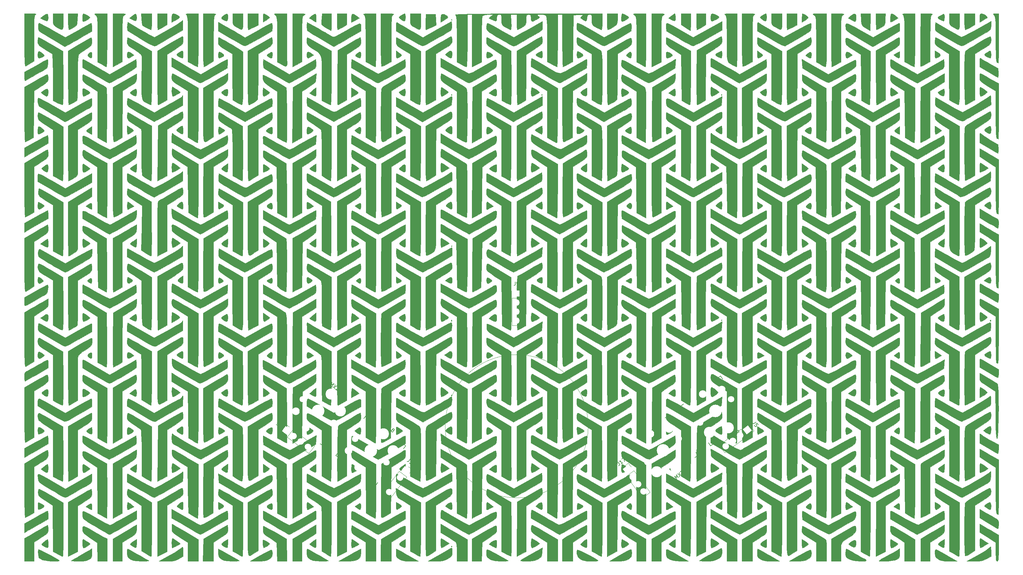
<source format=gto>
G04 #@! TF.GenerationSoftware,KiCad,Pcbnew,(5.1.4)-1*
G04 #@! TF.CreationDate,2022-11-03T22:09:19-04:00*
G04 #@! TF.ProjectId,ThumbsUp,5468756d-6273-4557-902e-6b696361645f,rev?*
G04 #@! TF.SameCoordinates,Original*
G04 #@! TF.FileFunction,Legend,Top*
G04 #@! TF.FilePolarity,Positive*
%FSLAX46Y46*%
G04 Gerber Fmt 4.6, Leading zero omitted, Abs format (unit mm)*
G04 Created by KiCad (PCBNEW (5.1.4)-1) date 2022-11-03 22:09:19*
%MOMM*%
%LPD*%
G04 APERTURE LIST*
%ADD10C,0.120000*%
%ADD11C,0.010000*%
%ADD12C,0.150000*%
%ADD13C,3.102000*%
%ADD14C,2.134000*%
%ADD15C,3.531000*%
%ADD16C,1.803800*%
%ADD17C,1.802000*%
%ADD18C,1.802000*%
%ADD19C,0.100000*%
%ADD20R,1.802000X1.802000*%
%ADD21O,1.802000X1.802000*%
G04 APERTURE END LIST*
D10*
X170330636Y-86450000D02*
G75*
G03X170330636Y-86450000I-20130636J0D01*
G01*
D11*
G36*
X132023158Y27864211D02*
G01*
X131889474Y27730527D01*
X131755790Y27864211D01*
X131889474Y27997895D01*
X132023158Y27864211D01*
X132023158Y27864211D01*
G37*
X132023158Y27864211D02*
X131889474Y27730527D01*
X131755790Y27864211D01*
X131889474Y27997895D01*
X132023158Y27864211D01*
G36*
X270443010Y29375840D02*
G01*
X270513611Y28824813D01*
X270520000Y28554913D01*
X270484119Y27810704D01*
X270299119Y27529783D01*
X269848965Y27643584D01*
X269383684Y27883455D01*
X268860354Y28202352D01*
X268675105Y28468930D01*
X268867414Y28753454D01*
X269476762Y29126188D01*
X270319474Y29548965D01*
X270443010Y29375840D01*
X270443010Y29375840D01*
G37*
X270443010Y29375840D02*
X270513611Y28824813D01*
X270520000Y28554913D01*
X270484119Y27810704D01*
X270299119Y27529783D01*
X269848965Y27643584D01*
X269383684Y27883455D01*
X268860354Y28202352D01*
X268675105Y28468930D01*
X268867414Y28753454D01*
X269476762Y29126188D01*
X270319474Y29548965D01*
X270443010Y29375840D01*
G36*
X220444434Y29364774D02*
G01*
X220516824Y28771932D01*
X220522105Y28532632D01*
X220442098Y27774571D01*
X220167598Y27493156D01*
X219646884Y27667159D01*
X219189258Y27985554D01*
X218767852Y28366371D01*
X218648484Y28596490D01*
X218654521Y28603003D01*
X219171870Y28979277D01*
X219761543Y29345491D01*
X220214800Y29575992D01*
X220314228Y29602105D01*
X220444434Y29364774D01*
X220444434Y29364774D01*
G37*
X220444434Y29364774D02*
X220516824Y28771932D01*
X220522105Y28532632D01*
X220442098Y27774571D01*
X220167598Y27493156D01*
X219646884Y27667159D01*
X219189258Y27985554D01*
X218767852Y28366371D01*
X218648484Y28596490D01*
X218654521Y28603003D01*
X219171870Y28979277D01*
X219761543Y29345491D01*
X220214800Y29575992D01*
X220314228Y29602105D01*
X220444434Y29364774D01*
G36*
X205838829Y29477397D02*
G01*
X206467115Y29179966D01*
X206972476Y28824856D01*
X207153684Y28551402D01*
X206936444Y28335233D01*
X206412963Y28023278D01*
X205775599Y27712989D01*
X205216711Y27501820D01*
X205005666Y27463158D01*
X204843913Y27700377D01*
X204753951Y28292972D01*
X204747369Y28532632D01*
X204791404Y29231060D01*
X204971484Y29540034D01*
X205291512Y29602105D01*
X205838829Y29477397D01*
X205838829Y29477397D01*
G37*
X205838829Y29477397D02*
X206467115Y29179966D01*
X206972476Y28824856D01*
X207153684Y28551402D01*
X206936444Y28335233D01*
X206412963Y28023278D01*
X205775599Y27712989D01*
X205216711Y27501820D01*
X205005666Y27463158D01*
X204843913Y27700377D01*
X204753951Y28292972D01*
X204747369Y28532632D01*
X204791404Y29231060D01*
X204971484Y29540034D01*
X205291512Y29602105D01*
X205838829Y29477397D01*
G36*
X194779801Y29364325D02*
G01*
X194849636Y28772048D01*
X194854737Y28532632D01*
X194820735Y27811808D01*
X194642259Y27532619D01*
X194204603Y27635138D01*
X193665366Y27911253D01*
X192877048Y28337938D01*
X193665366Y28968694D01*
X194226862Y29379427D01*
X194612152Y29592497D01*
X194654211Y29600777D01*
X194779801Y29364325D01*
X194779801Y29364325D01*
G37*
X194779801Y29364325D02*
X194849636Y28772048D01*
X194854737Y28532632D01*
X194820735Y27811808D01*
X194642259Y27532619D01*
X194204603Y27635138D01*
X193665366Y27911253D01*
X192877048Y28337938D01*
X193665366Y28968694D01*
X194226862Y29379427D01*
X194612152Y29592497D01*
X194654211Y29600777D01*
X194779801Y29364325D01*
G36*
X118844434Y29364774D02*
G01*
X118916824Y28771932D01*
X118922105Y28532632D01*
X118842098Y27774571D01*
X118567598Y27493156D01*
X118046884Y27667159D01*
X117589258Y27985554D01*
X117167852Y28366371D01*
X117048484Y28596490D01*
X117054521Y28603003D01*
X117571870Y28979277D01*
X118161543Y29345491D01*
X118614800Y29575992D01*
X118714228Y29602105D01*
X118844434Y29364774D01*
X118844434Y29364774D01*
G37*
X118844434Y29364774D02*
X118916824Y28771932D01*
X118922105Y28532632D01*
X118842098Y27774571D01*
X118567598Y27493156D01*
X118046884Y27667159D01*
X117589258Y27985554D01*
X117167852Y28366371D01*
X117048484Y28596490D01*
X117054521Y28603003D01*
X117571870Y28979277D01*
X118161543Y29345491D01*
X118614800Y29575992D01*
X118714228Y29602105D01*
X118844434Y29364774D01*
G36*
X68914161Y29091391D02*
G01*
X68924211Y28532632D01*
X68860843Y27804328D01*
X68606267Y27524188D01*
X68063770Y27638457D01*
X67654211Y27826756D01*
X67148309Y28200133D01*
X67154133Y28594456D01*
X67677056Y29050177D01*
X67829148Y29143406D01*
X68485204Y29499316D01*
X68807377Y29504008D01*
X68914161Y29091391D01*
X68914161Y29091391D01*
G37*
X68914161Y29091391D02*
X68924211Y28532632D01*
X68860843Y27804328D01*
X68606267Y27524188D01*
X68063770Y27638457D01*
X67654211Y27826756D01*
X67148309Y28200133D01*
X67154133Y28594456D01*
X67677056Y29050177D01*
X67829148Y29143406D01*
X68485204Y29499316D01*
X68807377Y29504008D01*
X68914161Y29091391D01*
G36*
X43226697Y29128957D02*
G01*
X43256842Y28532632D01*
X43222799Y27811632D01*
X43044184Y27532538D01*
X42606270Y27635315D01*
X42068431Y27910750D01*
X41281073Y28336932D01*
X42016499Y28969519D01*
X42674344Y29464200D01*
X43055661Y29525124D01*
X43226697Y29128957D01*
X43226697Y29128957D01*
G37*
X43226697Y29128957D02*
X43256842Y28532632D01*
X43222799Y27811632D01*
X43044184Y27532538D01*
X42606270Y27635315D01*
X42068431Y27910750D01*
X41281073Y28336932D01*
X42016499Y28969519D01*
X42674344Y29464200D01*
X43055661Y29525124D01*
X43226697Y29128957D01*
G36*
X18344625Y29167755D02*
G01*
X18391579Y28532632D01*
X18334204Y27822364D01*
X18099756Y27530785D01*
X17594749Y27618227D01*
X16954833Y27923008D01*
X16186507Y28326135D01*
X16954833Y28954505D01*
X17680371Y29464870D01*
X18126014Y29541128D01*
X18344625Y29167755D01*
X18344625Y29167755D01*
G37*
X18344625Y29167755D02*
X18391579Y28532632D01*
X18334204Y27822364D01*
X18099756Y27530785D01*
X17594749Y27618227D01*
X16954833Y27923008D01*
X16186507Y28326135D01*
X16954833Y28954505D01*
X17680371Y29464870D01*
X18126014Y29541128D01*
X18344625Y29167755D01*
G36*
X281506529Y29470824D02*
G01*
X282023440Y29160255D01*
X282429885Y28795307D01*
X282565405Y28500891D01*
X282527659Y28443739D01*
X282250790Y28265265D01*
X281684085Y27917516D01*
X281415263Y27755150D01*
X280412632Y27152177D01*
X280412632Y28377141D01*
X280440984Y29129771D01*
X280574143Y29489628D01*
X280884260Y29597680D01*
X281039614Y29602105D01*
X281506529Y29470824D01*
X281506529Y29470824D01*
G37*
X281506529Y29470824D02*
X282023440Y29160255D01*
X282429885Y28795307D01*
X282565405Y28500891D01*
X282527659Y28443739D01*
X282250790Y28265265D01*
X281684085Y27917516D01*
X281415263Y27755150D01*
X280412632Y27152177D01*
X280412632Y28377141D01*
X280440984Y29129771D01*
X280574143Y29489628D01*
X280884260Y29597680D01*
X281039614Y29602105D01*
X281506529Y29470824D01*
G36*
X256126369Y29461992D02*
G01*
X256773016Y28982160D01*
X257493746Y28362215D01*
X256505274Y27779002D01*
X255873663Y27421137D01*
X255461843Y27215320D01*
X255398401Y27195790D01*
X255327761Y27434981D01*
X255285411Y28040099D01*
X255280000Y28398948D01*
X255361249Y29235162D01*
X255630580Y29584513D01*
X256126369Y29461992D01*
X256126369Y29461992D01*
G37*
X256126369Y29461992D02*
X256773016Y28982160D01*
X257493746Y28362215D01*
X256505274Y27779002D01*
X255873663Y27421137D01*
X255461843Y27215320D01*
X255398401Y27195790D01*
X255327761Y27434981D01*
X255285411Y28040099D01*
X255280000Y28398948D01*
X255361249Y29235162D01*
X255630580Y29584513D01*
X256126369Y29461992D01*
G36*
X245609551Y29164352D02*
G01*
X245654737Y28548411D01*
X245608605Y27852500D01*
X245493878Y27426865D01*
X245454211Y27384144D01*
X245118529Y27438483D01*
X244531363Y27710411D01*
X244345624Y27816873D01*
X243437564Y28360173D01*
X244211940Y28979811D01*
X244942209Y29479600D01*
X245390613Y29546336D01*
X245609551Y29164352D01*
X245609551Y29164352D01*
G37*
X245609551Y29164352D02*
X245654737Y28548411D01*
X245608605Y27852500D01*
X245493878Y27426865D01*
X245454211Y27384144D01*
X245118529Y27438483D01*
X244531363Y27710411D01*
X244345624Y27816873D01*
X243437564Y28360173D01*
X244211940Y28979811D01*
X244942209Y29479600D01*
X245390613Y29546336D01*
X245609551Y29164352D01*
G36*
X230964805Y29467033D02*
G01*
X231495715Y29150035D01*
X231976361Y28783439D01*
X232216366Y28499576D01*
X232217466Y28459765D01*
X231961824Y28184377D01*
X231423190Y27784199D01*
X231279115Y27690563D01*
X230414737Y27143278D01*
X230414737Y28372692D01*
X230445759Y29099509D01*
X230524415Y29540720D01*
X230574010Y29602105D01*
X230964805Y29467033D01*
X230964805Y29467033D01*
G37*
X230964805Y29467033D02*
X231495715Y29150035D01*
X231976361Y28783439D01*
X232216366Y28499576D01*
X232217466Y28459765D01*
X231961824Y28184377D01*
X231423190Y27784199D01*
X231279115Y27690563D01*
X230414737Y27143278D01*
X230414737Y28372692D01*
X230445759Y29099509D01*
X230524415Y29540720D01*
X230574010Y29602105D01*
X230964805Y29467033D01*
G36*
X180330717Y29475977D02*
G01*
X180911477Y29177517D01*
X181448914Y28826608D01*
X181741973Y28543136D01*
X181753684Y28501395D01*
X181545824Y28246857D01*
X181050220Y27905905D01*
X180458835Y27585529D01*
X179963634Y27392718D01*
X179770776Y27396242D01*
X179642306Y27769924D01*
X179611847Y28385974D01*
X179666245Y29032476D01*
X179792346Y29497513D01*
X179907695Y29602105D01*
X180330717Y29475977D01*
X180330717Y29475977D01*
G37*
X180330717Y29475977D02*
X180911477Y29177517D01*
X181448914Y28826608D01*
X181741973Y28543136D01*
X181753684Y28501395D01*
X181545824Y28246857D01*
X181050220Y27905905D01*
X180458835Y27585529D01*
X179963634Y27392718D01*
X179770776Y27396242D01*
X179642306Y27769924D01*
X179611847Y28385974D01*
X179666245Y29032476D01*
X179792346Y29497513D01*
X179907695Y29602105D01*
X180330717Y29475977D01*
G36*
X129716329Y29431038D02*
G01*
X130063909Y29283004D01*
X130674844Y28902667D01*
X130800762Y28544230D01*
X130433132Y28137641D01*
X129881972Y27789385D01*
X128814737Y27179823D01*
X128814737Y28241501D01*
X128896535Y29091361D01*
X129178687Y29472550D01*
X129716329Y29431038D01*
X129716329Y29431038D01*
G37*
X129716329Y29431038D02*
X130063909Y29283004D01*
X130674844Y28902667D01*
X130800762Y28544230D01*
X130433132Y28137641D01*
X129881972Y27789385D01*
X128814737Y27179823D01*
X128814737Y28241501D01*
X128896535Y29091361D01*
X129178687Y29472550D01*
X129716329Y29431038D01*
G36*
X104454023Y29450238D02*
G01*
X105141779Y28966354D01*
X105933032Y28333259D01*
X104807569Y27759090D01*
X103682105Y27184922D01*
X103682105Y28393514D01*
X103748212Y29215137D01*
X103985855Y29559662D01*
X104454023Y29450238D01*
X104454023Y29450238D01*
G37*
X104454023Y29450238D02*
X105141779Y28966354D01*
X105933032Y28333259D01*
X104807569Y27759090D01*
X103682105Y27184922D01*
X103682105Y28393514D01*
X103748212Y29215137D01*
X103985855Y29559662D01*
X104454023Y29450238D01*
G36*
X93756816Y29094130D02*
G01*
X93789474Y28398948D01*
X93776234Y27686685D01*
X93742727Y27267168D01*
X93722632Y27217940D01*
X93475569Y27358280D01*
X92941687Y27680950D01*
X92748043Y27799948D01*
X91840297Y28359806D01*
X92562426Y28980956D01*
X93211595Y29467787D01*
X93587231Y29516180D01*
X93756816Y29094130D01*
X93756816Y29094130D01*
G37*
X93756816Y29094130D02*
X93789474Y28398948D01*
X93776234Y27686685D01*
X93742727Y27267168D01*
X93722632Y27217940D01*
X93475569Y27358280D01*
X92941687Y27680950D01*
X92748043Y27799948D01*
X91840297Y28359806D01*
X92562426Y28980956D01*
X93211595Y29467787D01*
X93587231Y29516180D01*
X93756816Y29094130D01*
G36*
X79337625Y29470731D02*
G01*
X79876051Y29163150D01*
X80389451Y28809177D01*
X80675878Y28538627D01*
X80688421Y28501395D01*
X80480015Y28263433D01*
X79959649Y27892647D01*
X79752632Y27765953D01*
X78816842Y27213824D01*
X78816842Y28407965D01*
X78848725Y29122605D01*
X78929323Y29549201D01*
X78976116Y29602105D01*
X79337625Y29470731D01*
X79337625Y29470731D01*
G37*
X79337625Y29470731D02*
X79876051Y29163150D01*
X80389451Y28809177D01*
X80675878Y28538627D01*
X80688421Y28501395D01*
X80480015Y28263433D01*
X79959649Y27892647D01*
X79752632Y27765953D01*
X78816842Y27213824D01*
X78816842Y28407965D01*
X78848725Y29122605D01*
X78929323Y29549201D01*
X78976116Y29602105D01*
X79337625Y29470731D01*
G36*
X54323303Y29440729D02*
G01*
X54909332Y29097860D01*
X55273953Y28752920D01*
X55312084Y28464724D01*
X54972234Y28148054D01*
X54202911Y27717694D01*
X54018421Y27623392D01*
X53149474Y27182058D01*
X53149474Y28392082D01*
X53182339Y29143808D01*
X53323476Y29500676D01*
X53636696Y29600711D01*
X53708881Y29602105D01*
X54323303Y29440729D01*
X54323303Y29440729D01*
G37*
X54323303Y29440729D02*
X54909332Y29097860D01*
X55273953Y28752920D01*
X55312084Y28464724D01*
X54972234Y28148054D01*
X54202911Y27717694D01*
X54018421Y27623392D01*
X53149474Y27182058D01*
X53149474Y28392082D01*
X53182339Y29143808D01*
X53323476Y29500676D01*
X53636696Y29600711D01*
X53708881Y29602105D01*
X54323303Y29440729D01*
G36*
X28732823Y29475977D02*
G01*
X29313582Y29177517D01*
X29851020Y28826608D01*
X30144078Y28543136D01*
X30155790Y28501395D01*
X29947929Y28246857D01*
X29452325Y27905905D01*
X28860940Y27585529D01*
X28365740Y27392718D01*
X28172881Y27396242D01*
X28044411Y27769924D01*
X28013952Y28385974D01*
X28068350Y29032476D01*
X28194451Y29497513D01*
X28309800Y29602105D01*
X28732823Y29475977D01*
X28732823Y29475977D01*
G37*
X28732823Y29475977D02*
X29313582Y29177517D01*
X29851020Y28826608D01*
X30144078Y28543136D01*
X30155790Y28501395D01*
X29947929Y28246857D01*
X29452325Y27905905D01*
X28860940Y27585529D01*
X28365740Y27392718D01*
X28172881Y27396242D01*
X28044411Y27769924D01*
X28013952Y28385974D01*
X28068350Y29032476D01*
X28194451Y29497513D01*
X28309800Y29602105D01*
X28732823Y29475977D01*
G36*
X279075790Y26439402D02*
G01*
X277838956Y25748122D01*
X277099792Y25357945D01*
X276546073Y25107282D01*
X276368429Y25056842D01*
X276262827Y25303686D01*
X276182060Y25962397D01*
X276138750Y26910247D01*
X276134737Y27329474D01*
X276134737Y29602105D01*
X279075790Y29602105D01*
X279075790Y26439402D01*
X279075790Y26439402D01*
G37*
X279075790Y26439402D02*
X277838956Y25748122D01*
X277099792Y25357945D01*
X276546073Y25107282D01*
X276368429Y25056842D01*
X276262827Y25303686D01*
X276182060Y25962397D01*
X276138750Y26910247D01*
X276134737Y27329474D01*
X276134737Y29602105D01*
X279075790Y29602105D01*
X279075790Y26439402D01*
G36*
X274797895Y27329474D02*
G01*
X274783111Y26146028D01*
X274693720Y25438972D01*
X274462165Y25150006D01*
X274020887Y25220828D01*
X273302328Y25593138D01*
X272993158Y25772040D01*
X272361060Y26161709D01*
X272021710Y26508701D01*
X271884042Y26993004D01*
X271856992Y27794604D01*
X271856842Y28017927D01*
X271856842Y29602105D01*
X274797895Y29602105D01*
X274797895Y27329474D01*
X274797895Y27329474D01*
G37*
X274797895Y27329474D02*
X274783111Y26146028D01*
X274693720Y25438972D01*
X274462165Y25150006D01*
X274020887Y25220828D01*
X273302328Y25593138D01*
X272993158Y25772040D01*
X272361060Y26161709D01*
X272021710Y26508701D01*
X271884042Y26993004D01*
X271856992Y27794604D01*
X271856842Y28017927D01*
X271856842Y29602105D01*
X274797895Y29602105D01*
X274797895Y27329474D01*
G36*
X253889074Y27970488D02*
G01*
X253828648Y27062616D01*
X253696433Y26514141D01*
X253398315Y26150191D01*
X252840179Y25795891D01*
X252665981Y25697856D01*
X251979051Y25326020D01*
X251506260Y25094706D01*
X251395981Y25056842D01*
X251338810Y25303730D01*
X251295086Y25962549D01*
X251271643Y26910538D01*
X251269474Y27329474D01*
X251269474Y29602105D01*
X253968674Y29602105D01*
X253889074Y27970488D01*
X253889074Y27970488D01*
G37*
X253889074Y27970488D02*
X253828648Y27062616D01*
X253696433Y26514141D01*
X253398315Y26150191D01*
X252840179Y25795891D01*
X252665981Y25697856D01*
X251979051Y25326020D01*
X251506260Y25094706D01*
X251395981Y25056842D01*
X251338810Y25303730D01*
X251295086Y25962549D01*
X251271643Y26910538D01*
X251269474Y27329474D01*
X251269474Y29602105D01*
X253968674Y29602105D01*
X253889074Y27970488D01*
G36*
X229077895Y26402693D02*
G01*
X227749941Y25729767D01*
X226996700Y25360035D01*
X226453507Y25115616D01*
X226279415Y25056842D01*
X226214983Y25303725D01*
X226165707Y25962532D01*
X226139288Y26910505D01*
X226136842Y27329474D01*
X226136842Y29602105D01*
X229077895Y29602105D01*
X229077895Y26402693D01*
X229077895Y26402693D01*
G37*
X229077895Y26402693D02*
X227749941Y25729767D01*
X226996700Y25360035D01*
X226453507Y25115616D01*
X226279415Y25056842D01*
X226214983Y25303725D01*
X226165707Y25962532D01*
X226139288Y26910505D01*
X226136842Y27329474D01*
X226136842Y29602105D01*
X229077895Y29602105D01*
X229077895Y26402693D01*
G36*
X224800000Y27329474D02*
G01*
X224785216Y26146028D01*
X224695825Y25438972D01*
X224464270Y25150006D01*
X224022992Y25220828D01*
X223304433Y25593138D01*
X222995263Y25772040D01*
X222363165Y26161709D01*
X222023815Y26508701D01*
X221886148Y26993004D01*
X221859097Y27794604D01*
X221858947Y28017927D01*
X221858947Y29602105D01*
X224800000Y29602105D01*
X224800000Y27329474D01*
X224800000Y27329474D01*
G37*
X224800000Y27329474D02*
X224785216Y26146028D01*
X224695825Y25438972D01*
X224464270Y25150006D01*
X224022992Y25220828D01*
X223304433Y25593138D01*
X222995263Y25772040D01*
X222363165Y26161709D01*
X222023815Y26508701D01*
X221886148Y26993004D01*
X221859097Y27794604D01*
X221858947Y28017927D01*
X221858947Y29602105D01*
X224800000Y29602105D01*
X224800000Y27329474D01*
G36*
X203410526Y26444496D02*
G01*
X202226600Y25750669D01*
X201524874Y25355494D01*
X201025991Y25104217D01*
X200889758Y25056842D01*
X200820653Y25303721D01*
X200767802Y25962520D01*
X200739465Y26910482D01*
X200736842Y27329474D01*
X200736842Y29602105D01*
X203410526Y29602105D01*
X203410526Y26444496D01*
X203410526Y26444496D01*
G37*
X203410526Y26444496D02*
X202226600Y25750669D01*
X201524874Y25355494D01*
X201025991Y25104217D01*
X200889758Y25056842D01*
X200820653Y25303721D01*
X200767802Y25962520D01*
X200739465Y26910482D01*
X200736842Y27329474D01*
X200736842Y29602105D01*
X203410526Y29602105D01*
X203410526Y26444496D01*
G36*
X178545263Y28173018D02*
G01*
X178473091Y27143297D01*
X178236309Y26511699D01*
X178077369Y26333681D01*
X177585687Y25980381D01*
X176910326Y25578562D01*
X176248362Y25236398D01*
X175796874Y25062065D01*
X175751172Y25056842D01*
X175684757Y25303723D01*
X175633964Y25962527D01*
X175606731Y26910496D01*
X175604211Y27329474D01*
X175604211Y29602105D01*
X178545263Y29602105D01*
X178545263Y28173018D01*
X178545263Y28173018D01*
G37*
X178545263Y28173018D02*
X178473091Y27143297D01*
X178236309Y26511699D01*
X178077369Y26333681D01*
X177585687Y25980381D01*
X176910326Y25578562D01*
X176248362Y25236398D01*
X175796874Y25062065D01*
X175751172Y25056842D01*
X175684757Y25303723D01*
X175633964Y25962527D01*
X175606731Y26910496D01*
X175604211Y27329474D01*
X175604211Y29602105D01*
X178545263Y29602105D01*
X178545263Y28173018D01*
G36*
X127424064Y27942150D02*
G01*
X127503918Y26415880D01*
X126162953Y25736361D01*
X125403670Y25364370D01*
X124851601Y25117553D01*
X124668602Y25056842D01*
X124607053Y25303138D01*
X124576829Y25959100D01*
X124582200Y26900345D01*
X124592871Y27262632D01*
X124670526Y29468421D01*
X127344211Y29468421D01*
X127424064Y27942150D01*
X127424064Y27942150D01*
G37*
X127424064Y27942150D02*
X127503918Y26415880D01*
X126162953Y25736361D01*
X125403670Y25364370D01*
X124851601Y25117553D01*
X124668602Y25056842D01*
X124607053Y25303138D01*
X124576829Y25959100D01*
X124582200Y26900345D01*
X124592871Y27262632D01*
X124670526Y29468421D01*
X127344211Y29468421D01*
X127424064Y27942150D01*
G36*
X123200000Y27329474D02*
G01*
X123185216Y26146028D01*
X123095825Y25438972D01*
X122864270Y25150006D01*
X122422992Y25220828D01*
X121704433Y25593138D01*
X121395263Y25772040D01*
X120763165Y26161709D01*
X120423815Y26508701D01*
X120286148Y26993004D01*
X120259097Y27794604D01*
X120258947Y28017927D01*
X120258947Y29602105D01*
X123200000Y29602105D01*
X123200000Y27329474D01*
X123200000Y27329474D01*
G37*
X123200000Y27329474D02*
X123185216Y26146028D01*
X123095825Y25438972D01*
X122864270Y25150006D01*
X122422992Y25220828D01*
X121704433Y25593138D01*
X121395263Y25772040D01*
X120763165Y26161709D01*
X120423815Y26508701D01*
X120286148Y26993004D01*
X120259097Y27794604D01*
X120258947Y28017927D01*
X120258947Y29602105D01*
X123200000Y29602105D01*
X123200000Y27329474D01*
G36*
X102345263Y26444496D02*
G01*
X101161337Y25750669D01*
X100459611Y25355494D01*
X99960728Y25104217D01*
X99824495Y25056842D01*
X99755390Y25303721D01*
X99702539Y25962520D01*
X99674202Y26910482D01*
X99671579Y27329474D01*
X99671579Y29602105D01*
X102345263Y29602105D01*
X102345263Y26444496D01*
X102345263Y26444496D01*
G37*
X102345263Y26444496D02*
X101161337Y25750669D01*
X100459611Y25355494D01*
X99960728Y25104217D01*
X99824495Y25056842D01*
X99755390Y25303721D01*
X99702539Y25962520D01*
X99674202Y26910482D01*
X99671579Y27329474D01*
X99671579Y29602105D01*
X102345263Y29602105D01*
X102345263Y26444496D01*
G36*
X77480000Y26402693D02*
G01*
X76152046Y25729767D01*
X75398806Y25360035D01*
X74855612Y25115616D01*
X74681520Y25056842D01*
X74617089Y25303725D01*
X74567812Y25962532D01*
X74541393Y26910505D01*
X74538947Y27329474D01*
X74538947Y29602105D01*
X77480000Y29602105D01*
X77480000Y26402693D01*
X77480000Y26402693D01*
G37*
X77480000Y26402693D02*
X76152046Y25729767D01*
X75398806Y25360035D01*
X74855612Y25115616D01*
X74681520Y25056842D01*
X74617089Y25303725D01*
X74567812Y25962532D01*
X74541393Y26910505D01*
X74538947Y27329474D01*
X74538947Y29602105D01*
X77480000Y29602105D01*
X77480000Y26402693D01*
G36*
X73202105Y27329474D02*
G01*
X73187321Y26146028D01*
X73097931Y25438972D01*
X72866375Y25150006D01*
X72425097Y25220828D01*
X71706538Y25593138D01*
X71397369Y25772040D01*
X70765270Y26161709D01*
X70425920Y26508701D01*
X70288253Y26993004D01*
X70261203Y27794604D01*
X70261053Y28017927D01*
X70261053Y29602105D01*
X73202105Y29602105D01*
X73202105Y27329474D01*
X73202105Y27329474D01*
G37*
X73202105Y27329474D02*
X73187321Y26146028D01*
X73097931Y25438972D01*
X72866375Y25150006D01*
X72425097Y25220828D01*
X71706538Y25593138D01*
X71397369Y25772040D01*
X70765270Y26161709D01*
X70425920Y26508701D01*
X70288253Y26993004D01*
X70261203Y27794604D01*
X70261053Y28017927D01*
X70261053Y29602105D01*
X73202105Y29602105D01*
X73202105Y27329474D01*
G36*
X51812632Y26439402D02*
G01*
X50575798Y25748122D01*
X49865963Y25361038D01*
X49372794Y25110175D01*
X49238956Y25056842D01*
X49193759Y25303737D01*
X49159194Y25962573D01*
X49140662Y26910583D01*
X49138947Y27329474D01*
X49138947Y29602105D01*
X51812632Y29602105D01*
X51812632Y26439402D01*
X51812632Y26439402D01*
G37*
X51812632Y26439402D02*
X50575798Y25748122D01*
X49865963Y25361038D01*
X49372794Y25110175D01*
X49238956Y25056842D01*
X49193759Y25303737D01*
X49159194Y25962573D01*
X49140662Y26910583D01*
X49138947Y27329474D01*
X49138947Y29602105D01*
X51812632Y29602105D01*
X51812632Y26439402D01*
G36*
X47534737Y27329474D02*
G01*
X47512979Y26304286D01*
X47454914Y25522438D01*
X47371352Y25105823D01*
X47334211Y25068659D01*
X46993725Y25189867D01*
X46369740Y25481644D01*
X46064211Y25636953D01*
X45399700Y25990211D01*
X44967198Y26234170D01*
X44894283Y26282608D01*
X44824757Y26575362D01*
X44745637Y27245868D01*
X44685733Y27986945D01*
X44577637Y29602105D01*
X47534737Y29602105D01*
X47534737Y27329474D01*
X47534737Y27329474D01*
G37*
X47534737Y27329474D02*
X47512979Y26304286D01*
X47454914Y25522438D01*
X47371352Y25105823D01*
X47334211Y25068659D01*
X46993725Y25189867D01*
X46369740Y25481644D01*
X46064211Y25636953D01*
X45399700Y25990211D01*
X44967198Y26234170D01*
X44894283Y26282608D01*
X44824757Y26575362D01*
X44745637Y27245868D01*
X44685733Y27986945D01*
X44577637Y29602105D01*
X47534737Y29602105D01*
X47534737Y27329474D01*
G36*
X26625916Y27938318D02*
G01*
X26565637Y27018032D01*
X26438211Y26461892D01*
X26157391Y26099650D01*
X25636929Y25761056D01*
X25476842Y25670084D01*
X24795311Y25306794D01*
X24311695Y25088794D01*
X24206842Y25061241D01*
X24116242Y25306012D01*
X24046943Y25962991D01*
X24009769Y26909753D01*
X24006316Y27329474D01*
X24006316Y29602105D01*
X26705516Y29602105D01*
X26625916Y27938318D01*
X26625916Y27938318D01*
G37*
X26625916Y27938318D02*
X26565637Y27018032D01*
X26438211Y26461892D01*
X26157391Y26099650D01*
X25636929Y25761056D01*
X25476842Y25670084D01*
X24795311Y25306794D01*
X24311695Y25088794D01*
X24206842Y25061241D01*
X24116242Y25306012D01*
X24046943Y25962991D01*
X24009769Y26909753D01*
X24006316Y27329474D01*
X24006316Y29602105D01*
X26705516Y29602105D01*
X26625916Y27938318D01*
G36*
X22669474Y27329474D02*
G01*
X22652228Y26134386D01*
X22557484Y25417168D01*
X22320730Y25121107D01*
X21877458Y25189494D01*
X21163155Y25565619D01*
X20864737Y25742947D01*
X20233217Y26143381D01*
X19893837Y26497176D01*
X19755867Y26985587D01*
X19728581Y27789867D01*
X19728421Y28013049D01*
X19728421Y29602105D01*
X22669474Y29602105D01*
X22669474Y27329474D01*
X22669474Y27329474D01*
G37*
X22669474Y27329474D02*
X22652228Y26134386D01*
X22557484Y25417168D01*
X22320730Y25121107D01*
X21877458Y25189494D01*
X21163155Y25565619D01*
X20864737Y25742947D01*
X20233217Y26143381D01*
X19893837Y26497176D01*
X19755867Y26985587D01*
X19728581Y27789867D01*
X19728421Y28013049D01*
X19728421Y29602105D01*
X22669474Y29602105D01*
X22669474Y27329474D01*
G36*
X249665263Y27195790D02*
G01*
X249658402Y26139124D01*
X249640020Y25323647D01*
X249613423Y24867288D01*
X249598421Y24810490D01*
X249352507Y24948840D01*
X248793320Y25281293D01*
X248328421Y25562099D01*
X247668737Y25984094D01*
X247301835Y26351596D01*
X247131337Y26843819D01*
X247060866Y27639980D01*
X247045663Y27947398D01*
X246966063Y29602105D01*
X249665263Y29602105D01*
X249665263Y27195790D01*
X249665263Y27195790D01*
G37*
X249665263Y27195790D02*
X249658402Y26139124D01*
X249640020Y25323647D01*
X249613423Y24867288D01*
X249598421Y24810490D01*
X249352507Y24948840D01*
X248793320Y25281293D01*
X248328421Y25562099D01*
X247668737Y25984094D01*
X247301835Y26351596D01*
X247131337Y26843819D01*
X247060866Y27639980D01*
X247045663Y27947398D01*
X246966063Y29602105D01*
X249665263Y29602105D01*
X249665263Y27195790D01*
G36*
X199132632Y27195790D02*
G01*
X199125769Y26138770D01*
X199107383Y25322590D01*
X199080781Y24865337D01*
X199065790Y24808078D01*
X198822955Y24949234D01*
X198265628Y25294334D01*
X197728947Y25632791D01*
X196458947Y26438899D01*
X196458947Y29602105D01*
X199132632Y29602105D01*
X199132632Y27195790D01*
X199132632Y27195790D01*
G37*
X199132632Y27195790D02*
X199125769Y26138770D01*
X199107383Y25322590D01*
X199080781Y24865337D01*
X199065790Y24808078D01*
X198822955Y24949234D01*
X198265628Y25294334D01*
X197728947Y25632791D01*
X196458947Y26438899D01*
X196458947Y29602105D01*
X199132632Y29602105D01*
X199132632Y27195790D01*
G36*
X98067369Y27195790D02*
G01*
X98060513Y26140710D01*
X98042148Y25328382D01*
X98015572Y24876026D01*
X98000526Y24821309D01*
X97749857Y24957577D01*
X97175841Y25274408D01*
X96666920Y25556572D01*
X95940289Y25996640D01*
X95434599Y26371360D01*
X95296304Y26529903D01*
X95261302Y26933140D01*
X95285120Y27670361D01*
X95327086Y28200956D01*
X95461718Y29602105D01*
X98067369Y29602105D01*
X98067369Y27195790D01*
X98067369Y27195790D01*
G37*
X98067369Y27195790D02*
X98060513Y26140710D01*
X98042148Y25328382D01*
X98015572Y24876026D01*
X98000526Y24821309D01*
X97749857Y24957577D01*
X97175841Y25274408D01*
X96666920Y25556572D01*
X95940289Y25996640D01*
X95434599Y26371360D01*
X95296304Y26529903D01*
X95261302Y26933140D01*
X95285120Y27670361D01*
X95327086Y28200956D01*
X95461718Y29602105D01*
X98067369Y29602105D01*
X98067369Y27195790D01*
G36*
X283621053Y26304765D02*
G01*
X283599327Y25648387D01*
X283465517Y25205803D01*
X283116674Y24833846D01*
X282449848Y24389350D01*
X282083684Y24166820D01*
X280225163Y23059607D01*
X278592493Y22117905D01*
X277235160Y21368609D01*
X276202648Y20838611D01*
X275544442Y20554804D01*
X275361107Y20513382D01*
X274986595Y20645927D01*
X274251351Y21008794D01*
X273249949Y21551881D01*
X272076967Y22225087D01*
X271633242Y22488246D01*
X270433377Y23213022D01*
X269390735Y23856009D01*
X268595551Y24360566D01*
X268138056Y24670054D01*
X268073462Y24722749D01*
X267926627Y25136936D01*
X267884484Y25844283D01*
X267896010Y26066718D01*
X267980000Y27149245D01*
X271455790Y25144073D01*
X272692141Y24433536D01*
X273772674Y23817642D01*
X274608816Y23346485D01*
X275111996Y23070160D01*
X275207672Y23022095D01*
X275545098Y23105055D01*
X276281155Y23433457D01*
X277356736Y23976296D01*
X278712738Y24702567D01*
X280290056Y25581264D01*
X282029586Y26581383D01*
X282351053Y26769378D01*
X283621053Y27513970D01*
X283621053Y26304765D01*
X283621053Y26304765D01*
G37*
X283621053Y26304765D02*
X283599327Y25648387D01*
X283465517Y25205803D01*
X283116674Y24833846D01*
X282449848Y24389350D01*
X282083684Y24166820D01*
X280225163Y23059607D01*
X278592493Y22117905D01*
X277235160Y21368609D01*
X276202648Y20838611D01*
X275544442Y20554804D01*
X275361107Y20513382D01*
X274986595Y20645927D01*
X274251351Y21008794D01*
X273249949Y21551881D01*
X272076967Y22225087D01*
X271633242Y22488246D01*
X270433377Y23213022D01*
X269390735Y23856009D01*
X268595551Y24360566D01*
X268138056Y24670054D01*
X268073462Y24722749D01*
X267926627Y25136936D01*
X267884484Y25844283D01*
X267896010Y26066718D01*
X267980000Y27149245D01*
X271455790Y25144073D01*
X272692141Y24433536D01*
X273772674Y23817642D01*
X274608816Y23346485D01*
X275111996Y23070160D01*
X275207672Y23022095D01*
X275545098Y23105055D01*
X276281155Y23433457D01*
X277356736Y23976296D01*
X278712738Y24702567D01*
X280290056Y25581264D01*
X282029586Y26581383D01*
X282351053Y26769378D01*
X283621053Y27513970D01*
X283621053Y26304765D01*
G36*
X207944064Y26170585D02*
G01*
X207932339Y24923158D01*
X204097898Y22717369D01*
X202781489Y21977979D01*
X201597742Y21346475D01*
X200635662Y20867755D01*
X199984254Y20586724D01*
X199764886Y20531423D01*
X199368437Y20670446D01*
X198610053Y21039973D01*
X197583481Y21590694D01*
X196382468Y22273296D01*
X195790526Y22621997D01*
X192314737Y24692728D01*
X192232522Y25810574D01*
X192243969Y26595215D01*
X192418687Y26921814D01*
X192461412Y26928421D01*
X192791849Y26802021D01*
X193496327Y26453679D01*
X194486290Y25929686D01*
X195673185Y25276332D01*
X196321762Y24910519D01*
X199871006Y22892617D01*
X207955790Y27418011D01*
X207944064Y26170585D01*
X207944064Y26170585D01*
G37*
X207944064Y26170585D02*
X207932339Y24923158D01*
X204097898Y22717369D01*
X202781489Y21977979D01*
X201597742Y21346475D01*
X200635662Y20867755D01*
X199984254Y20586724D01*
X199764886Y20531423D01*
X199368437Y20670446D01*
X198610053Y21039973D01*
X197583481Y21590694D01*
X196382468Y22273296D01*
X195790526Y22621997D01*
X192314737Y24692728D01*
X192232522Y25810574D01*
X192243969Y26595215D01*
X192418687Y26921814D01*
X192461412Y26928421D01*
X192791849Y26802021D01*
X193496327Y26453679D01*
X194486290Y25929686D01*
X195673185Y25276332D01*
X196321762Y24910519D01*
X199871006Y22892617D01*
X207955790Y27418011D01*
X207944064Y26170585D01*
G36*
X167537042Y26932051D02*
G01*
X168202873Y26617237D01*
X169163665Y26115869D01*
X170336649Y25470568D01*
X171132439Y25017883D01*
X174815404Y22897258D01*
X176212439Y23665216D01*
X177106070Y24161010D01*
X178256263Y24805408D01*
X179455215Y25481855D01*
X179805989Y25680798D01*
X180785347Y26222967D01*
X181596994Y26646124D01*
X182124938Y26891079D01*
X182250930Y26928421D01*
X182394802Y26690854D01*
X182462184Y26093685D01*
X182460730Y25799405D01*
X182422105Y24670388D01*
X178812632Y22595396D01*
X177542666Y21879370D01*
X176415060Y21269867D01*
X175519686Y20813454D01*
X174946417Y20556696D01*
X174802105Y20517454D01*
X174394294Y20645300D01*
X173670249Y20987180D01*
X172768683Y21476113D01*
X172529474Y21614846D01*
X170802658Y22628589D01*
X169480391Y23408266D01*
X168509054Y23995540D01*
X167835030Y24432074D01*
X167404701Y24759533D01*
X167164448Y25019579D01*
X167060653Y25253875D01*
X167039699Y25504086D01*
X167047966Y25811875D01*
X167048421Y25873844D01*
X167095976Y26562115D01*
X167213790Y26980650D01*
X167248947Y27017685D01*
X167537042Y26932051D01*
X167537042Y26932051D01*
G37*
X167537042Y26932051D02*
X168202873Y26617237D01*
X169163665Y26115869D01*
X170336649Y25470568D01*
X171132439Y25017883D01*
X174815404Y22897258D01*
X176212439Y23665216D01*
X177106070Y24161010D01*
X178256263Y24805408D01*
X179455215Y25481855D01*
X179805989Y25680798D01*
X180785347Y26222967D01*
X181596994Y26646124D01*
X182124938Y26891079D01*
X182250930Y26928421D01*
X182394802Y26690854D01*
X182462184Y26093685D01*
X182460730Y25799405D01*
X182422105Y24670388D01*
X178812632Y22595396D01*
X177542666Y21879370D01*
X176415060Y21269867D01*
X175519686Y20813454D01*
X174946417Y20556696D01*
X174802105Y20517454D01*
X174394294Y20645300D01*
X173670249Y20987180D01*
X172768683Y21476113D01*
X172529474Y21614846D01*
X170802658Y22628589D01*
X169480391Y23408266D01*
X168509054Y23995540D01*
X167835030Y24432074D01*
X167404701Y24759533D01*
X167164448Y25019579D01*
X167060653Y25253875D01*
X167039699Y25504086D01*
X167047966Y25811875D01*
X167048421Y25873844D01*
X167095976Y26562115D01*
X167213790Y26980650D01*
X167248947Y27017685D01*
X167537042Y26932051D01*
G36*
X131974926Y26314364D02*
G01*
X131973844Y25525040D01*
X131771037Y25048650D01*
X131470304Y24790061D01*
X130733023Y24317412D01*
X129739262Y23720324D01*
X128586148Y23052553D01*
X127370809Y22367853D01*
X126190371Y21719978D01*
X125141962Y21162684D01*
X124322710Y20749725D01*
X123829741Y20534857D01*
X123748259Y20516326D01*
X123382243Y20647827D01*
X122648764Y21007028D01*
X121638703Y21546196D01*
X120442942Y22217598D01*
X119803036Y22588432D01*
X116272388Y24655790D01*
X116260404Y25941569D01*
X116290266Y26660895D01*
X116379731Y27073681D01*
X116448947Y27116091D01*
X116739374Y26949387D01*
X117406841Y26563717D01*
X118365899Y26008528D01*
X119531098Y25333270D01*
X120172405Y24961364D01*
X121399894Y24253514D01*
X122456624Y23652007D01*
X123259996Y23203240D01*
X123727415Y22953606D01*
X123810387Y22917895D01*
X124069143Y23043324D01*
X124714270Y23390941D01*
X125667794Y23917744D01*
X126851742Y24580730D01*
X127907456Y25177462D01*
X131889474Y27437028D01*
X131974926Y26314364D01*
X131974926Y26314364D01*
G37*
X131974926Y26314364D02*
X131973844Y25525040D01*
X131771037Y25048650D01*
X131470304Y24790061D01*
X130733023Y24317412D01*
X129739262Y23720324D01*
X128586148Y23052553D01*
X127370809Y22367853D01*
X126190371Y21719978D01*
X125141962Y21162684D01*
X124322710Y20749725D01*
X123829741Y20534857D01*
X123748259Y20516326D01*
X123382243Y20647827D01*
X122648764Y21007028D01*
X121638703Y21546196D01*
X120442942Y22217598D01*
X119803036Y22588432D01*
X116272388Y24655790D01*
X116260404Y25941569D01*
X116290266Y26660895D01*
X116379731Y27073681D01*
X116448947Y27116091D01*
X116739374Y26949387D01*
X117406841Y26563717D01*
X118365899Y26008528D01*
X119531098Y25333270D01*
X120172405Y24961364D01*
X121399894Y24253514D01*
X122456624Y23652007D01*
X123259996Y23203240D01*
X123727415Y22953606D01*
X123810387Y22917895D01*
X124069143Y23043324D01*
X124714270Y23390941D01*
X125667794Y23917744D01*
X126851742Y24580730D01*
X127907456Y25177462D01*
X131889474Y27437028D01*
X131974926Y26314364D01*
G36*
X67119474Y26709265D02*
G01*
X67933873Y26226934D01*
X68857844Y25699213D01*
X69057895Y25587848D01*
X69831902Y25152748D01*
X70852278Y24569758D01*
X71904212Y23961645D01*
X71950400Y23934753D01*
X73773432Y22872938D01*
X77401483Y24900680D01*
X78664972Y25598419D01*
X79769434Y26192446D01*
X80628772Y26637694D01*
X81156890Y26889099D01*
X81275403Y26928421D01*
X81408306Y26691690D01*
X81452010Y26096296D01*
X81439057Y25798010D01*
X81356842Y24667599D01*
X77747369Y22594001D01*
X76477340Y21878577D01*
X75349690Y21269892D01*
X74454306Y20814431D01*
X73881074Y20558680D01*
X73736842Y20519977D01*
X73375771Y20649535D01*
X72646691Y21006842D01*
X71640034Y21544373D01*
X70446232Y22214605D01*
X69802223Y22587669D01*
X66268655Y24655790D01*
X66259591Y25947596D01*
X66250526Y27239403D01*
X67119474Y26709265D01*
X67119474Y26709265D01*
G37*
X67119474Y26709265D02*
X67933873Y26226934D01*
X68857844Y25699213D01*
X69057895Y25587848D01*
X69831902Y25152748D01*
X70852278Y24569758D01*
X71904212Y23961645D01*
X71950400Y23934753D01*
X73773432Y22872938D01*
X77401483Y24900680D01*
X78664972Y25598419D01*
X79769434Y26192446D01*
X80628772Y26637694D01*
X81156890Y26889099D01*
X81275403Y26928421D01*
X81408306Y26691690D01*
X81452010Y26096296D01*
X81439057Y25798010D01*
X81356842Y24667599D01*
X77747369Y22594001D01*
X76477340Y21878577D01*
X75349690Y21269892D01*
X74454306Y20814431D01*
X73881074Y20558680D01*
X73736842Y20519977D01*
X73375771Y20649535D01*
X72646691Y21006842D01*
X71640034Y21544373D01*
X70446232Y22214605D01*
X69802223Y22587669D01*
X66268655Y24655790D01*
X66259591Y25947596D01*
X66250526Y27239403D01*
X67119474Y26709265D01*
G36*
X257894874Y26690101D02*
G01*
X257946833Y26090811D01*
X257951570Y25792105D01*
X257949455Y24655790D01*
X254943675Y22928781D01*
X253730396Y22231681D01*
X252614802Y21590717D01*
X251716578Y21074653D01*
X251155407Y20752251D01*
X251135790Y20740981D01*
X250333684Y20280190D01*
X246590526Y22486260D01*
X245191787Y23316908D01*
X244189213Y23936398D01*
X243514957Y24399348D01*
X243101170Y24760374D01*
X242880006Y25074092D01*
X242783617Y25395121D01*
X242761688Y25568460D01*
X242719474Y26196009D01*
X242776638Y26603159D01*
X242993266Y26781530D01*
X243429444Y26722745D01*
X244145257Y26418426D01*
X245200792Y25860194D01*
X246656133Y25039670D01*
X246689240Y25020807D01*
X250430701Y22888798D01*
X254042162Y24908610D01*
X255294033Y25603605D01*
X256377392Y26195299D01*
X257208647Y26638807D01*
X257704206Y26889240D01*
X257803653Y26928421D01*
X257894874Y26690101D01*
X257894874Y26690101D01*
G37*
X257894874Y26690101D02*
X257946833Y26090811D01*
X257951570Y25792105D01*
X257949455Y24655790D01*
X254943675Y22928781D01*
X253730396Y22231681D01*
X252614802Y21590717D01*
X251716578Y21074653D01*
X251155407Y20752251D01*
X251135790Y20740981D01*
X250333684Y20280190D01*
X246590526Y22486260D01*
X245191787Y23316908D01*
X244189213Y23936398D01*
X243514957Y24399348D01*
X243101170Y24760374D01*
X242880006Y25074092D01*
X242783617Y25395121D01*
X242761688Y25568460D01*
X242719474Y26196009D01*
X242776638Y26603159D01*
X242993266Y26781530D01*
X243429444Y26722745D01*
X244145257Y26418426D01*
X245200792Y25860194D01*
X246656133Y25039670D01*
X246689240Y25020807D01*
X250430701Y22888798D01*
X254042162Y24908610D01*
X255294033Y25603605D01*
X256377392Y26195299D01*
X257208647Y26638807D01*
X257704206Y26889240D01*
X257803653Y26928421D01*
X257894874Y26690101D01*
G36*
X218339244Y26943472D02*
G01*
X219007210Y26556733D01*
X219967771Y26000533D01*
X221135853Y25324132D01*
X221804725Y24936794D01*
X225359976Y22877956D01*
X228889988Y24836347D01*
X230148215Y25527714D01*
X231256677Y26124286D01*
X232124195Y26577944D01*
X232659590Y26840569D01*
X232770697Y26884359D01*
X232991675Y26788579D01*
X233058650Y26293166D01*
X233038065Y25835067D01*
X232976291Y25274166D01*
X232825987Y24863697D01*
X232492339Y24498205D01*
X231880532Y24072232D01*
X230949474Y23512038D01*
X229795713Y22838070D01*
X228596932Y22149544D01*
X227588320Y21581384D01*
X227473684Y21518029D01*
X226653333Y21056000D01*
X226007339Y20673663D01*
X225716860Y20483199D01*
X225381330Y20529235D01*
X224648950Y20837323D01*
X223573366Y21381427D01*
X222208227Y22135511D01*
X221649936Y22457026D01*
X217869312Y24655790D01*
X217858866Y25941569D01*
X217889589Y26659837D01*
X217979552Y27070534D01*
X218048947Y27111490D01*
X218339244Y26943472D01*
X218339244Y26943472D01*
G37*
X218339244Y26943472D02*
X219007210Y26556733D01*
X219967771Y26000533D01*
X221135853Y25324132D01*
X221804725Y24936794D01*
X225359976Y22877956D01*
X228889988Y24836347D01*
X230148215Y25527714D01*
X231256677Y26124286D01*
X232124195Y26577944D01*
X232659590Y26840569D01*
X232770697Y26884359D01*
X232991675Y26788579D01*
X233058650Y26293166D01*
X233038065Y25835067D01*
X232976291Y25274166D01*
X232825987Y24863697D01*
X232492339Y24498205D01*
X231880532Y24072232D01*
X230949474Y23512038D01*
X229795713Y22838070D01*
X228596932Y22149544D01*
X227588320Y21581384D01*
X227473684Y21518029D01*
X226653333Y21056000D01*
X226007339Y20673663D01*
X225716860Y20483199D01*
X225381330Y20529235D01*
X224648950Y20837323D01*
X223573366Y21381427D01*
X222208227Y22135511D01*
X221649936Y22457026D01*
X217869312Y24655790D01*
X217858866Y25941569D01*
X217889589Y26659837D01*
X217979552Y27070534D01*
X218048947Y27111490D01*
X218339244Y26943472D01*
G36*
X157421468Y26178640D02*
G01*
X157424142Y25670025D01*
X157386305Y25295338D01*
X157236750Y24986564D01*
X156904271Y24675687D01*
X156317662Y24294690D01*
X155405716Y23775556D01*
X154214737Y23115572D01*
X153243784Y22565169D01*
X152304748Y22014928D01*
X151808421Y21712796D01*
X150716255Y21042202D01*
X149955836Y20637663D01*
X149410800Y20473451D01*
X148964779Y20523837D01*
X148501408Y20763094D01*
X148254114Y20926958D01*
X147638113Y21326275D01*
X147226138Y21557760D01*
X147156094Y21581053D01*
X146887419Y21711329D01*
X146257535Y22065693D01*
X145361550Y22589448D01*
X144334541Y23203744D01*
X143192102Y23899390D01*
X142430541Y24396085D01*
X141972624Y24770703D01*
X141741119Y25100120D01*
X141658795Y25461209D01*
X141648421Y25877428D01*
X141716870Y26560483D01*
X141891894Y26911286D01*
X141948567Y26928421D01*
X142275092Y26802753D01*
X142977187Y26456291D01*
X143966888Y25934852D01*
X145156229Y25284248D01*
X145832317Y24905621D01*
X149415922Y22882821D01*
X150277961Y23402381D01*
X150996836Y23822740D01*
X151939778Y24357781D01*
X152610526Y24730543D01*
X153660235Y25312233D01*
X154872394Y25990388D01*
X155752105Y26486633D01*
X157423158Y27434122D01*
X157421468Y26178640D01*
X157421468Y26178640D01*
G37*
X157421468Y26178640D02*
X157424142Y25670025D01*
X157386305Y25295338D01*
X157236750Y24986564D01*
X156904271Y24675687D01*
X156317662Y24294690D01*
X155405716Y23775556D01*
X154214737Y23115572D01*
X153243784Y22565169D01*
X152304748Y22014928D01*
X151808421Y21712796D01*
X150716255Y21042202D01*
X149955836Y20637663D01*
X149410800Y20473451D01*
X148964779Y20523837D01*
X148501408Y20763094D01*
X148254114Y20926958D01*
X147638113Y21326275D01*
X147226138Y21557760D01*
X147156094Y21581053D01*
X146887419Y21711329D01*
X146257535Y22065693D01*
X145361550Y22589448D01*
X144334541Y23203744D01*
X143192102Y23899390D01*
X142430541Y24396085D01*
X141972624Y24770703D01*
X141741119Y25100120D01*
X141658795Y25461209D01*
X141648421Y25877428D01*
X141716870Y26560483D01*
X141891894Y26911286D01*
X141948567Y26928421D01*
X142275092Y26802753D01*
X142977187Y26456291D01*
X143966888Y25934852D01*
X145156229Y25284248D01*
X145832317Y24905621D01*
X149415922Y22882821D01*
X150277961Y23402381D01*
X150996836Y23822740D01*
X151939778Y24357781D01*
X152610526Y24730543D01*
X153660235Y25312233D01*
X154872394Y25990388D01*
X155752105Y26486633D01*
X157423158Y27434122D01*
X157421468Y26178640D01*
G36*
X93388421Y25965288D02*
G01*
X94494892Y25332847D01*
X95566970Y24722305D01*
X96419834Y24238849D01*
X96617912Y24127239D01*
X97402331Y23679359D01*
X98068129Y23287551D01*
X98233852Y23186218D01*
X98496186Y23085376D01*
X98847280Y23110144D01*
X99367475Y23292942D01*
X100137114Y23666195D01*
X101236538Y24262323D01*
X102094476Y24744180D01*
X103603940Y25598201D01*
X104707953Y26210602D01*
X105469675Y26597343D01*
X105952263Y26774388D01*
X106218877Y26757699D01*
X106332676Y26563238D01*
X106356817Y26206967D01*
X106354025Y25820711D01*
X106352261Y24655790D01*
X104020500Y23318948D01*
X102816417Y22628743D01*
X101591273Y21926661D01*
X100545872Y21327767D01*
X100212264Y21136720D01*
X98735790Y20291334D01*
X95147455Y22398949D01*
X93895211Y23140533D01*
X92801691Y23799571D01*
X91952569Y24323538D01*
X91433519Y24659905D01*
X91320307Y24745377D01*
X91188886Y25142918D01*
X91152973Y25842770D01*
X91165484Y26087311D01*
X91249474Y27190431D01*
X93388421Y25965288D01*
X93388421Y25965288D01*
G37*
X93388421Y25965288D02*
X94494892Y25332847D01*
X95566970Y24722305D01*
X96419834Y24238849D01*
X96617912Y24127239D01*
X97402331Y23679359D01*
X98068129Y23287551D01*
X98233852Y23186218D01*
X98496186Y23085376D01*
X98847280Y23110144D01*
X99367475Y23292942D01*
X100137114Y23666195D01*
X101236538Y24262323D01*
X102094476Y24744180D01*
X103603940Y25598201D01*
X104707953Y26210602D01*
X105469675Y26597343D01*
X105952263Y26774388D01*
X106218877Y26757699D01*
X106332676Y26563238D01*
X106356817Y26206967D01*
X106354025Y25820711D01*
X106352261Y24655790D01*
X104020500Y23318948D01*
X102816417Y22628743D01*
X101591273Y21926661D01*
X100545872Y21327767D01*
X100212264Y21136720D01*
X98735790Y20291334D01*
X95147455Y22398949D01*
X93895211Y23140533D01*
X92801691Y23799571D01*
X91952569Y24323538D01*
X91433519Y24659905D01*
X91320307Y24745377D01*
X91188886Y25142918D01*
X91152973Y25842770D01*
X91165484Y26087311D01*
X91249474Y27190431D01*
X93388421Y25965288D01*
G36*
X56246550Y27697845D02*
G01*
X56273841Y27250162D01*
X56267828Y26541195D01*
X56224211Y24950811D01*
X52882105Y22988879D01*
X51628316Y22254887D01*
X50487533Y21590770D01*
X49564378Y21057168D01*
X48963471Y20714722D01*
X48855369Y20654895D01*
X48571199Y20528375D01*
X48268337Y20498639D01*
X47866395Y20598689D01*
X47284983Y20861528D01*
X46443712Y21320157D01*
X45262193Y22007580D01*
X44585505Y22407812D01*
X43336593Y23153697D01*
X42247170Y23814996D01*
X41402232Y24339280D01*
X40886777Y24674121D01*
X40774567Y24758486D01*
X40651758Y25146761D01*
X40619832Y25841671D01*
X40632852Y26094397D01*
X40716842Y27204602D01*
X43524211Y25573835D01*
X44725350Y24881426D01*
X45857195Y24238389D01*
X46784141Y23721216D01*
X47327201Y23428623D01*
X48322823Y22914179D01*
X52196015Y25101432D01*
X53496497Y25856202D01*
X54625992Y26550393D01*
X55503826Y27131316D01*
X56049323Y27546281D01*
X56190327Y27710133D01*
X56246550Y27697845D01*
X56246550Y27697845D01*
G37*
X56246550Y27697845D02*
X56273841Y27250162D01*
X56267828Y26541195D01*
X56224211Y24950811D01*
X52882105Y22988879D01*
X51628316Y22254887D01*
X50487533Y21590770D01*
X49564378Y21057168D01*
X48963471Y20714722D01*
X48855369Y20654895D01*
X48571199Y20528375D01*
X48268337Y20498639D01*
X47866395Y20598689D01*
X47284983Y20861528D01*
X46443712Y21320157D01*
X45262193Y22007580D01*
X44585505Y22407812D01*
X43336593Y23153697D01*
X42247170Y23814996D01*
X41402232Y24339280D01*
X40886777Y24674121D01*
X40774567Y24758486D01*
X40651758Y25146761D01*
X40619832Y25841671D01*
X40632852Y26094397D01*
X40716842Y27204602D01*
X43524211Y25573835D01*
X44725350Y24881426D01*
X45857195Y24238389D01*
X46784141Y23721216D01*
X47327201Y23428623D01*
X48322823Y22914179D01*
X52196015Y25101432D01*
X53496497Y25856202D01*
X54625992Y26550393D01*
X55503826Y27131316D01*
X56049323Y27546281D01*
X56190327Y27710133D01*
X56246550Y27697845D01*
G36*
X16102583Y26850421D02*
G01*
X16775891Y26510908D01*
X17740681Y25991535D01*
X18912007Y25337542D01*
X19610885Y24938356D01*
X23194582Y22875457D01*
X26784709Y24901939D01*
X28032127Y25600566D01*
X29112112Y26195034D01*
X29940861Y26640031D01*
X30434569Y26890245D01*
X30532682Y26928421D01*
X30628440Y26689850D01*
X30684482Y26088830D01*
X30690526Y25772583D01*
X30690526Y24616744D01*
X27950000Y23047736D01*
X26746920Y22361117D01*
X25602319Y21711685D01*
X24659973Y21180807D01*
X24140000Y20891562D01*
X23070526Y20304396D01*
X19995790Y22141016D01*
X18792579Y22858976D01*
X17701741Y23508513D01*
X16833315Y24024198D01*
X16297344Y24340600D01*
X16252632Y24366707D01*
X15797222Y24750065D01*
X15608776Y25317817D01*
X15584211Y25842099D01*
X15632983Y26528237D01*
X15754927Y26927500D01*
X15805699Y26964838D01*
X16102583Y26850421D01*
X16102583Y26850421D01*
G37*
X16102583Y26850421D02*
X16775891Y26510908D01*
X17740681Y25991535D01*
X18912007Y25337542D01*
X19610885Y24938356D01*
X23194582Y22875457D01*
X26784709Y24901939D01*
X28032127Y25600566D01*
X29112112Y26195034D01*
X29940861Y26640031D01*
X30434569Y26890245D01*
X30532682Y26928421D01*
X30628440Y26689850D01*
X30684482Y26088830D01*
X30690526Y25772583D01*
X30690526Y24616744D01*
X27950000Y23047736D01*
X26746920Y22361117D01*
X25602319Y21711685D01*
X24659973Y21180807D01*
X24140000Y20891562D01*
X23070526Y20304396D01*
X19995790Y22141016D01*
X18792579Y22858976D01*
X17701741Y23508513D01*
X16833315Y24024198D01*
X16297344Y24340600D01*
X16252632Y24366707D01*
X15797222Y24750065D01*
X15608776Y25317817D01*
X15584211Y25842099D01*
X15632983Y26528237D01*
X15754927Y26927500D01*
X15805699Y26964838D01*
X16102583Y26850421D01*
G36*
X283611004Y18664023D02*
G01*
X283621053Y18105263D01*
X283584682Y17374544D01*
X283398311Y17100880D01*
X282946046Y17218063D01*
X282484737Y17456086D01*
X281908847Y17836068D01*
X281821302Y18158486D01*
X282225587Y18529831D01*
X282525990Y18716038D01*
X283182046Y19071948D01*
X283504219Y19076640D01*
X283611004Y18664023D01*
X283611004Y18664023D01*
G37*
X283611004Y18664023D02*
X283621053Y18105263D01*
X283584682Y17374544D01*
X283398311Y17100880D01*
X282946046Y17218063D01*
X282484737Y17456086D01*
X281908847Y17836068D01*
X281821302Y18158486D01*
X282225587Y18529831D01*
X282525990Y18716038D01*
X283182046Y19071948D01*
X283504219Y19076640D01*
X283611004Y18664023D01*
G36*
X268646731Y18694407D02*
G01*
X269279900Y18227714D01*
X269390253Y17824566D01*
X268980835Y17451500D01*
X268769525Y17346075D01*
X268195107Y17105213D01*
X267928069Y17145369D01*
X267850683Y17561768D01*
X267846316Y18092828D01*
X267846316Y19149866D01*
X268646731Y18694407D01*
X268646731Y18694407D01*
G37*
X268646731Y18694407D02*
X269279900Y18227714D01*
X269390253Y17824566D01*
X268980835Y17451500D01*
X268769525Y17346075D01*
X268195107Y17105213D01*
X267928069Y17145369D01*
X267850683Y17561768D01*
X267846316Y18092828D01*
X267846316Y19149866D01*
X268646731Y18694407D01*
G36*
X257953684Y17978445D02*
G01*
X257887754Y17287709D01*
X257644337Y17074172D01*
X257154998Y17310140D01*
X256860410Y17536036D01*
X256242633Y18036282D01*
X257098158Y18478691D01*
X257953684Y18921101D01*
X257953684Y17978445D01*
X257953684Y17978445D01*
G37*
X257953684Y17978445D02*
X257887754Y17287709D01*
X257644337Y17074172D01*
X257154998Y17310140D01*
X256860410Y17536036D01*
X256242633Y18036282D01*
X257098158Y18478691D01*
X257953684Y18921101D01*
X257953684Y17978445D01*
G36*
X243682513Y18646329D02*
G01*
X244008474Y18413680D01*
X244634843Y17931881D01*
X243951039Y17483835D01*
X243262986Y17109404D01*
X242880180Y17140385D01*
X242727416Y17606423D01*
X242713684Y17971579D01*
X242808101Y18659465D01*
X243117813Y18879865D01*
X243682513Y18646329D01*
X243682513Y18646329D01*
G37*
X243682513Y18646329D02*
X244008474Y18413680D01*
X244634843Y17931881D01*
X243951039Y17483835D01*
X243262986Y17109404D01*
X242880180Y17140385D01*
X242727416Y17606423D01*
X242713684Y17971579D01*
X242808101Y18659465D01*
X243117813Y18879865D01*
X243682513Y18646329D01*
G36*
X233077289Y18377969D02*
G01*
X233088421Y17971579D01*
X232988674Y17277219D01*
X232668099Y17060768D01*
X232094696Y17308585D01*
X231885263Y17458716D01*
X231540384Y17758948D01*
X231565461Y17995085D01*
X231987916Y18356119D01*
X232018947Y18380057D01*
X232635062Y18798577D01*
X232958059Y18809257D01*
X233077289Y18377969D01*
X233077289Y18377969D01*
G37*
X233077289Y18377969D02*
X233088421Y17971579D01*
X232988674Y17277219D01*
X232668099Y17060768D01*
X232094696Y17308585D01*
X231885263Y17458716D01*
X231540384Y17758948D01*
X231565461Y17995085D01*
X231987916Y18356119D01*
X232018947Y18380057D01*
X232635062Y18798577D01*
X232958059Y18809257D01*
X233077289Y18377969D01*
G36*
X218650526Y18640000D02*
G01*
X219257397Y18146742D01*
X219399038Y17800721D01*
X219084743Y17502651D01*
X218771630Y17346075D01*
X218202315Y17106851D01*
X217934087Y17143172D01*
X217853654Y17550436D01*
X217848421Y18123470D01*
X217848421Y19211150D01*
X218650526Y18640000D01*
X218650526Y18640000D01*
G37*
X218650526Y18640000D02*
X219257397Y18146742D01*
X219399038Y17800721D01*
X219084743Y17502651D01*
X218771630Y17346075D01*
X218202315Y17106851D01*
X217934087Y17143172D01*
X217853654Y17550436D01*
X217848421Y18123470D01*
X217848421Y19211150D01*
X218650526Y18640000D01*
G36*
X207878799Y18948471D02*
G01*
X207949401Y18397444D01*
X207955790Y18127544D01*
X207919909Y17383336D01*
X207734909Y17102415D01*
X207284755Y17216216D01*
X206819474Y17456086D01*
X206296144Y17774983D01*
X206110894Y18041562D01*
X206303204Y18326086D01*
X206912551Y18698820D01*
X207755263Y19121597D01*
X207878799Y18948471D01*
X207878799Y18948471D01*
G37*
X207878799Y18948471D02*
X207949401Y18397444D01*
X207955790Y18127544D01*
X207919909Y17383336D01*
X207734909Y17102415D01*
X207284755Y17216216D01*
X206819474Y17456086D01*
X206296144Y17774983D01*
X206110894Y18041562D01*
X206303204Y18326086D01*
X206912551Y18698820D01*
X207755263Y19121597D01*
X207878799Y18948471D01*
G36*
X193072634Y18673663D02*
G01*
X193393618Y18475566D01*
X193923816Y18063888D01*
X193963847Y17763090D01*
X193506791Y17455106D01*
X193328821Y17370000D01*
X192642809Y17095566D01*
X192302604Y17148268D01*
X192189517Y17590315D01*
X192181053Y17971579D01*
X192255463Y18649199D01*
X192528002Y18872980D01*
X193072634Y18673663D01*
X193072634Y18673663D01*
G37*
X193072634Y18673663D02*
X193393618Y18475566D01*
X193923816Y18063888D01*
X193963847Y17763090D01*
X193506791Y17455106D01*
X193328821Y17370000D01*
X192642809Y17095566D01*
X192302604Y17148268D01*
X192189517Y17590315D01*
X192181053Y17971579D01*
X192255463Y18649199D01*
X192528002Y18872980D01*
X193072634Y18673663D01*
G36*
X182352419Y18806621D02*
G01*
X182481862Y18341200D01*
X182504326Y17971579D01*
X182434266Y17278424D01*
X182134303Y17059543D01*
X181575170Y17302004D01*
X181352632Y17462682D01*
X181002855Y17769333D01*
X181026904Y18010708D01*
X181445617Y18387118D01*
X181449094Y18389968D01*
X182038633Y18810796D01*
X182352419Y18806621D01*
X182352419Y18806621D01*
G37*
X182352419Y18806621D02*
X182481862Y18341200D01*
X182504326Y17971579D01*
X182434266Y17278424D01*
X182134303Y17059543D01*
X181575170Y17302004D01*
X181352632Y17462682D01*
X181002855Y17769333D01*
X181026904Y18010708D01*
X181445617Y18387118D01*
X181449094Y18389968D01*
X182038633Y18810796D01*
X182352419Y18806621D01*
G36*
X167777156Y18861308D02*
G01*
X168136666Y18626634D01*
X168734521Y18137719D01*
X168864418Y17792955D01*
X168534318Y17492691D01*
X168238999Y17346075D01*
X167567223Y17086850D01*
X167235177Y17153438D01*
X167118897Y17605323D01*
X167105511Y17889965D01*
X167139082Y18677162D01*
X167341653Y18985718D01*
X167777156Y18861308D01*
X167777156Y18861308D01*
G37*
X167777156Y18861308D02*
X168136666Y18626634D01*
X168734521Y18137719D01*
X168864418Y17792955D01*
X168534318Y17492691D01*
X168238999Y17346075D01*
X167567223Y17086850D01*
X167235177Y17153438D01*
X167118897Y17605323D01*
X167105511Y17889965D01*
X167139082Y18677162D01*
X167341653Y18985718D01*
X167777156Y18861308D01*
G36*
X157346168Y18948471D02*
G01*
X157416769Y18397444D01*
X157423158Y18127544D01*
X157387277Y17383336D01*
X157202277Y17102415D01*
X156752123Y17216216D01*
X156286842Y17456086D01*
X155763512Y17774983D01*
X155578263Y18041562D01*
X155770572Y18326086D01*
X156379920Y18698820D01*
X157222632Y19121597D01*
X157346168Y18948471D01*
X157346168Y18948471D01*
G37*
X157346168Y18948471D02*
X157416769Y18397444D01*
X157423158Y18127544D01*
X157387277Y17383336D01*
X157202277Y17102415D01*
X156752123Y17216216D01*
X156286842Y17456086D01*
X155763512Y17774983D01*
X155578263Y18041562D01*
X155770572Y18326086D01*
X156379920Y18698820D01*
X157222632Y19121597D01*
X157346168Y18948471D01*
G36*
X142540003Y18673663D02*
G01*
X142860986Y18475566D01*
X143391184Y18063888D01*
X143431215Y17763090D01*
X142974160Y17455106D01*
X142796189Y17370000D01*
X142110177Y17095566D01*
X141769972Y17148268D01*
X141656886Y17590315D01*
X141648421Y17971579D01*
X141722831Y18649199D01*
X141995371Y18872980D01*
X142540003Y18673663D01*
X142540003Y18673663D01*
G37*
X142540003Y18673663D02*
X142860986Y18475566D01*
X143391184Y18063888D01*
X143431215Y17763090D01*
X142974160Y17455106D01*
X142796189Y17370000D01*
X142110177Y17095566D01*
X141769972Y17148268D01*
X141656886Y17590315D01*
X141648421Y17971579D01*
X141722831Y18649199D01*
X141995371Y18872980D01*
X142540003Y18673663D01*
G36*
X131992004Y18640479D02*
G01*
X132023158Y18105263D01*
X131942831Y17346565D01*
X131667626Y17065395D01*
X131146207Y17240434D01*
X130695822Y17554029D01*
X130036906Y18060377D01*
X130695822Y18608662D01*
X131377845Y19077907D01*
X131795017Y19094159D01*
X131992004Y18640479D01*
X131992004Y18640479D01*
G37*
X131992004Y18640479D02*
X132023158Y18105263D01*
X131942831Y17346565D01*
X131667626Y17065395D01*
X131146207Y17240434D01*
X130695822Y17554029D01*
X130036906Y18060377D01*
X130695822Y18608662D01*
X131377845Y19077907D01*
X131795017Y19094159D01*
X131992004Y18640479D01*
G36*
X117050526Y18640000D02*
G01*
X117657397Y18146742D01*
X117799038Y17800721D01*
X117484743Y17502651D01*
X117171630Y17346075D01*
X116602315Y17106851D01*
X116334087Y17143172D01*
X116253654Y17550436D01*
X116248421Y18123470D01*
X116248421Y19211150D01*
X117050526Y18640000D01*
X117050526Y18640000D01*
G37*
X117050526Y18640000D02*
X117657397Y18146742D01*
X117799038Y17800721D01*
X117484743Y17502651D01*
X117171630Y17346075D01*
X116602315Y17106851D01*
X116334087Y17143172D01*
X116253654Y17550436D01*
X116248421Y18123470D01*
X116248421Y19211150D01*
X117050526Y18640000D01*
G36*
X106272941Y18795422D02*
G01*
X106351956Y18327536D01*
X106355790Y17971579D01*
X106312817Y17309342D01*
X106099813Y17094555D01*
X105590652Y17250550D01*
X105353158Y17362111D01*
X104855418Y17684710D01*
X104843030Y18003961D01*
X105320950Y18415922D01*
X105410593Y18475566D01*
X105999017Y18823510D01*
X106272941Y18795422D01*
X106272941Y18795422D01*
G37*
X106272941Y18795422D02*
X106351956Y18327536D01*
X106355790Y17971579D01*
X106312817Y17309342D01*
X106099813Y17094555D01*
X105590652Y17250550D01*
X105353158Y17362111D01*
X104855418Y17684710D01*
X104843030Y18003961D01*
X105320950Y18415922D01*
X105410593Y18475566D01*
X105999017Y18823510D01*
X106272941Y18795422D01*
G36*
X92084618Y18646329D02*
G01*
X92410579Y18413680D01*
X93036948Y17931881D01*
X92353144Y17483835D01*
X91665092Y17109404D01*
X91282285Y17140385D01*
X91129521Y17606423D01*
X91115790Y17971579D01*
X91210206Y18659465D01*
X91519919Y18879865D01*
X92084618Y18646329D01*
X92084618Y18646329D01*
G37*
X92084618Y18646329D02*
X92410579Y18413680D01*
X93036948Y17931881D01*
X92353144Y17483835D01*
X91665092Y17109404D01*
X91282285Y17140385D01*
X91129521Y17606423D01*
X91115790Y17971579D01*
X91210206Y18659465D01*
X91519919Y18879865D01*
X92084618Y18646329D01*
G36*
X81479394Y18377969D02*
G01*
X81490526Y17971579D01*
X81390779Y17277219D01*
X81070205Y17060768D01*
X80496801Y17308585D01*
X80287369Y17458716D01*
X79942489Y17758948D01*
X79967566Y17995085D01*
X80390021Y18356119D01*
X80421053Y18380057D01*
X81037167Y18798577D01*
X81360165Y18809257D01*
X81479394Y18377969D01*
X81479394Y18377969D01*
G37*
X81479394Y18377969D02*
X81490526Y17971579D01*
X81390779Y17277219D01*
X81070205Y17060768D01*
X80496801Y17308585D01*
X80287369Y17458716D01*
X79942489Y17758948D01*
X79967566Y17995085D01*
X80390021Y18356119D01*
X80421053Y18380057D01*
X81037167Y18798577D01*
X81360165Y18809257D01*
X81479394Y18377969D01*
G36*
X67029802Y18647007D02*
G01*
X67260509Y18491155D01*
X67758330Y18049617D01*
X67751484Y17708836D01*
X67232736Y17373347D01*
X67173735Y17346075D01*
X66577646Y17098400D01*
X66316609Y17155787D01*
X66252221Y17612010D01*
X66250526Y17971579D01*
X66306482Y18660226D01*
X66535610Y18869611D01*
X67029802Y18647007D01*
X67029802Y18647007D01*
G37*
X67029802Y18647007D02*
X67260509Y18491155D01*
X67758330Y18049617D01*
X67751484Y17708836D01*
X67232736Y17373347D01*
X67173735Y17346075D01*
X66577646Y17098400D01*
X66316609Y17155787D01*
X66252221Y17612010D01*
X66250526Y17971579D01*
X66306482Y18660226D01*
X66535610Y18869611D01*
X67029802Y18647007D01*
G36*
X56347846Y18664023D02*
G01*
X56357895Y18105263D01*
X56321524Y17374544D01*
X56135153Y17100880D01*
X55682888Y17218063D01*
X55221579Y17456086D01*
X54645689Y17836068D01*
X54558144Y18158486D01*
X54962430Y18529831D01*
X55262832Y18716038D01*
X55918888Y19071948D01*
X56241061Y19076640D01*
X56347846Y18664023D01*
X56347846Y18664023D01*
G37*
X56347846Y18664023D02*
X56357895Y18105263D01*
X56321524Y17374544D01*
X56135153Y17100880D01*
X55682888Y17218063D01*
X55221579Y17456086D01*
X54645689Y17836068D01*
X54558144Y18158486D01*
X54962430Y18529831D01*
X55262832Y18716038D01*
X55918888Y19071948D01*
X56241061Y19076640D01*
X56347846Y18664023D01*
G36*
X41551987Y18646329D02*
G01*
X41877948Y18413680D01*
X42504317Y17931881D01*
X41820513Y17483835D01*
X41132460Y17109404D01*
X40749653Y17140385D01*
X40596889Y17606423D01*
X40583158Y17971579D01*
X40677575Y18659465D01*
X40987287Y18879865D01*
X41551987Y18646329D01*
X41551987Y18646329D01*
G37*
X41551987Y18646329D02*
X41877948Y18413680D01*
X42504317Y17931881D01*
X41820513Y17483835D01*
X41132460Y17109404D01*
X40749653Y17140385D01*
X40596889Y17606423D01*
X40583158Y17971579D01*
X40677575Y18659465D01*
X40987287Y18879865D01*
X41551987Y18646329D01*
G36*
X30661159Y18583176D02*
G01*
X30690526Y17980986D01*
X30636371Y17290736D01*
X30421518Y17080330D01*
X29967390Y17301216D01*
X29794805Y17427556D01*
X29466799Y17864229D01*
X29660581Y18299565D01*
X30170680Y18647969D01*
X30515782Y18776206D01*
X30661159Y18583176D01*
X30661159Y18583176D01*
G37*
X30661159Y18583176D02*
X30690526Y17980986D01*
X30636371Y17290736D01*
X30421518Y17080330D01*
X29967390Y17301216D01*
X29794805Y17427556D01*
X29466799Y17864229D01*
X29660581Y18299565D01*
X30170680Y18647969D01*
X30515782Y18776206D01*
X30661159Y18583176D01*
G36*
X16190055Y18822221D02*
G01*
X16550222Y18575380D01*
X17132921Y18094845D01*
X17265824Y17775069D01*
X16957417Y17501270D01*
X16641104Y17346075D01*
X15939221Y17083113D01*
X15581026Y17158618D01*
X15458105Y17625491D01*
X15450526Y17927018D01*
X15508928Y18695947D01*
X15731670Y18980335D01*
X16190055Y18822221D01*
X16190055Y18822221D01*
G37*
X16190055Y18822221D02*
X16550222Y18575380D01*
X17132921Y18094845D01*
X17265824Y17775069D01*
X16957417Y17501270D01*
X16641104Y17346075D01*
X15939221Y17083113D01*
X15581026Y17158618D01*
X15458105Y17625491D01*
X15450526Y17927018D01*
X15508928Y18695947D01*
X15731670Y18980335D01*
X16190055Y18822221D01*
G36*
X285760000Y22650527D02*
G01*
X285757543Y20786983D01*
X285750623Y19113728D01*
X285739913Y17700680D01*
X285726087Y16617754D01*
X285709821Y15934867D01*
X285693158Y15720056D01*
X285423075Y15823608D01*
X285292105Y15876021D01*
X285179790Y16053638D01*
X285093528Y16517492D01*
X285030765Y17316846D01*
X284988944Y18500966D01*
X284965510Y20119116D01*
X284957906Y22220560D01*
X284957895Y22317544D01*
X284953862Y24350971D01*
X284938854Y25916738D01*
X284908506Y27081883D01*
X284858453Y27913443D01*
X284784329Y28478454D01*
X284681770Y28843953D01*
X284546410Y29076976D01*
X284515403Y29113158D01*
X284253762Y29449109D01*
X284372597Y29580136D01*
X284916456Y29602105D01*
X285760000Y29602105D01*
X285760000Y22650527D01*
X285760000Y22650527D01*
G37*
X285760000Y22650527D02*
X285757543Y20786983D01*
X285750623Y19113728D01*
X285739913Y17700680D01*
X285726087Y16617754D01*
X285709821Y15934867D01*
X285693158Y15720056D01*
X285423075Y15823608D01*
X285292105Y15876021D01*
X285179790Y16053638D01*
X285093528Y16517492D01*
X285030765Y17316846D01*
X284988944Y18500966D01*
X284965510Y20119116D01*
X284957906Y22220560D01*
X284957895Y22317544D01*
X284953862Y24350971D01*
X284938854Y25916738D01*
X284908506Y27081883D01*
X284858453Y27913443D01*
X284784329Y28478454D01*
X284681770Y28843953D01*
X284546410Y29076976D01*
X284515403Y29113158D01*
X284253762Y29449109D01*
X284372597Y29580136D01*
X284916456Y29602105D01*
X285760000Y29602105D01*
X285760000Y22650527D01*
G36*
X265648788Y29593602D02*
G01*
X266581283Y29576175D01*
X267057355Y29520881D01*
X267155061Y29406354D01*
X266977369Y29229916D01*
X266829255Y29074889D01*
X266715868Y28819435D01*
X266632655Y28397696D01*
X266575062Y27743811D01*
X266538535Y26791923D01*
X266518519Y25476171D01*
X266510462Y23730696D01*
X266509474Y22463017D01*
X266509474Y16051301D01*
X265212293Y15345287D01*
X264483520Y14975690D01*
X263967083Y14764374D01*
X263808609Y14745434D01*
X263783408Y15029950D01*
X263765681Y15779697D01*
X263755722Y16925213D01*
X263753820Y18397039D01*
X263760268Y20125718D01*
X263775358Y22041788D01*
X263777209Y22226850D01*
X263852312Y29602105D01*
X265648788Y29593602D01*
X265648788Y29593602D01*
G37*
X265648788Y29593602D02*
X266581283Y29576175D01*
X267057355Y29520881D01*
X267155061Y29406354D01*
X266977369Y29229916D01*
X266829255Y29074889D01*
X266715868Y28819435D01*
X266632655Y28397696D01*
X266575062Y27743811D01*
X266538535Y26791923D01*
X266518519Y25476171D01*
X266510462Y23730696D01*
X266509474Y22463017D01*
X266509474Y16051301D01*
X265212293Y15345287D01*
X264483520Y14975690D01*
X263967083Y14764374D01*
X263808609Y14745434D01*
X263783408Y15029950D01*
X263765681Y15779697D01*
X263755722Y16925213D01*
X263753820Y18397039D01*
X263760268Y20125718D01*
X263775358Y22041788D01*
X263777209Y22226850D01*
X263852312Y29602105D01*
X265648788Y29593602D01*
G36*
X262231579Y22115790D02*
G01*
X262224721Y20177848D01*
X262205355Y18426808D01*
X262175291Y16930222D01*
X262136341Y15755645D01*
X262090317Y14970629D01*
X262039030Y14642726D01*
X262031053Y14637140D01*
X261704341Y14764856D01*
X261077820Y15085139D01*
X260561615Y15372403D01*
X259292703Y16100000D01*
X259291615Y22487367D01*
X259288139Y24515205D01*
X259275429Y26074319D01*
X259248895Y27230703D01*
X259203947Y28050348D01*
X259135995Y28599248D01*
X259040448Y28943397D01*
X258912717Y29148786D01*
X258822632Y29229916D01*
X258648152Y29412781D01*
X258772311Y29521569D01*
X259272301Y29575370D01*
X260225312Y29593276D01*
X260293158Y29593602D01*
X262231579Y29602105D01*
X262231579Y22115790D01*
X262231579Y22115790D01*
G37*
X262231579Y22115790D02*
X262224721Y20177848D01*
X262205355Y18426808D01*
X262175291Y16930222D01*
X262136341Y15755645D01*
X262090317Y14970629D01*
X262039030Y14642726D01*
X262031053Y14637140D01*
X261704341Y14764856D01*
X261077820Y15085139D01*
X260561615Y15372403D01*
X259292703Y16100000D01*
X259291615Y22487367D01*
X259288139Y24515205D01*
X259275429Y26074319D01*
X259248895Y27230703D01*
X259203947Y28050348D01*
X259135995Y28599248D01*
X259040448Y28943397D01*
X258912717Y29148786D01*
X258822632Y29229916D01*
X258648152Y29412781D01*
X258772311Y29521569D01*
X259272301Y29575370D01*
X260225312Y29593276D01*
X260293158Y29593602D01*
X262231579Y29602105D01*
X262231579Y22115790D01*
G36*
X241614552Y29594592D02*
G01*
X242137034Y29556102D01*
X242278523Y29462708D01*
X242115869Y29290484D01*
X241971070Y29185892D01*
X241784180Y29040548D01*
X241641257Y28854931D01*
X241536406Y28561636D01*
X241463733Y28093257D01*
X241417342Y27382389D01*
X241391339Y26361625D01*
X241379830Y24963560D01*
X241376920Y23120788D01*
X241376842Y22390856D01*
X241376842Y16012033D01*
X240140008Y15320754D01*
X239430174Y14933669D01*
X238937005Y14682807D01*
X238803166Y14629474D01*
X238777271Y14885567D01*
X238753867Y15608747D01*
X238733858Y16731369D01*
X238718147Y18185785D01*
X238707639Y19904348D01*
X238703236Y21819412D01*
X238703158Y22115790D01*
X238703158Y29602105D01*
X240634228Y29602105D01*
X241614552Y29594592D01*
X241614552Y29594592D01*
G37*
X241614552Y29594592D02*
X242137034Y29556102D01*
X242278523Y29462708D01*
X242115869Y29290484D01*
X241971070Y29185892D01*
X241784180Y29040548D01*
X241641257Y28854931D01*
X241536406Y28561636D01*
X241463733Y28093257D01*
X241417342Y27382389D01*
X241391339Y26361625D01*
X241379830Y24963560D01*
X241376920Y23120788D01*
X241376842Y22390856D01*
X241376842Y16012033D01*
X240140008Y15320754D01*
X239430174Y14933669D01*
X238937005Y14682807D01*
X238803166Y14629474D01*
X238777271Y14885567D01*
X238753867Y15608747D01*
X238733858Y16731369D01*
X238718147Y18185785D01*
X238707639Y19904348D01*
X238703236Y21819412D01*
X238703158Y22115790D01*
X238703158Y29602105D01*
X240634228Y29602105D01*
X241614552Y29594592D01*
G36*
X237366316Y22115790D02*
G01*
X237361212Y19820702D01*
X237344505Y18013525D01*
X237314101Y16647518D01*
X237267904Y15675940D01*
X237203822Y15052050D01*
X237119761Y14729107D01*
X237032105Y14656218D01*
X236617479Y14799034D01*
X235943041Y15131411D01*
X235561579Y15344671D01*
X234425263Y16006381D01*
X234425263Y22388030D01*
X234423919Y24395664D01*
X234415960Y25935950D01*
X234395495Y27076278D01*
X234356634Y27884037D01*
X234293485Y28426614D01*
X234200159Y28771400D01*
X234070764Y28985783D01*
X233899409Y29137152D01*
X233831035Y29185892D01*
X233568904Y29394085D01*
X233568683Y29518129D01*
X233906818Y29579663D01*
X234659759Y29600323D01*
X235301562Y29602105D01*
X237366316Y29602105D01*
X237366316Y22115790D01*
X237366316Y22115790D01*
G37*
X237366316Y22115790D02*
X237361212Y19820702D01*
X237344505Y18013525D01*
X237314101Y16647518D01*
X237267904Y15675940D01*
X237203822Y15052050D01*
X237119761Y14729107D01*
X237032105Y14656218D01*
X236617479Y14799034D01*
X235943041Y15131411D01*
X235561579Y15344671D01*
X234425263Y16006381D01*
X234425263Y22388030D01*
X234423919Y24395664D01*
X234415960Y25935950D01*
X234395495Y27076278D01*
X234356634Y27884037D01*
X234293485Y28426614D01*
X234200159Y28771400D01*
X234070764Y28985783D01*
X233899409Y29137152D01*
X233831035Y29185892D01*
X233568904Y29394085D01*
X233568683Y29518129D01*
X233906818Y29579663D01*
X234659759Y29600323D01*
X235301562Y29602105D01*
X237366316Y29602105D01*
X237366316Y22115790D01*
G36*
X215508947Y29593602D02*
G01*
X216489416Y29577132D01*
X217012572Y29525828D01*
X217155604Y29420599D01*
X216995705Y29242355D01*
X216979474Y29229916D01*
X216831360Y29074889D01*
X216717973Y28819435D01*
X216634761Y28397696D01*
X216577167Y27743811D01*
X216540640Y26791923D01*
X216520625Y25476171D01*
X216512568Y23730696D01*
X216511579Y22463017D01*
X216511579Y16051301D01*
X215214399Y15345287D01*
X214473394Y14986255D01*
X213928320Y14803729D01*
X213743872Y14812619D01*
X213698353Y15115419D01*
X213657303Y15882300D01*
X213622361Y17042615D01*
X213595163Y18525718D01*
X213577347Y20260959D01*
X213570548Y22177691D01*
X213570526Y22294035D01*
X213570526Y29602105D01*
X215508947Y29593602D01*
X215508947Y29593602D01*
G37*
X215508947Y29593602D02*
X216489416Y29577132D01*
X217012572Y29525828D01*
X217155604Y29420599D01*
X216995705Y29242355D01*
X216979474Y29229916D01*
X216831360Y29074889D01*
X216717973Y28819435D01*
X216634761Y28397696D01*
X216577167Y27743811D01*
X216540640Y26791923D01*
X216520625Y25476171D01*
X216512568Y23730696D01*
X216511579Y22463017D01*
X216511579Y16051301D01*
X215214399Y15345287D01*
X214473394Y14986255D01*
X213928320Y14803729D01*
X213743872Y14812619D01*
X213698353Y15115419D01*
X213657303Y15882300D01*
X213622361Y17042615D01*
X213595163Y18525718D01*
X213577347Y20260959D01*
X213570548Y22177691D01*
X213570526Y22294035D01*
X213570526Y29602105D01*
X215508947Y29593602D01*
G36*
X212233684Y22115790D02*
G01*
X212226827Y20178035D01*
X212207462Y18427353D01*
X212177401Y16931257D01*
X212138454Y15757267D01*
X212092434Y14972897D01*
X212041150Y14645665D01*
X212033158Y14640179D01*
X211679684Y14761995D01*
X211088842Y15044129D01*
X211030526Y15074695D01*
X210493262Y15357649D01*
X210079757Y15614311D01*
X209773845Y15914633D01*
X209559362Y16328571D01*
X209420144Y16926077D01*
X209340026Y17777105D01*
X209302845Y18951609D01*
X209292434Y20519543D01*
X209292631Y22550861D01*
X209292632Y22595648D01*
X209289417Y24604565D01*
X209276642Y26145381D01*
X209249609Y27284707D01*
X209203618Y28089157D01*
X209133973Y28625344D01*
X209035975Y28959880D01*
X208904927Y29159379D01*
X208824737Y29229916D01*
X208650257Y29412781D01*
X208774417Y29521569D01*
X209274406Y29575370D01*
X210227417Y29593276D01*
X210295263Y29593602D01*
X212233684Y29602105D01*
X212233684Y22115790D01*
X212233684Y22115790D01*
G37*
X212233684Y22115790D02*
X212226827Y20178035D01*
X212207462Y18427353D01*
X212177401Y16931257D01*
X212138454Y15757267D01*
X212092434Y14972897D01*
X212041150Y14645665D01*
X212033158Y14640179D01*
X211679684Y14761995D01*
X211088842Y15044129D01*
X211030526Y15074695D01*
X210493262Y15357649D01*
X210079757Y15614311D01*
X209773845Y15914633D01*
X209559362Y16328571D01*
X209420144Y16926077D01*
X209340026Y17777105D01*
X209302845Y18951609D01*
X209292434Y20519543D01*
X209292631Y22550861D01*
X209292632Y22595648D01*
X209289417Y24604565D01*
X209276642Y26145381D01*
X209249609Y27284707D01*
X209203618Y28089157D01*
X209133973Y28625344D01*
X209035975Y28959880D01*
X208904927Y29159379D01*
X208824737Y29229916D01*
X208650257Y29412781D01*
X208774417Y29521569D01*
X209274406Y29575370D01*
X210227417Y29593276D01*
X210295263Y29593602D01*
X212233684Y29602105D01*
X212233684Y22115790D01*
G36*
X191081920Y29594592D02*
G01*
X191604402Y29556102D01*
X191745892Y29462708D01*
X191583237Y29290484D01*
X191438439Y29185892D01*
X191251785Y29040767D01*
X191108981Y28855457D01*
X191004156Y28562663D01*
X190931440Y28095091D01*
X190884966Y27385443D01*
X190858863Y26366424D01*
X190847263Y24970736D01*
X190844296Y23131084D01*
X190844211Y22372501D01*
X190844211Y15975324D01*
X189507369Y15297895D01*
X188170526Y14620466D01*
X188170526Y29602105D01*
X190101596Y29602105D01*
X191081920Y29594592D01*
X191081920Y29594592D01*
G37*
X191081920Y29594592D02*
X191604402Y29556102D01*
X191745892Y29462708D01*
X191583237Y29290484D01*
X191438439Y29185892D01*
X191251785Y29040767D01*
X191108981Y28855457D01*
X191004156Y28562663D01*
X190931440Y28095091D01*
X190884966Y27385443D01*
X190858863Y26366424D01*
X190847263Y24970736D01*
X190844296Y23131084D01*
X190844211Y22372501D01*
X190844211Y15975324D01*
X189507369Y15297895D01*
X188170526Y14620466D01*
X188170526Y29602105D01*
X190101596Y29602105D01*
X191081920Y29594592D01*
G36*
X186566316Y22115790D02*
G01*
X186559462Y20179025D01*
X186540106Y18430227D01*
X186510057Y16936718D01*
X186471127Y15765823D01*
X186425123Y14984865D01*
X186373857Y14661168D01*
X186365790Y14656218D01*
X186034806Y14796513D01*
X185417582Y15123488D01*
X185028947Y15344671D01*
X183892632Y16006381D01*
X183892632Y22388030D01*
X183891288Y24395664D01*
X183883329Y25935950D01*
X183862864Y27076278D01*
X183824003Y27884037D01*
X183760854Y28426614D01*
X183667527Y28771400D01*
X183538132Y28985783D01*
X183366777Y29137152D01*
X183298404Y29185892D01*
X183028297Y29399498D01*
X183029190Y29523956D01*
X183377933Y29583191D01*
X184151373Y29601130D01*
X184635246Y29602105D01*
X186566316Y29602105D01*
X186566316Y22115790D01*
X186566316Y22115790D01*
G37*
X186566316Y22115790D02*
X186559462Y20179025D01*
X186540106Y18430227D01*
X186510057Y16936718D01*
X186471127Y15765823D01*
X186425123Y14984865D01*
X186373857Y14661168D01*
X186365790Y14656218D01*
X186034806Y14796513D01*
X185417582Y15123488D01*
X185028947Y15344671D01*
X183892632Y16006381D01*
X183892632Y22388030D01*
X183891288Y24395664D01*
X183883329Y25935950D01*
X183862864Y27076278D01*
X183824003Y27884037D01*
X183760854Y28426614D01*
X183667527Y28771400D01*
X183538132Y28985783D01*
X183366777Y29137152D01*
X183298404Y29185892D01*
X183028297Y29399498D01*
X183029190Y29523956D01*
X183377933Y29583191D01*
X184151373Y29601130D01*
X184635246Y29602105D01*
X186566316Y29602105D01*
X186566316Y22115790D01*
G36*
X174267369Y27334031D02*
G01*
X174242034Y26305928D01*
X174174421Y25519231D01*
X174077109Y25096548D01*
X174033676Y25056842D01*
X173684459Y25178302D01*
X173042763Y25489591D01*
X172563150Y25748122D01*
X171851698Y26168649D01*
X171484126Y26531382D01*
X171346858Y27032735D01*
X171326316Y27869127D01*
X171326316Y27887069D01*
X171308318Y28721069D01*
X171213749Y29152381D01*
X170981746Y29312825D01*
X170657895Y29334737D01*
X170205869Y29264821D01*
X170020818Y28950196D01*
X169989474Y28398948D01*
X169897801Y27715179D01*
X169593973Y27492848D01*
X169034774Y27718749D01*
X168652632Y27990470D01*
X168210042Y28362632D01*
X168165940Y28602573D01*
X168492892Y28901392D01*
X168518947Y28921664D01*
X168782181Y29155656D01*
X168738358Y29270525D01*
X168307872Y29295838D01*
X167583158Y29269244D01*
X166112632Y29201053D01*
X165969890Y16096487D01*
X164665014Y15362981D01*
X163922586Y14960588D01*
X163380063Y14694161D01*
X163199016Y14629474D01*
X163156936Y14885463D01*
X163118955Y15607924D01*
X163086570Y16728599D01*
X163061276Y18179231D01*
X163044569Y19891560D01*
X163037945Y21797329D01*
X163037895Y21982105D01*
X163037895Y29334737D01*
X161701053Y29334737D01*
X161701053Y21982105D01*
X161695331Y20061807D01*
X161679183Y18328595D01*
X161654134Y16850728D01*
X161621710Y15696465D01*
X161583436Y14934063D01*
X161540839Y14631780D01*
X161536709Y14629474D01*
X161229224Y14747604D01*
X160610223Y15052019D01*
X160066183Y15340388D01*
X158760000Y16051301D01*
X158760000Y22530729D01*
X158761315Y24613529D01*
X158753658Y26222556D01*
X158719624Y27418709D01*
X158641808Y28262887D01*
X158502807Y28815987D01*
X158285216Y29138908D01*
X157971630Y29292548D01*
X157544646Y29337806D01*
X156986858Y29335580D01*
X156815452Y29334737D01*
X156148059Y29318555D01*
X155940610Y29237522D01*
X156118551Y29042909D01*
X156235320Y28955545D01*
X156545785Y28712458D01*
X156601275Y28524400D01*
X156337509Y28289462D01*
X155690205Y27905734D01*
X155507092Y27801039D01*
X154784524Y27441795D01*
X154393657Y27450058D01*
X154237087Y27874248D01*
X154214737Y28443509D01*
X154158694Y29056898D01*
X153910892Y29299798D01*
X153546316Y29334737D01*
X153160985Y29295666D01*
X152961860Y29090501D01*
X152887920Y28587315D01*
X152877895Y27889617D01*
X152856689Y27043791D01*
X152719872Y26534306D01*
X152357648Y26162795D01*
X151693969Y25750669D01*
X150992243Y25355494D01*
X150493359Y25104217D01*
X150357127Y25056842D01*
X150286110Y25303088D01*
X150232634Y25957471D01*
X150205744Y26893459D01*
X150204211Y27195790D01*
X150204211Y29334737D01*
X148559281Y29334737D01*
X148646483Y27195162D01*
X148658925Y26202661D01*
X148614955Y25454956D01*
X148523807Y25078123D01*
X148489806Y25056214D01*
X148134115Y25182427D01*
X147498597Y25503474D01*
X147086122Y25736534D01*
X146419526Y26153327D01*
X146074734Y26522777D01*
X145945685Y27040485D01*
X145926316Y27875481D01*
X145908650Y28713646D01*
X145815549Y29148620D01*
X145586857Y29311732D01*
X145257895Y29334737D01*
X144805869Y29264821D01*
X144620818Y28950196D01*
X144589474Y28398948D01*
X144530076Y27755424D01*
X144288298Y27507409D01*
X143768761Y27620905D01*
X143185934Y27898702D01*
X142343685Y28334245D01*
X142961463Y28834491D01*
X143579240Y29334737D01*
X142266252Y29334737D01*
X141431832Y29272901D01*
X140802936Y29115934D01*
X140632421Y29013895D01*
X140520563Y28722662D01*
X140434679Y28073903D01*
X140372896Y27028619D01*
X140333342Y25547808D01*
X140314143Y23592471D01*
X140311579Y22334189D01*
X140311579Y15975324D01*
X137637895Y14620466D01*
X137637895Y29334737D01*
X136301053Y29334737D01*
X136301053Y21982105D01*
X136295838Y19709398D01*
X136278762Y17924249D01*
X136247677Y16579566D01*
X136200433Y15628260D01*
X136134883Y15023238D01*
X136048878Y14717410D01*
X135966842Y14656218D01*
X135552216Y14799034D01*
X134877778Y15131411D01*
X134496316Y15344671D01*
X133360000Y16006381D01*
X133360000Y22387411D01*
X133348615Y24573859D01*
X133315314Y26352203D01*
X133261382Y27691501D01*
X133188102Y28560813D01*
X133096759Y28929199D01*
X133088270Y28936380D01*
X132930236Y29250854D01*
X132964502Y29343724D01*
X133251658Y29384367D01*
X134037965Y29422775D01*
X135287840Y29458514D01*
X136965701Y29491147D01*
X139035965Y29520241D01*
X141463049Y29545359D01*
X144211371Y29566067D01*
X147245347Y29581930D01*
X150529395Y29592512D01*
X153689916Y29597175D01*
X174267369Y29611219D01*
X174267369Y27334031D01*
X174267369Y27334031D01*
G37*
X174267369Y27334031D02*
X174242034Y26305928D01*
X174174421Y25519231D01*
X174077109Y25096548D01*
X174033676Y25056842D01*
X173684459Y25178302D01*
X173042763Y25489591D01*
X172563150Y25748122D01*
X171851698Y26168649D01*
X171484126Y26531382D01*
X171346858Y27032735D01*
X171326316Y27869127D01*
X171326316Y27887069D01*
X171308318Y28721069D01*
X171213749Y29152381D01*
X170981746Y29312825D01*
X170657895Y29334737D01*
X170205869Y29264821D01*
X170020818Y28950196D01*
X169989474Y28398948D01*
X169897801Y27715179D01*
X169593973Y27492848D01*
X169034774Y27718749D01*
X168652632Y27990470D01*
X168210042Y28362632D01*
X168165940Y28602573D01*
X168492892Y28901392D01*
X168518947Y28921664D01*
X168782181Y29155656D01*
X168738358Y29270525D01*
X168307872Y29295838D01*
X167583158Y29269244D01*
X166112632Y29201053D01*
X165969890Y16096487D01*
X164665014Y15362981D01*
X163922586Y14960588D01*
X163380063Y14694161D01*
X163199016Y14629474D01*
X163156936Y14885463D01*
X163118955Y15607924D01*
X163086570Y16728599D01*
X163061276Y18179231D01*
X163044569Y19891560D01*
X163037945Y21797329D01*
X163037895Y21982105D01*
X163037895Y29334737D01*
X161701053Y29334737D01*
X161701053Y21982105D01*
X161695331Y20061807D01*
X161679183Y18328595D01*
X161654134Y16850728D01*
X161621710Y15696465D01*
X161583436Y14934063D01*
X161540839Y14631780D01*
X161536709Y14629474D01*
X161229224Y14747604D01*
X160610223Y15052019D01*
X160066183Y15340388D01*
X158760000Y16051301D01*
X158760000Y22530729D01*
X158761315Y24613529D01*
X158753658Y26222556D01*
X158719624Y27418709D01*
X158641808Y28262887D01*
X158502807Y28815987D01*
X158285216Y29138908D01*
X157971630Y29292548D01*
X157544646Y29337806D01*
X156986858Y29335580D01*
X156815452Y29334737D01*
X156148059Y29318555D01*
X155940610Y29237522D01*
X156118551Y29042909D01*
X156235320Y28955545D01*
X156545785Y28712458D01*
X156601275Y28524400D01*
X156337509Y28289462D01*
X155690205Y27905734D01*
X155507092Y27801039D01*
X154784524Y27441795D01*
X154393657Y27450058D01*
X154237087Y27874248D01*
X154214737Y28443509D01*
X154158694Y29056898D01*
X153910892Y29299798D01*
X153546316Y29334737D01*
X153160985Y29295666D01*
X152961860Y29090501D01*
X152887920Y28587315D01*
X152877895Y27889617D01*
X152856689Y27043791D01*
X152719872Y26534306D01*
X152357648Y26162795D01*
X151693969Y25750669D01*
X150992243Y25355494D01*
X150493359Y25104217D01*
X150357127Y25056842D01*
X150286110Y25303088D01*
X150232634Y25957471D01*
X150205744Y26893459D01*
X150204211Y27195790D01*
X150204211Y29334737D01*
X148559281Y29334737D01*
X148646483Y27195162D01*
X148658925Y26202661D01*
X148614955Y25454956D01*
X148523807Y25078123D01*
X148489806Y25056214D01*
X148134115Y25182427D01*
X147498597Y25503474D01*
X147086122Y25736534D01*
X146419526Y26153327D01*
X146074734Y26522777D01*
X145945685Y27040485D01*
X145926316Y27875481D01*
X145908650Y28713646D01*
X145815549Y29148620D01*
X145586857Y29311732D01*
X145257895Y29334737D01*
X144805869Y29264821D01*
X144620818Y28950196D01*
X144589474Y28398948D01*
X144530076Y27755424D01*
X144288298Y27507409D01*
X143768761Y27620905D01*
X143185934Y27898702D01*
X142343685Y28334245D01*
X142961463Y28834491D01*
X143579240Y29334737D01*
X142266252Y29334737D01*
X141431832Y29272901D01*
X140802936Y29115934D01*
X140632421Y29013895D01*
X140520563Y28722662D01*
X140434679Y28073903D01*
X140372896Y27028619D01*
X140333342Y25547808D01*
X140314143Y23592471D01*
X140311579Y22334189D01*
X140311579Y15975324D01*
X137637895Y14620466D01*
X137637895Y29334737D01*
X136301053Y29334737D01*
X136301053Y21982105D01*
X136295838Y19709398D01*
X136278762Y17924249D01*
X136247677Y16579566D01*
X136200433Y15628260D01*
X136134883Y15023238D01*
X136048878Y14717410D01*
X135966842Y14656218D01*
X135552216Y14799034D01*
X134877778Y15131411D01*
X134496316Y15344671D01*
X133360000Y16006381D01*
X133360000Y22387411D01*
X133348615Y24573859D01*
X133315314Y26352203D01*
X133261382Y27691501D01*
X133188102Y28560813D01*
X133096759Y28929199D01*
X133088270Y28936380D01*
X132930236Y29250854D01*
X132964502Y29343724D01*
X133251658Y29384367D01*
X134037965Y29422775D01*
X135287840Y29458514D01*
X136965701Y29491147D01*
X139035965Y29520241D01*
X141463049Y29545359D01*
X144211371Y29566067D01*
X147245347Y29581930D01*
X150529395Y29592512D01*
X153689916Y29597175D01*
X174267369Y29611219D01*
X174267369Y27334031D01*
G36*
X113908947Y29593602D02*
G01*
X114889416Y29577132D01*
X115412572Y29525828D01*
X115555604Y29420599D01*
X115395705Y29242355D01*
X115379474Y29229916D01*
X115231103Y29074585D01*
X115117580Y28818624D01*
X115034322Y28396040D01*
X114976747Y27740837D01*
X114940272Y26787019D01*
X114920316Y25468592D01*
X114912296Y23719562D01*
X114911307Y22487367D01*
X114911035Y16100000D01*
X113612864Y15370899D01*
X112874441Y15000251D01*
X112330088Y14808252D01*
X112142610Y14813882D01*
X112097422Y15116339D01*
X112056673Y15882895D01*
X112021985Y17042916D01*
X111994986Y18525773D01*
X111977298Y20260832D01*
X111970548Y22177463D01*
X111970526Y22294035D01*
X111970526Y29602105D01*
X113908947Y29593602D01*
X113908947Y29593602D01*
G37*
X113908947Y29593602D02*
X114889416Y29577132D01*
X115412572Y29525828D01*
X115555604Y29420599D01*
X115395705Y29242355D01*
X115379474Y29229916D01*
X115231103Y29074585D01*
X115117580Y28818624D01*
X115034322Y28396040D01*
X114976747Y27740837D01*
X114940272Y26787019D01*
X114920316Y25468592D01*
X114912296Y23719562D01*
X114911307Y22487367D01*
X114911035Y16100000D01*
X113612864Y15370899D01*
X112874441Y15000251D01*
X112330088Y14808252D01*
X112142610Y14813882D01*
X112097422Y15116339D01*
X112056673Y15882895D01*
X112021985Y17042916D01*
X111994986Y18525773D01*
X111977298Y20260832D01*
X111970548Y22177463D01*
X111970526Y22294035D01*
X111970526Y29602105D01*
X113908947Y29593602D01*
G36*
X110633684Y22115790D02*
G01*
X110626826Y20177848D01*
X110607460Y18426808D01*
X110577396Y16930222D01*
X110538447Y15755645D01*
X110492423Y14970629D01*
X110441135Y14642726D01*
X110433158Y14637140D01*
X110106446Y14764856D01*
X109479926Y15085139D01*
X108963720Y15372403D01*
X107694808Y16100000D01*
X107693720Y22487367D01*
X107690244Y24515205D01*
X107677534Y26074319D01*
X107651000Y27230703D01*
X107606053Y28050348D01*
X107538100Y28599248D01*
X107442554Y28943397D01*
X107314822Y29148786D01*
X107224737Y29229916D01*
X107050257Y29412781D01*
X107174417Y29521569D01*
X107674406Y29575370D01*
X108627417Y29593276D01*
X108695263Y29593602D01*
X110633684Y29602105D01*
X110633684Y22115790D01*
X110633684Y22115790D01*
G37*
X110633684Y22115790D02*
X110626826Y20177848D01*
X110607460Y18426808D01*
X110577396Y16930222D01*
X110538447Y15755645D01*
X110492423Y14970629D01*
X110441135Y14642726D01*
X110433158Y14637140D01*
X110106446Y14764856D01*
X109479926Y15085139D01*
X108963720Y15372403D01*
X107694808Y16100000D01*
X107693720Y22487367D01*
X107690244Y24515205D01*
X107677534Y26074319D01*
X107651000Y27230703D01*
X107606053Y28050348D01*
X107538100Y28599248D01*
X107442554Y28943397D01*
X107314822Y29148786D01*
X107224737Y29229916D01*
X107050257Y29412781D01*
X107174417Y29521569D01*
X107674406Y29575370D01*
X108627417Y29593276D01*
X108695263Y29593602D01*
X110633684Y29602105D01*
X110633684Y22115790D01*
G36*
X90016657Y29594592D02*
G01*
X90539139Y29556102D01*
X90680629Y29462708D01*
X90517974Y29290484D01*
X90373175Y29185892D01*
X90186031Y29040311D01*
X90042981Y28854366D01*
X89938103Y28560532D01*
X89865474Y28091286D01*
X89819174Y27379106D01*
X89793279Y26356466D01*
X89781868Y24955845D01*
X89779018Y23109718D01*
X89778947Y22410490D01*
X89778947Y16051301D01*
X88442105Y15323701D01*
X87105263Y14596100D01*
X87105263Y29602105D01*
X89036333Y29602105D01*
X90016657Y29594592D01*
X90016657Y29594592D01*
G37*
X90016657Y29594592D02*
X90539139Y29556102D01*
X90680629Y29462708D01*
X90517974Y29290484D01*
X90373175Y29185892D01*
X90186031Y29040311D01*
X90042981Y28854366D01*
X89938103Y28560532D01*
X89865474Y28091286D01*
X89819174Y27379106D01*
X89793279Y26356466D01*
X89781868Y24955845D01*
X89779018Y23109718D01*
X89778947Y22410490D01*
X89778947Y16051301D01*
X88442105Y15323701D01*
X87105263Y14596100D01*
X87105263Y29602105D01*
X89036333Y29602105D01*
X90016657Y29594592D01*
G36*
X85527983Y22984737D02*
G01*
X85537054Y21113227D01*
X85548185Y19382760D01*
X85560618Y17877025D01*
X85573598Y16679711D01*
X85586367Y15874508D01*
X85594825Y15588029D01*
X85555297Y15007143D01*
X85309486Y14786132D01*
X84784001Y14914119D01*
X83963684Y15346276D01*
X82827369Y16006381D01*
X82827369Y22388030D01*
X82826025Y24395664D01*
X82818066Y25935950D01*
X82797601Y27076278D01*
X82758739Y27884037D01*
X82695591Y28426614D01*
X82602264Y28771400D01*
X82472869Y28985783D01*
X82301514Y29137152D01*
X82233141Y29185892D01*
X81963034Y29399498D01*
X81963927Y29523956D01*
X82312670Y29583191D01*
X83086110Y29601130D01*
X83569983Y29602105D01*
X85501053Y29602105D01*
X85527983Y22984737D01*
X85527983Y22984737D01*
G37*
X85527983Y22984737D02*
X85537054Y21113227D01*
X85548185Y19382760D01*
X85560618Y17877025D01*
X85573598Y16679711D01*
X85586367Y15874508D01*
X85594825Y15588029D01*
X85555297Y15007143D01*
X85309486Y14786132D01*
X84784001Y14914119D01*
X83963684Y15346276D01*
X82827369Y16006381D01*
X82827369Y22388030D01*
X82826025Y24395664D01*
X82818066Y25935950D01*
X82797601Y27076278D01*
X82758739Y27884037D01*
X82695591Y28426614D01*
X82602264Y28771400D01*
X82472869Y28985783D01*
X82301514Y29137152D01*
X82233141Y29185892D01*
X81963034Y29399498D01*
X81963927Y29523956D01*
X82312670Y29583191D01*
X83086110Y29601130D01*
X83569983Y29602105D01*
X85501053Y29602105D01*
X85527983Y22984737D01*
G36*
X63911053Y29593602D02*
G01*
X64891522Y29577132D01*
X65414677Y29525828D01*
X65557709Y29420599D01*
X65397810Y29242355D01*
X65381579Y29229916D01*
X65232569Y29073862D01*
X65118729Y28816750D01*
X65035415Y28392241D01*
X64977980Y27733992D01*
X64941779Y26775664D01*
X64922166Y25450914D01*
X64914496Y23693403D01*
X64913684Y22548321D01*
X64913684Y16221907D01*
X63658181Y15425691D01*
X62929564Y14986401D01*
X62381037Y14697224D01*
X62187655Y14629474D01*
X62131979Y14885563D01*
X62081660Y15608732D01*
X62038639Y16731338D01*
X62004860Y18185734D01*
X61982266Y19904275D01*
X61972799Y21819317D01*
X61972632Y22115790D01*
X61972632Y29602105D01*
X63911053Y29593602D01*
X63911053Y29593602D01*
G37*
X63911053Y29593602D02*
X64891522Y29577132D01*
X65414677Y29525828D01*
X65557709Y29420599D01*
X65397810Y29242355D01*
X65381579Y29229916D01*
X65232569Y29073862D01*
X65118729Y28816750D01*
X65035415Y28392241D01*
X64977980Y27733992D01*
X64941779Y26775664D01*
X64922166Y25450914D01*
X64914496Y23693403D01*
X64913684Y22548321D01*
X64913684Y16221907D01*
X63658181Y15425691D01*
X62929564Y14986401D01*
X62381037Y14697224D01*
X62187655Y14629474D01*
X62131979Y14885563D01*
X62081660Y15608732D01*
X62038639Y16731338D01*
X62004860Y18185734D01*
X61982266Y19904275D01*
X61972799Y21819317D01*
X61972632Y22115790D01*
X61972632Y29602105D01*
X63911053Y29593602D01*
G36*
X60635790Y22115790D02*
G01*
X60628932Y20177848D01*
X60609565Y18426808D01*
X60579501Y16930222D01*
X60540552Y15755645D01*
X60494528Y14970629D01*
X60443240Y14642726D01*
X60435263Y14637140D01*
X60108551Y14764856D01*
X59482031Y15085139D01*
X58965825Y15372403D01*
X57696914Y16100000D01*
X57695825Y22487367D01*
X57692349Y24515205D01*
X57679639Y26074319D01*
X57653106Y27230703D01*
X57608158Y28050348D01*
X57540206Y28599248D01*
X57444659Y28943397D01*
X57316928Y29148786D01*
X57226842Y29229916D01*
X57052363Y29412781D01*
X57176522Y29521569D01*
X57676512Y29575370D01*
X58629523Y29593276D01*
X58697369Y29593602D01*
X60635790Y29602105D01*
X60635790Y22115790D01*
X60635790Y22115790D01*
G37*
X60635790Y22115790D02*
X60628932Y20177848D01*
X60609565Y18426808D01*
X60579501Y16930222D01*
X60540552Y15755645D01*
X60494528Y14970629D01*
X60443240Y14642726D01*
X60435263Y14637140D01*
X60108551Y14764856D01*
X59482031Y15085139D01*
X58965825Y15372403D01*
X57696914Y16100000D01*
X57695825Y22487367D01*
X57692349Y24515205D01*
X57679639Y26074319D01*
X57653106Y27230703D01*
X57608158Y28050348D01*
X57540206Y28599248D01*
X57444659Y28943397D01*
X57316928Y29148786D01*
X57226842Y29229916D01*
X57052363Y29412781D01*
X57176522Y29521569D01*
X57676512Y29575370D01*
X58629523Y29593276D01*
X58697369Y29593602D01*
X60635790Y29602105D01*
X60635790Y22115790D01*
G36*
X39484025Y29594592D02*
G01*
X40006508Y29556102D01*
X40147997Y29462708D01*
X39985343Y29290484D01*
X39840544Y29185892D01*
X39653400Y29040311D01*
X39510349Y28854366D01*
X39405471Y28560532D01*
X39332843Y28091286D01*
X39286542Y27379106D01*
X39260647Y26356466D01*
X39249236Y24955845D01*
X39246387Y23109718D01*
X39246316Y22410490D01*
X39246316Y16051301D01*
X37909474Y15323701D01*
X36572632Y14596100D01*
X36572632Y29602105D01*
X38503702Y29602105D01*
X39484025Y29594592D01*
X39484025Y29594592D01*
G37*
X39484025Y29594592D02*
X40006508Y29556102D01*
X40147997Y29462708D01*
X39985343Y29290484D01*
X39840544Y29185892D01*
X39653400Y29040311D01*
X39510349Y28854366D01*
X39405471Y28560532D01*
X39332843Y28091286D01*
X39286542Y27379106D01*
X39260647Y26356466D01*
X39249236Y24955845D01*
X39246387Y23109718D01*
X39246316Y22410490D01*
X39246316Y16051301D01*
X37909474Y15323701D01*
X36572632Y14596100D01*
X36572632Y29602105D01*
X38503702Y29602105D01*
X39484025Y29594592D01*
G36*
X34968421Y22115790D02*
G01*
X34961567Y20179025D01*
X34942211Y18430227D01*
X34912162Y16936718D01*
X34873232Y15765823D01*
X34827229Y14984865D01*
X34775963Y14661168D01*
X34767895Y14656218D01*
X34436911Y14796513D01*
X33819687Y15123488D01*
X33431053Y15344671D01*
X32294737Y16006381D01*
X32294737Y22388030D01*
X32293393Y24395664D01*
X32285434Y25935950D01*
X32264969Y27076278D01*
X32226108Y27884037D01*
X32162959Y28426614D01*
X32069633Y28771400D01*
X31940237Y28985783D01*
X31768883Y29137152D01*
X31700509Y29185892D01*
X31430402Y29399498D01*
X31431295Y29523956D01*
X31780038Y29583191D01*
X32553479Y29601130D01*
X33037351Y29602105D01*
X34968421Y29602105D01*
X34968421Y22115790D01*
X34968421Y22115790D01*
G37*
X34968421Y22115790D02*
X34961567Y20179025D01*
X34942211Y18430227D01*
X34912162Y16936718D01*
X34873232Y15765823D01*
X34827229Y14984865D01*
X34775963Y14661168D01*
X34767895Y14656218D01*
X34436911Y14796513D01*
X33819687Y15123488D01*
X33431053Y15344671D01*
X32294737Y16006381D01*
X32294737Y22388030D01*
X32293393Y24395664D01*
X32285434Y25935950D01*
X32264969Y27076278D01*
X32226108Y27884037D01*
X32162959Y28426614D01*
X32069633Y28771400D01*
X31940237Y28985783D01*
X31768883Y29137152D01*
X31700509Y29185892D01*
X31430402Y29399498D01*
X31431295Y29523956D01*
X31780038Y29583191D01*
X32553479Y29601130D01*
X33037351Y29602105D01*
X34968421Y29602105D01*
X34968421Y22115790D01*
G36*
X13512105Y29593975D02*
G01*
X14453102Y29570178D01*
X14912700Y29502269D01*
X14943209Y29379267D01*
X14848947Y29313321D01*
X14700939Y29186545D01*
X14587645Y28957231D01*
X14504502Y28560288D01*
X14446945Y27930627D01*
X14410411Y27003158D01*
X14390336Y25712791D01*
X14382154Y23994436D01*
X14381053Y22640595D01*
X14381053Y16240392D01*
X13378421Y15616637D01*
X12683517Y15186593D01*
X12150258Y14860522D01*
X12041579Y14795399D01*
X11940216Y14839193D01*
X11860302Y15135147D01*
X11799692Y15730155D01*
X11756239Y16671114D01*
X11727798Y18004917D01*
X11712224Y19778460D01*
X11707371Y22038638D01*
X11707369Y22100010D01*
X11707369Y29602105D01*
X13512105Y29593975D01*
X13512105Y29593975D01*
G37*
X13512105Y29593975D02*
X14453102Y29570178D01*
X14912700Y29502269D01*
X14943209Y29379267D01*
X14848947Y29313321D01*
X14700939Y29186545D01*
X14587645Y28957231D01*
X14504502Y28560288D01*
X14446945Y27930627D01*
X14410411Y27003158D01*
X14390336Y25712791D01*
X14382154Y23994436D01*
X14381053Y22640595D01*
X14381053Y16240392D01*
X13378421Y15616637D01*
X12683517Y15186593D01*
X12150258Y14860522D01*
X12041579Y14795399D01*
X11940216Y14839193D01*
X11860302Y15135147D01*
X11799692Y15730155D01*
X11756239Y16671114D01*
X11727798Y18004917D01*
X11712224Y19778460D01*
X11707371Y22038638D01*
X11707369Y22100010D01*
X11707369Y29602105D01*
X13512105Y29593975D01*
G36*
X280736662Y17039064D02*
G01*
X280746842Y17030258D01*
X281115252Y16776631D01*
X281830222Y16336923D01*
X282770701Y15784447D01*
X283353684Y15451471D01*
X285626316Y14166667D01*
X285707807Y12927544D01*
X285714323Y12199200D01*
X285638515Y11754210D01*
X285574123Y11689444D01*
X285269646Y11819866D01*
X284612815Y12172021D01*
X283707417Y12688574D01*
X282885790Y13174507D01*
X280412632Y14658547D01*
X280412632Y15991394D01*
X280440265Y16769225D01*
X280539905Y17092431D01*
X280736662Y17039064D01*
X280736662Y17039064D01*
G37*
X280736662Y17039064D02*
X280746842Y17030258D01*
X281115252Y16776631D01*
X281830222Y16336923D01*
X282770701Y15784447D01*
X283353684Y15451471D01*
X285626316Y14166667D01*
X285707807Y12927544D01*
X285714323Y12199200D01*
X285638515Y11754210D01*
X285574123Y11689444D01*
X285269646Y11819866D01*
X284612815Y12172021D01*
X283707417Y12688574D01*
X282885790Y13174507D01*
X280412632Y14658547D01*
X280412632Y15991394D01*
X280440265Y16769225D01*
X280539905Y17092431D01*
X280736662Y17039064D01*
G36*
X18304603Y16549245D02*
G01*
X18354129Y15980286D01*
X18340511Y15564992D01*
X18254483Y14797032D01*
X18036512Y14316869D01*
X17554141Y13925725D01*
X17054737Y13635465D01*
X16211972Y13161002D01*
X15131916Y12546964D01*
X14040109Y11921602D01*
X13980000Y11887009D01*
X13081772Y11370422D01*
X12363419Y10958226D01*
X11950197Y10722265D01*
X11907895Y10698481D01*
X11793711Y10870286D01*
X11724257Y11431655D01*
X11713862Y11873168D01*
X11720356Y13158948D01*
X14823208Y14896842D01*
X15991916Y15548216D01*
X16998393Y16103142D01*
X17747824Y16509780D01*
X18145391Y16716294D01*
X18174594Y16729118D01*
X18304603Y16549245D01*
X18304603Y16549245D01*
G37*
X18304603Y16549245D02*
X18354129Y15980286D01*
X18340511Y15564992D01*
X18254483Y14797032D01*
X18036512Y14316869D01*
X17554141Y13925725D01*
X17054737Y13635465D01*
X16211972Y13161002D01*
X15131916Y12546964D01*
X14040109Y11921602D01*
X13980000Y11887009D01*
X13081772Y11370422D01*
X12363419Y10958226D01*
X11950197Y10722265D01*
X11907895Y10698481D01*
X11793711Y10870286D01*
X11724257Y11431655D01*
X11713862Y11873168D01*
X11720356Y13158948D01*
X14823208Y14896842D01*
X15991916Y15548216D01*
X16998393Y16103142D01*
X17747824Y16509780D01*
X18145391Y16716294D01*
X18174594Y16729118D01*
X18304603Y16549245D01*
G36*
X255680259Y16643566D02*
G01*
X256271093Y16321308D01*
X256819647Y16004384D01*
X257867118Y15395578D01*
X259005409Y14746648D01*
X259438255Y14503872D01*
X260424670Y13949563D01*
X261424743Y13379781D01*
X261830526Y13145502D01*
X262900000Y12523608D01*
X270386316Y16752798D01*
X270471323Y15633990D01*
X270456335Y14791913D01*
X270218908Y14286120D01*
X270070271Y14153989D01*
X269622599Y13861526D01*
X268852490Y13397854D01*
X267859965Y12819284D01*
X266745046Y12182125D01*
X265607752Y11542688D01*
X264548106Y10957283D01*
X263666129Y10482218D01*
X263061841Y10173806D01*
X262842201Y10084722D01*
X262536457Y10214788D01*
X261885401Y10564078D01*
X260999363Y11071931D01*
X260410745Y11421564D01*
X259450272Y11992639D01*
X258673712Y12441962D01*
X258185912Y12709541D01*
X258075288Y12757895D01*
X257805039Y12886792D01*
X257220872Y13220874D01*
X256620859Y13582934D01*
X255867360Y14072595D01*
X255466737Y14462339D01*
X255307962Y14918211D01*
X255280000Y15588197D01*
X255304680Y16298035D01*
X255366992Y16718768D01*
X255401918Y16768421D01*
X255680259Y16643566D01*
X255680259Y16643566D01*
G37*
X255680259Y16643566D02*
X256271093Y16321308D01*
X256819647Y16004384D01*
X257867118Y15395578D01*
X259005409Y14746648D01*
X259438255Y14503872D01*
X260424670Y13949563D01*
X261424743Y13379781D01*
X261830526Y13145502D01*
X262900000Y12523608D01*
X270386316Y16752798D01*
X270471323Y15633990D01*
X270456335Y14791913D01*
X270218908Y14286120D01*
X270070271Y14153989D01*
X269622599Y13861526D01*
X268852490Y13397854D01*
X267859965Y12819284D01*
X266745046Y12182125D01*
X265607752Y11542688D01*
X264548106Y10957283D01*
X263666129Y10482218D01*
X263061841Y10173806D01*
X262842201Y10084722D01*
X262536457Y10214788D01*
X261885401Y10564078D01*
X260999363Y11071931D01*
X260410745Y11421564D01*
X259450272Y11992639D01*
X258673712Y12441962D01*
X258185912Y12709541D01*
X258075288Y12757895D01*
X257805039Y12886792D01*
X257220872Y13220874D01*
X256620859Y13582934D01*
X255867360Y14072595D01*
X255466737Y14462339D01*
X255307962Y14918211D01*
X255280000Y15588197D01*
X255304680Y16298035D01*
X255366992Y16718768D01*
X255401918Y16768421D01*
X255680259Y16643566D01*
G36*
X231535572Y16150676D02*
G01*
X232258363Y15737649D01*
X233287827Y15149582D01*
X234466252Y14476560D01*
X235268457Y14018478D01*
X237849545Y12544711D01*
X241610416Y14620045D01*
X242887863Y15312007D01*
X243997185Y15888329D01*
X244856899Y16308639D01*
X245385523Y16532565D01*
X245513012Y16553655D01*
X245605998Y16217218D01*
X245653248Y15569973D01*
X245654737Y15425866D01*
X245642606Y15042929D01*
X245560641Y14729556D01*
X245340487Y14426852D01*
X244913788Y14075923D01*
X244212187Y13617875D01*
X243167328Y12993813D01*
X242129147Y12388285D01*
X240859764Y11662345D01*
X239717449Y11032627D01*
X238797982Y10550172D01*
X238197143Y10266022D01*
X238051779Y10215432D01*
X237554237Y10308987D01*
X236643041Y10708918D01*
X235336470Y11406360D01*
X234024211Y12169346D01*
X230548421Y14244597D01*
X230466099Y15526852D01*
X230383776Y16809107D01*
X231535572Y16150676D01*
X231535572Y16150676D01*
G37*
X231535572Y16150676D02*
X232258363Y15737649D01*
X233287827Y15149582D01*
X234466252Y14476560D01*
X235268457Y14018478D01*
X237849545Y12544711D01*
X241610416Y14620045D01*
X242887863Y15312007D01*
X243997185Y15888329D01*
X244856899Y16308639D01*
X245385523Y16532565D01*
X245513012Y16553655D01*
X245605998Y16217218D01*
X245653248Y15569973D01*
X245654737Y15425866D01*
X245642606Y15042929D01*
X245560641Y14729556D01*
X245340487Y14426852D01*
X244913788Y14075923D01*
X244212187Y13617875D01*
X243167328Y12993813D01*
X242129147Y12388285D01*
X240859764Y11662345D01*
X239717449Y11032627D01*
X238797982Y10550172D01*
X238197143Y10266022D01*
X238051779Y10215432D01*
X237554237Y10308987D01*
X236643041Y10708918D01*
X235336470Y11406360D01*
X234024211Y12169346D01*
X230548421Y14244597D01*
X230466099Y15526852D01*
X230383776Y16809107D01*
X231535572Y16150676D01*
G36*
X205189746Y16910320D02*
G01*
X205814505Y16578068D01*
X206651992Y16105266D01*
X206839667Y15996453D01*
X207881889Y15393205D01*
X208904786Y14807299D01*
X209688371Y14364736D01*
X209693684Y14361778D01*
X210653994Y13820830D01*
X211657599Y13246422D01*
X211832632Y13145023D01*
X212902105Y12523608D01*
X220388421Y16752798D01*
X220472411Y15654810D01*
X220476481Y14917666D01*
X220383998Y14420102D01*
X220338727Y14348618D01*
X220008251Y14118340D01*
X219324523Y13696534D01*
X218385854Y13139307D01*
X217290558Y12502768D01*
X216136946Y11843023D01*
X215023332Y11216180D01*
X214048027Y10678346D01*
X213309343Y10285629D01*
X212905594Y10094136D01*
X212866563Y10084211D01*
X212566776Y10212770D01*
X211887221Y10568914D01*
X210908587Y11108344D01*
X209711565Y11786762D01*
X208686895Y12378845D01*
X204747369Y14673480D01*
X204747369Y15854635D01*
X204778490Y16564752D01*
X204857074Y16985890D01*
X204901246Y17035790D01*
X205189746Y16910320D01*
X205189746Y16910320D01*
G37*
X205189746Y16910320D02*
X205814505Y16578068D01*
X206651992Y16105266D01*
X206839667Y15996453D01*
X207881889Y15393205D01*
X208904786Y14807299D01*
X209688371Y14364736D01*
X209693684Y14361778D01*
X210653994Y13820830D01*
X211657599Y13246422D01*
X211832632Y13145023D01*
X212902105Y12523608D01*
X220388421Y16752798D01*
X220472411Y15654810D01*
X220476481Y14917666D01*
X220383998Y14420102D01*
X220338727Y14348618D01*
X220008251Y14118340D01*
X219324523Y13696534D01*
X218385854Y13139307D01*
X217290558Y12502768D01*
X216136946Y11843023D01*
X215023332Y11216180D01*
X214048027Y10678346D01*
X213309343Y10285629D01*
X212905594Y10094136D01*
X212866563Y10084211D01*
X212566776Y10212770D01*
X211887221Y10568914D01*
X210908587Y11108344D01*
X209711565Y11786762D01*
X208686895Y12378845D01*
X204747369Y14673480D01*
X204747369Y15854635D01*
X204778490Y16564752D01*
X204857074Y16985890D01*
X204901246Y17035790D01*
X205189746Y16910320D01*
G36*
X194804237Y15547967D02*
G01*
X194721053Y14244597D01*
X191245263Y12175775D01*
X190004176Y11452010D01*
X188903906Y10838271D01*
X188035230Y10383077D01*
X187488925Y10134947D01*
X187368421Y10103643D01*
X187011141Y10233914D01*
X186285011Y10595800D01*
X185277635Y11142352D01*
X184076613Y11826624D01*
X183291053Y12288786D01*
X181917901Y13109234D01*
X180937945Y13713667D01*
X180284859Y14159537D01*
X179892319Y14504298D01*
X179694001Y14805402D01*
X179623581Y15120302D01*
X179614737Y15473366D01*
X179665151Y16154346D01*
X179789615Y16565558D01*
X179821666Y16597383D01*
X180113955Y16515968D01*
X180780725Y16206400D01*
X181735923Y15712279D01*
X182893494Y15077205D01*
X183484460Y14741584D01*
X184728851Y14042947D01*
X185832045Y13452780D01*
X186701230Y13018535D01*
X187243593Y12787664D01*
X187354899Y12762738D01*
X187806299Y12889569D01*
X188531080Y13211178D01*
X189106316Y13512242D01*
X190725777Y14415272D01*
X191946796Y15098801D01*
X192838767Y15602317D01*
X193471079Y15965308D01*
X193913127Y16227264D01*
X194234300Y16427672D01*
X194269501Y16450425D01*
X194887422Y16851338D01*
X194804237Y15547967D01*
X194804237Y15547967D01*
G37*
X194804237Y15547967D02*
X194721053Y14244597D01*
X191245263Y12175775D01*
X190004176Y11452010D01*
X188903906Y10838271D01*
X188035230Y10383077D01*
X187488925Y10134947D01*
X187368421Y10103643D01*
X187011141Y10233914D01*
X186285011Y10595800D01*
X185277635Y11142352D01*
X184076613Y11826624D01*
X183291053Y12288786D01*
X181917901Y13109234D01*
X180937945Y13713667D01*
X180284859Y14159537D01*
X179892319Y14504298D01*
X179694001Y14805402D01*
X179623581Y15120302D01*
X179614737Y15473366D01*
X179665151Y16154346D01*
X179789615Y16565558D01*
X179821666Y16597383D01*
X180113955Y16515968D01*
X180780725Y16206400D01*
X181735923Y15712279D01*
X182893494Y15077205D01*
X183484460Y14741584D01*
X184728851Y14042947D01*
X185832045Y13452780D01*
X186701230Y13018535D01*
X187243593Y12787664D01*
X187354899Y12762738D01*
X187806299Y12889569D01*
X188531080Y13211178D01*
X189106316Y13512242D01*
X190725777Y14415272D01*
X191946796Y15098801D01*
X192838767Y15602317D01*
X193471079Y15965308D01*
X193913127Y16227264D01*
X194234300Y16427672D01*
X194269501Y16450425D01*
X194887422Y16851338D01*
X194804237Y15547967D01*
G36*
X154659414Y16907067D02*
G01*
X155307935Y16554341D01*
X156236485Y16027775D01*
X157355528Y15377530D01*
X157655723Y15200837D01*
X159192474Y14281749D01*
X160351553Y13596122D01*
X161233158Y13137460D01*
X161937491Y12899261D01*
X162564750Y12875028D01*
X163215136Y13058261D01*
X163988849Y13442462D01*
X164986088Y14021131D01*
X166073510Y14654858D01*
X167334830Y15372059D01*
X168427021Y15985000D01*
X169268888Y16448760D01*
X169779234Y16718416D01*
X169893683Y16768421D01*
X169951716Y16529771D01*
X169956479Y15924490D01*
X169937281Y15539833D01*
X169855790Y14311245D01*
X166246316Y12212103D01*
X164978171Y11488745D01*
X163851823Y10872729D01*
X162956743Y10410957D01*
X162382401Y10150332D01*
X162235790Y10109720D01*
X161881695Y10241342D01*
X161157868Y10607532D01*
X160149528Y11161862D01*
X158941897Y11857902D01*
X158024737Y12403909D01*
X154214737Y14701339D01*
X154214737Y15868565D01*
X154248628Y16573772D01*
X154334098Y16989016D01*
X154380460Y17035790D01*
X154659414Y16907067D01*
X154659414Y16907067D01*
G37*
X154659414Y16907067D02*
X155307935Y16554341D01*
X156236485Y16027775D01*
X157355528Y15377530D01*
X157655723Y15200837D01*
X159192474Y14281749D01*
X160351553Y13596122D01*
X161233158Y13137460D01*
X161937491Y12899261D01*
X162564750Y12875028D01*
X163215136Y13058261D01*
X163988849Y13442462D01*
X164986088Y14021131D01*
X166073510Y14654858D01*
X167334830Y15372059D01*
X168427021Y15985000D01*
X169268888Y16448760D01*
X169779234Y16718416D01*
X169893683Y16768421D01*
X169951716Y16529771D01*
X169956479Y15924490D01*
X169937281Y15539833D01*
X169855790Y14311245D01*
X166246316Y12212103D01*
X164978171Y11488745D01*
X163851823Y10872729D01*
X162956743Y10410957D01*
X162382401Y10150332D01*
X162235790Y10109720D01*
X161881695Y10241342D01*
X161157868Y10607532D01*
X160149528Y11161862D01*
X158941897Y11857902D01*
X158024737Y12403909D01*
X154214737Y14701339D01*
X154214737Y15868565D01*
X154248628Y16573772D01*
X154334098Y16989016D01*
X154380460Y17035790D01*
X154659414Y16907067D01*
G36*
X129550000Y16660026D02*
G01*
X130057587Y16381711D01*
X130914394Y15902081D01*
X132005696Y15285713D01*
X133216768Y14597182D01*
X133360000Y14515457D01*
X134534724Y13861755D01*
X135566077Y13319112D01*
X136354258Y12937818D01*
X136799467Y12768162D01*
X136835790Y12763983D01*
X137279162Y12889905D01*
X137998113Y13210550D01*
X138573684Y13512242D01*
X140196605Y14417161D01*
X141419363Y15101484D01*
X142309613Y15603638D01*
X142935007Y15962052D01*
X143363196Y16215153D01*
X143661834Y16401370D01*
X143675027Y16409905D01*
X144179069Y16631583D01*
X144465499Y16448822D01*
X144580828Y15811620D01*
X144589474Y15426796D01*
X144578263Y15054094D01*
X144500423Y14746833D01*
X144289644Y14448908D01*
X143879614Y14104216D01*
X143204022Y13656651D01*
X142196559Y13050111D01*
X140850032Y12262936D01*
X139565538Y11526853D01*
X138428571Y10898425D01*
X137524832Y10423213D01*
X136940020Y10146779D01*
X136772663Y10095223D01*
X136439425Y10230151D01*
X135733164Y10596379D01*
X134737936Y11147677D01*
X133537800Y11837820D01*
X132624737Y12376427D01*
X128814737Y14646619D01*
X128814737Y17049522D01*
X129550000Y16660026D01*
X129550000Y16660026D01*
G37*
X129550000Y16660026D02*
X130057587Y16381711D01*
X130914394Y15902081D01*
X132005696Y15285713D01*
X133216768Y14597182D01*
X133360000Y14515457D01*
X134534724Y13861755D01*
X135566077Y13319112D01*
X136354258Y12937818D01*
X136799467Y12768162D01*
X136835790Y12763983D01*
X137279162Y12889905D01*
X137998113Y13210550D01*
X138573684Y13512242D01*
X140196605Y14417161D01*
X141419363Y15101484D01*
X142309613Y15603638D01*
X142935007Y15962052D01*
X143363196Y16215153D01*
X143661834Y16401370D01*
X143675027Y16409905D01*
X144179069Y16631583D01*
X144465499Y16448822D01*
X144580828Y15811620D01*
X144589474Y15426796D01*
X144578263Y15054094D01*
X144500423Y14746833D01*
X144289644Y14448908D01*
X143879614Y14104216D01*
X143204022Y13656651D01*
X142196559Y13050111D01*
X140850032Y12262936D01*
X139565538Y11526853D01*
X138428571Y10898425D01*
X137524832Y10423213D01*
X136940020Y10146779D01*
X136772663Y10095223D01*
X136439425Y10230151D01*
X135733164Y10596379D01*
X134737936Y11147677D01*
X133537800Y11837820D01*
X132624737Y12376427D01*
X128814737Y14646619D01*
X128814737Y17049522D01*
X129550000Y16660026D01*
G36*
X104048776Y16642160D02*
G01*
X104686843Y16293919D01*
X105623411Y15769518D01*
X106776306Y15114771D01*
X107467700Y14718652D01*
X108718110Y14009922D01*
X109812731Y13407948D01*
X110664910Y12958954D01*
X111187991Y12709160D01*
X111302105Y12673340D01*
X111616498Y12800580D01*
X112307897Y13148595D01*
X113289701Y13671681D01*
X114475310Y14324134D01*
X115178947Y14719338D01*
X118788421Y16760879D01*
X118872411Y15658851D01*
X118876571Y14920404D01*
X118784500Y14421351D01*
X118738727Y14348618D01*
X118363953Y14079912D01*
X117640497Y13630891D01*
X116667701Y13057071D01*
X115544906Y12413972D01*
X114371451Y11757111D01*
X113246678Y11142007D01*
X112269928Y10624178D01*
X111540541Y10259143D01*
X111157859Y10102419D01*
X111137037Y10100283D01*
X110691527Y10248767D01*
X110035634Y10599015D01*
X109831579Y10727222D01*
X109211126Y11116316D01*
X108269968Y11687651D01*
X107150196Y12355586D01*
X106288947Y12862382D01*
X103682105Y14386674D01*
X103682105Y15577548D01*
X103704042Y16291120D01*
X103759478Y16716330D01*
X103791384Y16768421D01*
X104048776Y16642160D01*
X104048776Y16642160D01*
G37*
X104048776Y16642160D02*
X104686843Y16293919D01*
X105623411Y15769518D01*
X106776306Y15114771D01*
X107467700Y14718652D01*
X108718110Y14009922D01*
X109812731Y13407948D01*
X110664910Y12958954D01*
X111187991Y12709160D01*
X111302105Y12673340D01*
X111616498Y12800580D01*
X112307897Y13148595D01*
X113289701Y13671681D01*
X114475310Y14324134D01*
X115178947Y14719338D01*
X118788421Y16760879D01*
X118872411Y15658851D01*
X118876571Y14920404D01*
X118784500Y14421351D01*
X118738727Y14348618D01*
X118363953Y14079912D01*
X117640497Y13630891D01*
X116667701Y13057071D01*
X115544906Y12413972D01*
X114371451Y11757111D01*
X113246678Y11142007D01*
X112269928Y10624178D01*
X111540541Y10259143D01*
X111157859Y10102419D01*
X111137037Y10100283D01*
X110691527Y10248767D01*
X110035634Y10599015D01*
X109831579Y10727222D01*
X109211126Y11116316D01*
X108269968Y11687651D01*
X107150196Y12355586D01*
X106288947Y12862382D01*
X103682105Y14386674D01*
X103682105Y15577548D01*
X103704042Y16291120D01*
X103759478Y16716330D01*
X103791384Y16768421D01*
X104048776Y16642160D01*
G36*
X81490526Y15259068D02*
G01*
X82663845Y14582852D01*
X83787971Y13933320D01*
X84706933Y13400676D01*
X85123977Y13157749D01*
X86217427Y12518227D01*
X89936608Y14607017D01*
X93655790Y16695806D01*
X93739958Y15622673D01*
X93708418Y14778471D01*
X93493029Y14237824D01*
X93472589Y14216982D01*
X93096081Y13946183D01*
X92374854Y13494448D01*
X91410152Y12919163D01*
X90303216Y12277716D01*
X89155291Y11627494D01*
X88067619Y11025884D01*
X87141442Y10530274D01*
X86478004Y10198051D01*
X86184716Y10086014D01*
X85864802Y10217618D01*
X85178167Y10578035D01*
X84214660Y11117715D01*
X83064129Y11787106D01*
X82603768Y12060877D01*
X81403903Y12785653D01*
X80361261Y13428640D01*
X79566077Y13933198D01*
X79108583Y14242686D01*
X79043989Y14295380D01*
X78897129Y14709597D01*
X78855020Y15416886D01*
X78866536Y15638844D01*
X78950526Y16720865D01*
X81490526Y15259068D01*
X81490526Y15259068D01*
G37*
X81490526Y15259068D02*
X82663845Y14582852D01*
X83787971Y13933320D01*
X84706933Y13400676D01*
X85123977Y13157749D01*
X86217427Y12518227D01*
X89936608Y14607017D01*
X93655790Y16695806D01*
X93739958Y15622673D01*
X93708418Y14778471D01*
X93493029Y14237824D01*
X93472589Y14216982D01*
X93096081Y13946183D01*
X92374854Y13494448D01*
X91410152Y12919163D01*
X90303216Y12277716D01*
X89155291Y11627494D01*
X88067619Y11025884D01*
X87141442Y10530274D01*
X86478004Y10198051D01*
X86184716Y10086014D01*
X85864802Y10217618D01*
X85178167Y10578035D01*
X84214660Y11117715D01*
X83064129Y11787106D01*
X82603768Y12060877D01*
X81403903Y12785653D01*
X80361261Y13428640D01*
X79566077Y13933198D01*
X79108583Y14242686D01*
X79043989Y14295380D01*
X78897129Y14709597D01*
X78855020Y15416886D01*
X78866536Y15638844D01*
X78950526Y16720865D01*
X81490526Y15259068D01*
G36*
X55488947Y15856812D02*
G01*
X56734929Y15120883D01*
X58050616Y14357628D01*
X59215806Y13694364D01*
X59584316Y13488944D01*
X61340212Y12518983D01*
X63060106Y13531123D01*
X64022159Y14091189D01*
X65120529Y14721183D01*
X66243616Y15358263D01*
X67279817Y15939588D01*
X68117530Y16402315D01*
X68645155Y16683602D01*
X68739458Y16729118D01*
X68849586Y16548943D01*
X68888268Y15984640D01*
X68873143Y15567372D01*
X68790526Y14311245D01*
X65181053Y12212103D01*
X63912941Y11488888D01*
X62786617Y10873226D01*
X61891543Y10411971D01*
X61317181Y10151975D01*
X61170526Y10111739D01*
X60815887Y10243366D01*
X60090871Y10608250D01*
X59080949Y11160109D01*
X57871597Y11852659D01*
X56959474Y12391990D01*
X53149474Y14673465D01*
X53149474Y17254719D01*
X55488947Y15856812D01*
X55488947Y15856812D01*
G37*
X55488947Y15856812D02*
X56734929Y15120883D01*
X58050616Y14357628D01*
X59215806Y13694364D01*
X59584316Y13488944D01*
X61340212Y12518983D01*
X63060106Y13531123D01*
X64022159Y14091189D01*
X65120529Y14721183D01*
X66243616Y15358263D01*
X67279817Y15939588D01*
X68117530Y16402315D01*
X68645155Y16683602D01*
X68739458Y16729118D01*
X68849586Y16548943D01*
X68888268Y15984640D01*
X68873143Y15567372D01*
X68790526Y14311245D01*
X65181053Y12212103D01*
X63912941Y11488888D01*
X62786617Y10873226D01*
X61891543Y10411971D01*
X61317181Y10151975D01*
X61170526Y10111739D01*
X60815887Y10243366D01*
X60090871Y10608250D01*
X59080949Y11160109D01*
X57871597Y11852659D01*
X56959474Y12391990D01*
X53149474Y14673465D01*
X53149474Y17254719D01*
X55488947Y15856812D01*
G36*
X28432884Y16643242D02*
G01*
X29067268Y16303896D01*
X29971406Y15804668D01*
X31048943Y15199846D01*
X32203523Y14543715D01*
X33338788Y13890561D01*
X34358384Y13294672D01*
X34850941Y13001400D01*
X35669251Y12509505D01*
X39396204Y14602914D01*
X43123158Y16696322D01*
X43207816Y15768465D01*
X43229544Y15038957D01*
X43168021Y14518674D01*
X43159622Y14494401D01*
X42897603Y14262423D01*
X42264324Y13832154D01*
X41358101Y13261114D01*
X40277253Y12606822D01*
X39120099Y11926799D01*
X37984955Y11278563D01*
X36970141Y10719634D01*
X36173974Y10307533D01*
X35694773Y10099777D01*
X35624096Y10085849D01*
X35318680Y10217504D01*
X34639762Y10580130D01*
X33670801Y11126979D01*
X32495257Y11811300D01*
X31693158Y12287776D01*
X28016842Y14488063D01*
X28016842Y15628242D01*
X28047738Y16323894D01*
X28125456Y16727533D01*
X28164612Y16768421D01*
X28432884Y16643242D01*
X28432884Y16643242D01*
G37*
X28432884Y16643242D02*
X29067268Y16303896D01*
X29971406Y15804668D01*
X31048943Y15199846D01*
X32203523Y14543715D01*
X33338788Y13890561D01*
X34358384Y13294672D01*
X34850941Y13001400D01*
X35669251Y12509505D01*
X39396204Y14602914D01*
X43123158Y16696322D01*
X43207816Y15768465D01*
X43229544Y15038957D01*
X43168021Y14518674D01*
X43159622Y14494401D01*
X42897603Y14262423D01*
X42264324Y13832154D01*
X41358101Y13261114D01*
X40277253Y12606822D01*
X39120099Y11926799D01*
X37984955Y11278563D01*
X36970141Y10719634D01*
X36173974Y10307533D01*
X35694773Y10099777D01*
X35624096Y10085849D01*
X35318680Y10217504D01*
X34639762Y10580130D01*
X33670801Y11126979D01*
X32495257Y11811300D01*
X31693158Y12287776D01*
X28016842Y14488063D01*
X28016842Y15628242D01*
X28047738Y16323894D01*
X28125456Y16727533D01*
X28164612Y16768421D01*
X28432884Y16643242D01*
G36*
X207955790Y6742105D02*
G01*
X207822105Y6608421D01*
X207688421Y6742105D01*
X207822105Y6875790D01*
X207955790Y6742105D01*
X207955790Y6742105D01*
G37*
X207955790Y6742105D02*
X207822105Y6608421D01*
X207688421Y6742105D01*
X207822105Y6875790D01*
X207955790Y6742105D01*
G36*
X157423158Y6742105D02*
G01*
X157289474Y6608421D01*
X157155790Y6742105D01*
X157289474Y6875790D01*
X157423158Y6742105D01*
X157423158Y6742105D01*
G37*
X157423158Y6742105D02*
X157289474Y6608421D01*
X157155790Y6742105D01*
X157289474Y6875790D01*
X157423158Y6742105D01*
G36*
X132023158Y6742105D02*
G01*
X131889474Y6608421D01*
X131755790Y6742105D01*
X131889474Y6875790D01*
X132023158Y6742105D01*
X132023158Y6742105D01*
G37*
X132023158Y6742105D02*
X131889474Y6608421D01*
X131755790Y6742105D01*
X131889474Y6875790D01*
X132023158Y6742105D01*
G36*
X281339005Y8562437D02*
G01*
X282001638Y8107644D01*
X282447999Y7712212D01*
X282549889Y7535015D01*
X282338479Y7229997D01*
X281834106Y6843779D01*
X281235610Y6505086D01*
X280741836Y6342647D01*
X280705589Y6341053D01*
X280527046Y6587970D01*
X280426192Y7252168D01*
X280412632Y7700176D01*
X280447641Y8448400D01*
X280537423Y8898575D01*
X280613158Y8963684D01*
X281339005Y8562437D01*
X281339005Y8562437D01*
G37*
X281339005Y8562437D02*
X282001638Y8107644D01*
X282447999Y7712212D01*
X282549889Y7535015D01*
X282338479Y7229997D01*
X281834106Y6843779D01*
X281235610Y6505086D01*
X280741836Y6342647D01*
X280705589Y6341053D01*
X280527046Y6587970D01*
X280426192Y7252168D01*
X280412632Y7700176D01*
X280447641Y8448400D01*
X280537423Y8898575D01*
X280613158Y8963684D01*
X281339005Y8562437D01*
G36*
X270466554Y8242560D02*
G01*
X270516375Y7649478D01*
X270520000Y7410527D01*
X270439993Y6652465D01*
X270165492Y6371051D01*
X269644779Y6545054D01*
X269187153Y6863449D01*
X268765917Y7241940D01*
X268646293Y7466949D01*
X268652416Y7473162D01*
X269096582Y7773962D01*
X269670941Y8121264D01*
X270169650Y8394889D01*
X270376909Y8480000D01*
X270466554Y8242560D01*
X270466554Y8242560D01*
G37*
X270466554Y8242560D02*
X270516375Y7649478D01*
X270520000Y7410527D01*
X270439993Y6652465D01*
X270165492Y6371051D01*
X269644779Y6545054D01*
X269187153Y6863449D01*
X268765917Y7241940D01*
X268646293Y7466949D01*
X268652416Y7473162D01*
X269096582Y7773962D01*
X269670941Y8121264D01*
X270169650Y8394889D01*
X270376909Y8480000D01*
X270466554Y8242560D01*
G36*
X255807167Y8589695D02*
G01*
X256357883Y8192394D01*
X256617972Y7982057D01*
X257534693Y7216745D01*
X256687992Y6778899D01*
X255917339Y6432292D01*
X255491722Y6437731D01*
X255312439Y6848865D01*
X255280000Y7544211D01*
X255321853Y8261885D01*
X255427739Y8692268D01*
X255490626Y8747369D01*
X255807167Y8589695D01*
X255807167Y8589695D01*
G37*
X255807167Y8589695D02*
X256357883Y8192394D01*
X256617972Y7982057D01*
X257534693Y7216745D01*
X256687992Y6778899D01*
X255917339Y6432292D01*
X255491722Y6437731D01*
X255312439Y6848865D01*
X255280000Y7544211D01*
X255321853Y8261885D01*
X255427739Y8692268D01*
X255490626Y8747369D01*
X255807167Y8589695D01*
G36*
X245606354Y8053610D02*
G01*
X245654737Y7410527D01*
X245591912Y6686682D01*
X245345064Y6389612D01*
X244826632Y6481969D01*
X244197998Y6789148D01*
X243409679Y7215833D01*
X244197998Y7846589D01*
X244932901Y8352111D01*
X245384426Y8426484D01*
X245606354Y8053610D01*
X245606354Y8053610D01*
G37*
X245606354Y8053610D02*
X245654737Y7410527D01*
X245591912Y6686682D01*
X245345064Y6389612D01*
X244826632Y6481969D01*
X244197998Y6789148D01*
X243409679Y7215833D01*
X244197998Y7846589D01*
X244932901Y8352111D01*
X245384426Y8426484D01*
X245606354Y8053610D01*
G36*
X231347217Y8148248D02*
G01*
X232010010Y7678365D01*
X232233188Y7345230D01*
X232046409Y7029218D01*
X231692088Y6757266D01*
X231022164Y6383232D01*
X230624159Y6438688D01*
X230442738Y6957831D01*
X230414737Y7546669D01*
X230414737Y8752285D01*
X231347217Y8148248D01*
X231347217Y8148248D01*
G37*
X231347217Y8148248D02*
X232010010Y7678365D01*
X232233188Y7345230D01*
X232046409Y7029218D01*
X231692088Y6757266D01*
X231022164Y6383232D01*
X230624159Y6438688D01*
X230442738Y6957831D01*
X230414737Y7546669D01*
X230414737Y8752285D01*
X231347217Y8148248D01*
G36*
X220444434Y8242669D02*
G01*
X220516824Y7649826D01*
X220522105Y7410527D01*
X220442098Y6652465D01*
X220167598Y6371051D01*
X219646884Y6545054D01*
X219189258Y6863449D01*
X218767852Y7244266D01*
X218648484Y7474384D01*
X218654521Y7480898D01*
X219171870Y7857171D01*
X219761543Y8223386D01*
X220214800Y8453886D01*
X220314228Y8480000D01*
X220444434Y8242669D01*
X220444434Y8242669D01*
G37*
X220444434Y8242669D02*
X220516824Y7649826D01*
X220522105Y7410527D01*
X220442098Y6652465D01*
X220167598Y6371051D01*
X219646884Y6545054D01*
X219189258Y6863449D01*
X218767852Y7244266D01*
X218648484Y7474384D01*
X218654521Y7480898D01*
X219171870Y7857171D01*
X219761543Y8223386D01*
X220214800Y8453886D01*
X220314228Y8480000D01*
X220444434Y8242669D01*
G36*
X205165180Y8883101D02*
G01*
X205697432Y8561391D01*
X206315844Y8159408D01*
X206852720Y7786950D01*
X207140362Y7553817D01*
X207153684Y7530488D01*
X206943482Y7330823D01*
X206437653Y7007087D01*
X205823367Y6665108D01*
X205287791Y6410712D01*
X205050020Y6341053D01*
X204859094Y6590583D01*
X204757961Y7276646D01*
X204747369Y7677895D01*
X204772463Y8440721D01*
X204836621Y8924730D01*
X204886785Y9014737D01*
X205165180Y8883101D01*
X205165180Y8883101D01*
G37*
X205165180Y8883101D02*
X205697432Y8561391D01*
X206315844Y8159408D01*
X206852720Y7786950D01*
X207140362Y7553817D01*
X207153684Y7530488D01*
X206943482Y7330823D01*
X206437653Y7007087D01*
X205823367Y6665108D01*
X205287791Y6410712D01*
X205050020Y6341053D01*
X204859094Y6590583D01*
X204757961Y7276646D01*
X204747369Y7677895D01*
X204772463Y8440721D01*
X204836621Y8924730D01*
X204886785Y9014737D01*
X205165180Y8883101D01*
G36*
X194779801Y8242219D02*
G01*
X194849636Y7649942D01*
X194854737Y7410527D01*
X194820735Y6689703D01*
X194642259Y6410514D01*
X194204603Y6513033D01*
X193665366Y6789148D01*
X192877048Y7215833D01*
X193665366Y7846589D01*
X194226862Y8257322D01*
X194612152Y8470392D01*
X194654211Y8478672D01*
X194779801Y8242219D01*
X194779801Y8242219D01*
G37*
X194779801Y8242219D02*
X194849636Y7649942D01*
X194854737Y7410527D01*
X194820735Y6689703D01*
X194642259Y6410514D01*
X194204603Y6513033D01*
X193665366Y6789148D01*
X192877048Y7215833D01*
X193665366Y7846589D01*
X194226862Y8257322D01*
X194612152Y8470392D01*
X194654211Y8478672D01*
X194779801Y8242219D01*
G36*
X169989474Y7535194D02*
G01*
X169916245Y6707620D01*
X169659762Y6365609D01*
X169164833Y6475548D01*
X168712123Y6757266D01*
X168241402Y7165667D01*
X168199985Y7512111D01*
X168612992Y7901023D01*
X169053684Y8177205D01*
X169989474Y8729334D01*
X169989474Y7535194D01*
X169989474Y7535194D01*
G37*
X169989474Y7535194D02*
X169916245Y6707620D01*
X169659762Y6365609D01*
X169164833Y6475548D01*
X168712123Y6757266D01*
X168241402Y7165667D01*
X168199985Y7512111D01*
X168612992Y7901023D01*
X169053684Y8177205D01*
X169989474Y8729334D01*
X169989474Y7535194D01*
G36*
X154652812Y8769945D02*
G01*
X155189331Y8512667D01*
X155811874Y8151985D01*
X156345238Y7790690D01*
X156614221Y7531575D01*
X156621053Y7504751D01*
X156409168Y7289924D01*
X155900387Y6961485D01*
X155285016Y6626219D01*
X154753363Y6390911D01*
X154548947Y6342052D01*
X154314909Y6594418D01*
X154217000Y7326195D01*
X154214737Y7499649D01*
X154249273Y8245666D01*
X154336004Y8741085D01*
X154377520Y8821029D01*
X154652812Y8769945D01*
X154652812Y8769945D01*
G37*
X154652812Y8769945D02*
X155189331Y8512667D01*
X155811874Y8151985D01*
X156345238Y7790690D01*
X156614221Y7531575D01*
X156621053Y7504751D01*
X156409168Y7289924D01*
X155900387Y6961485D01*
X155285016Y6626219D01*
X154753363Y6390911D01*
X154548947Y6342052D01*
X154314909Y6594418D01*
X154217000Y7326195D01*
X154214737Y7499649D01*
X154249273Y8245666D01*
X154336004Y8741085D01*
X154377520Y8821029D01*
X154652812Y8769945D01*
G36*
X144541091Y8053610D02*
G01*
X144589474Y7410527D01*
X144526649Y6686682D01*
X144279801Y6389612D01*
X143761369Y6481969D01*
X143132734Y6789148D01*
X142344416Y7215833D01*
X143132734Y7846589D01*
X143867638Y8352111D01*
X144319163Y8426484D01*
X144541091Y8053610D01*
X144541091Y8053610D01*
G37*
X144541091Y8053610D02*
X144589474Y7410527D01*
X144526649Y6686682D01*
X144279801Y6389612D01*
X143761369Y6481969D01*
X143132734Y6789148D01*
X142344416Y7215833D01*
X143132734Y7846589D01*
X143867638Y8352111D01*
X144319163Y8426484D01*
X144541091Y8053610D01*
G36*
X129148947Y8852993D02*
G01*
X129873852Y8393786D01*
X130502587Y7928940D01*
X130891818Y7569258D01*
X130951994Y7459162D01*
X130740060Y7220843D01*
X130239247Y6879497D01*
X129647932Y6552387D01*
X129164491Y6356772D01*
X129060438Y6341053D01*
X128920969Y6581712D01*
X128831941Y7197721D01*
X128814737Y7693674D01*
X128850066Y8506035D01*
X128969759Y8858784D01*
X129148947Y8852993D01*
X129148947Y8852993D01*
G37*
X129148947Y8852993D02*
X129873852Y8393786D01*
X130502587Y7928940D01*
X130891818Y7569258D01*
X130951994Y7459162D01*
X130740060Y7220843D01*
X130239247Y6879497D01*
X129647932Y6552387D01*
X129164491Y6356772D01*
X129060438Y6341053D01*
X128920969Y6581712D01*
X128831941Y7197721D01*
X128814737Y7693674D01*
X128850066Y8506035D01*
X128969759Y8858784D01*
X129148947Y8852993D01*
G36*
X118844434Y8242669D02*
G01*
X118916824Y7649826D01*
X118922105Y7410527D01*
X118842098Y6652465D01*
X118567598Y6371051D01*
X118046884Y6545054D01*
X117589258Y6863449D01*
X117167852Y7244266D01*
X117048484Y7474384D01*
X117054521Y7480898D01*
X117571870Y7857171D01*
X118161543Y8223386D01*
X118614800Y8453886D01*
X118714228Y8480000D01*
X118844434Y8242669D01*
X118844434Y8242669D01*
G37*
X118844434Y8242669D02*
X118916824Y7649826D01*
X118922105Y7410527D01*
X118842098Y6652465D01*
X118567598Y6371051D01*
X118046884Y6545054D01*
X117589258Y6863449D01*
X117167852Y7244266D01*
X117048484Y7474384D01*
X117054521Y7480898D01*
X117571870Y7857171D01*
X118161543Y8223386D01*
X118614800Y8453886D01*
X118714228Y8480000D01*
X118844434Y8242669D01*
G36*
X93789474Y7557817D02*
G01*
X93759415Y6761126D01*
X93600540Y6426322D01*
X93209803Y6481179D01*
X92653158Y6761349D01*
X92142399Y7064815D01*
X91918336Y7250162D01*
X91917895Y7253648D01*
X92109786Y7456515D01*
X92593567Y7858725D01*
X92853684Y8060821D01*
X93789474Y8774582D01*
X93789474Y7557817D01*
X93789474Y7557817D01*
G37*
X93789474Y7557817D02*
X93759415Y6761126D01*
X93600540Y6426322D01*
X93209803Y6481179D01*
X92653158Y6761349D01*
X92142399Y7064815D01*
X91918336Y7250162D01*
X91917895Y7253648D01*
X92109786Y7456515D01*
X92593567Y7858725D01*
X92853684Y8060821D01*
X93789474Y8774582D01*
X93789474Y7557817D01*
G36*
X79712639Y8164619D02*
G01*
X80289147Y7763221D01*
X80650816Y7504591D01*
X80684427Y7478825D01*
X80612701Y7265891D01*
X80234376Y6930817D01*
X79719541Y6593763D01*
X79238287Y6374887D01*
X79082284Y6346998D01*
X78834023Y6465163D01*
X78748083Y6905136D01*
X78774923Y7543298D01*
X78870542Y8745544D01*
X79712639Y8164619D01*
X79712639Y8164619D01*
G37*
X79712639Y8164619D02*
X80289147Y7763221D01*
X80650816Y7504591D01*
X80684427Y7478825D01*
X80612701Y7265891D01*
X80234376Y6930817D01*
X79719541Y6593763D01*
X79238287Y6374887D01*
X79082284Y6346998D01*
X78834023Y6465163D01*
X78748083Y6905136D01*
X78774923Y7543298D01*
X78870542Y8745544D01*
X79712639Y8164619D01*
G36*
X68818369Y8377619D02*
G01*
X68916684Y7963394D01*
X68924211Y7410527D01*
X68844535Y6653192D01*
X68566003Y6375462D01*
X68029359Y6548327D01*
X67654211Y6788741D01*
X67159499Y7226605D01*
X67148301Y7584674D01*
X67634908Y7960895D01*
X67841459Y8072082D01*
X68502414Y8387910D01*
X68818369Y8377619D01*
X68818369Y8377619D01*
G37*
X68818369Y8377619D02*
X68916684Y7963394D01*
X68924211Y7410527D01*
X68844535Y6653192D01*
X68566003Y6375462D01*
X68029359Y6548327D01*
X67654211Y6788741D01*
X67159499Y7226605D01*
X67148301Y7584674D01*
X67634908Y7960895D01*
X67841459Y8072082D01*
X68502414Y8387910D01*
X68818369Y8377619D01*
G36*
X53578512Y8880925D02*
G01*
X54116283Y8553791D01*
X54734880Y8144792D01*
X55266976Y7765382D01*
X55545248Y7527017D01*
X55555790Y7504751D01*
X55343905Y7289924D01*
X54835124Y6961485D01*
X54219753Y6626219D01*
X53688099Y6390911D01*
X53483684Y6342052D01*
X53254282Y6599832D01*
X53154305Y7375476D01*
X53149474Y7677895D01*
X53174568Y8440721D01*
X53238727Y8924730D01*
X53288890Y9014737D01*
X53578512Y8880925D01*
X53578512Y8880925D01*
G37*
X53578512Y8880925D02*
X54116283Y8553791D01*
X54734880Y8144792D01*
X55266976Y7765382D01*
X55545248Y7527017D01*
X55555790Y7504751D01*
X55343905Y7289924D01*
X54835124Y6961485D01*
X54219753Y6626219D01*
X53688099Y6390911D01*
X53483684Y6342052D01*
X53254282Y6599832D01*
X53154305Y7375476D01*
X53149474Y7677895D01*
X53174568Y8440721D01*
X53238727Y8924730D01*
X53288890Y9014737D01*
X53578512Y8880925D01*
G36*
X43179852Y8253734D02*
G01*
X43250453Y7702707D01*
X43256842Y7432807D01*
X43220961Y6688599D01*
X43035962Y6407678D01*
X42585807Y6521479D01*
X42120526Y6761349D01*
X41597197Y7080246D01*
X41411947Y7346825D01*
X41604256Y7631349D01*
X42213604Y8004083D01*
X43056316Y8426860D01*
X43179852Y8253734D01*
X43179852Y8253734D01*
G37*
X43179852Y8253734D02*
X43250453Y7702707D01*
X43256842Y7432807D01*
X43220961Y6688599D01*
X43035962Y6407678D01*
X42585807Y6521479D01*
X42120526Y6761349D01*
X41597197Y7080246D01*
X41411947Y7346825D01*
X41604256Y7631349D01*
X42213604Y8004083D01*
X43056316Y8426860D01*
X43179852Y8253734D01*
G36*
X28472495Y8520415D02*
G01*
X29000283Y8267949D01*
X29577652Y7908060D01*
X30019962Y7553243D01*
X30152480Y7350551D01*
X29940003Y7111189D01*
X29433263Y6789686D01*
X28836564Y6497225D01*
X28354211Y6344990D01*
X28297488Y6341053D01*
X28118678Y6577541D01*
X28022271Y7165457D01*
X28016842Y7365965D01*
X28055557Y8067577D01*
X28151383Y8510508D01*
X28178928Y8552963D01*
X28472495Y8520415D01*
X28472495Y8520415D01*
G37*
X28472495Y8520415D02*
X29000283Y8267949D01*
X29577652Y7908060D01*
X30019962Y7553243D01*
X30152480Y7350551D01*
X29940003Y7111189D01*
X29433263Y6789686D01*
X28836564Y6497225D01*
X28354211Y6344990D01*
X28297488Y6341053D01*
X28118678Y6577541D01*
X28022271Y7165457D01*
X28016842Y7365965D01*
X28055557Y8067577D01*
X28151383Y8510508D01*
X28178928Y8552963D01*
X28472495Y8520415D01*
G36*
X18361317Y7941770D02*
G01*
X18391579Y7410527D01*
X18298485Y6638385D01*
X17999754Y6350585D01*
X17466212Y6535696D01*
X17017515Y6872138D01*
X16386316Y7403223D01*
X17054737Y7935666D01*
X17746365Y8390900D01*
X18165692Y8399299D01*
X18361317Y7941770D01*
X18361317Y7941770D01*
G37*
X18361317Y7941770D02*
X18391579Y7410527D01*
X18298485Y6638385D01*
X17999754Y6350585D01*
X17466212Y6535696D01*
X17017515Y6872138D01*
X16386316Y7403223D01*
X17054737Y7935666D01*
X17746365Y8390900D01*
X18165692Y8399299D01*
X18361317Y7941770D01*
G36*
X180067621Y8518268D02*
G01*
X180595365Y8267850D01*
X181174057Y7913192D01*
X181617697Y7565772D01*
X181750375Y7370094D01*
X181544807Y7120199D01*
X181050049Y6782725D01*
X180458748Y6464325D01*
X179963547Y6271652D01*
X179770776Y6274137D01*
X179661560Y6641441D01*
X179619251Y7294358D01*
X179643198Y7988047D01*
X179732751Y8477669D01*
X179776823Y8552963D01*
X180067621Y8518268D01*
X180067621Y8518268D01*
G37*
X180067621Y8518268D02*
X180595365Y8267850D01*
X181174057Y7913192D01*
X181617697Y7565772D01*
X181750375Y7370094D01*
X181544807Y7120199D01*
X181050049Y6782725D01*
X180458748Y6464325D01*
X179963547Y6271652D01*
X179770776Y6274137D01*
X179661560Y6641441D01*
X179619251Y7294358D01*
X179643198Y7988047D01*
X179732751Y8477669D01*
X179776823Y8552963D01*
X180067621Y8518268D01*
G36*
X104504767Y8294590D02*
G01*
X105274907Y7794164D01*
X105570751Y7418385D01*
X105405989Y7073236D01*
X104794308Y6664697D01*
X104746040Y6637434D01*
X103682105Y6039469D01*
X103682105Y8777601D01*
X104504767Y8294590D01*
X104504767Y8294590D01*
G37*
X104504767Y8294590D02*
X105274907Y7794164D01*
X105570751Y7418385D01*
X105405989Y7073236D01*
X104794308Y6664697D01*
X104746040Y6637434D01*
X103682105Y6039469D01*
X103682105Y8777601D01*
X104504767Y8294590D01*
G36*
X283533211Y22948374D02*
G01*
X283615827Y22358240D01*
X283621053Y22141316D01*
X283601404Y21653942D01*
X283487064Y21278192D01*
X283194943Y20923120D01*
X282641950Y20497780D01*
X281744997Y19911225D01*
X281361531Y19668158D01*
X279102009Y18238948D01*
X279088899Y11778122D01*
X279075790Y5317296D01*
X277838956Y4626017D01*
X277099792Y4235839D01*
X276546073Y3985176D01*
X276368429Y3934737D01*
X276307793Y4190800D01*
X276253008Y4913794D01*
X276206199Y6035925D01*
X276169493Y7489401D01*
X276145014Y9206429D01*
X276134888Y11119214D01*
X276134737Y11388315D01*
X276139019Y13649556D01*
X276153696Y15432048D01*
X276181510Y16791720D01*
X276225206Y17784505D01*
X276287528Y18466335D01*
X276371220Y18893142D01*
X276479025Y19120856D01*
X276515924Y19158250D01*
X276928211Y19446546D01*
X277665586Y19913401D01*
X278626347Y20499165D01*
X279708793Y21144191D01*
X280811221Y21788830D01*
X281831931Y22373433D01*
X282669221Y22838352D01*
X283221390Y23123937D01*
X283382024Y23185263D01*
X283533211Y22948374D01*
X283533211Y22948374D01*
G37*
X283533211Y22948374D02*
X283615827Y22358240D01*
X283621053Y22141316D01*
X283601404Y21653942D01*
X283487064Y21278192D01*
X283194943Y20923120D01*
X282641950Y20497780D01*
X281744997Y19911225D01*
X281361531Y19668158D01*
X279102009Y18238948D01*
X279088899Y11778122D01*
X279075790Y5317296D01*
X277838956Y4626017D01*
X277099792Y4235839D01*
X276546073Y3985176D01*
X276368429Y3934737D01*
X276307793Y4190800D01*
X276253008Y4913794D01*
X276206199Y6035925D01*
X276169493Y7489401D01*
X276145014Y9206429D01*
X276134888Y11119214D01*
X276134737Y11388315D01*
X276139019Y13649556D01*
X276153696Y15432048D01*
X276181510Y16791720D01*
X276225206Y17784505D01*
X276287528Y18466335D01*
X276371220Y18893142D01*
X276479025Y19120856D01*
X276515924Y19158250D01*
X276928211Y19446546D01*
X277665586Y19913401D01*
X278626347Y20499165D01*
X279708793Y21144191D01*
X280811221Y21788830D01*
X281831931Y22373433D01*
X282669221Y22838352D01*
X283221390Y23123937D01*
X283382024Y23185263D01*
X283533211Y22948374D01*
G36*
X268314976Y22788919D02*
G01*
X268971162Y22434539D01*
X269911620Y21903576D01*
X271048950Y21244852D01*
X271500540Y20979474D01*
X274786477Y19041053D01*
X274792186Y11487895D01*
X274788893Y9182170D01*
X274773779Y7364464D01*
X274744808Y5988145D01*
X274699946Y5006586D01*
X274637158Y4373156D01*
X274554408Y4041226D01*
X274463684Y3961481D01*
X274049058Y4104298D01*
X273374620Y4436674D01*
X272993158Y4649935D01*
X271856842Y5311644D01*
X271842511Y11775296D01*
X271828181Y18238948D01*
X269837248Y19501763D01*
X268884111Y20117784D01*
X268297051Y20556473D01*
X267987466Y20921944D01*
X267866755Y21318309D01*
X267846316Y21841237D01*
X267886932Y22513815D01*
X267988465Y22889462D01*
X268030459Y22917895D01*
X268314976Y22788919D01*
X268314976Y22788919D01*
G37*
X268314976Y22788919D02*
X268971162Y22434539D01*
X269911620Y21903576D01*
X271048950Y21244852D01*
X271500540Y20979474D01*
X274786477Y19041053D01*
X274792186Y11487895D01*
X274788893Y9182170D01*
X274773779Y7364464D01*
X274744808Y5988145D01*
X274699946Y5006586D01*
X274637158Y4373156D01*
X274554408Y4041226D01*
X274463684Y3961481D01*
X274049058Y4104298D01*
X273374620Y4436674D01*
X272993158Y4649935D01*
X271856842Y5311644D01*
X271842511Y11775296D01*
X271828181Y18238948D01*
X269837248Y19501763D01*
X268884111Y20117784D01*
X268297051Y20556473D01*
X267987466Y20921944D01*
X267866755Y21318309D01*
X267846316Y21841237D01*
X267886932Y22513815D01*
X267988465Y22889462D01*
X268030459Y22917895D01*
X268314976Y22788919D01*
G36*
X257884488Y22679609D02*
G01*
X257946431Y22080396D01*
X257952328Y21781579D01*
X257934282Y21228612D01*
X257822916Y20824073D01*
X257530012Y20462446D01*
X256967355Y20038215D01*
X256046729Y19445864D01*
X255947065Y19383072D01*
X253943158Y18120880D01*
X253943158Y5322391D01*
X252759232Y4628564D01*
X252057506Y4233389D01*
X251558623Y3982112D01*
X251422390Y3934737D01*
X251383100Y4190919D01*
X251347548Y4914730D01*
X251317081Y6039066D01*
X251293049Y7496826D01*
X251276800Y9220907D01*
X251269683Y11144205D01*
X251269474Y11542797D01*
X251269474Y19150857D01*
X253207895Y20275458D01*
X254309056Y20920350D01*
X255411700Y21575983D01*
X256295746Y22111386D01*
X256372881Y22158977D01*
X257087633Y22582445D01*
X257610827Y22857927D01*
X257776565Y22917895D01*
X257884488Y22679609D01*
X257884488Y22679609D01*
G37*
X257884488Y22679609D02*
X257946431Y22080396D01*
X257952328Y21781579D01*
X257934282Y21228612D01*
X257822916Y20824073D01*
X257530012Y20462446D01*
X256967355Y20038215D01*
X256046729Y19445864D01*
X255947065Y19383072D01*
X253943158Y18120880D01*
X253943158Y5322391D01*
X252759232Y4628564D01*
X252057506Y4233389D01*
X251558623Y3982112D01*
X251422390Y3934737D01*
X251383100Y4190919D01*
X251347548Y4914730D01*
X251317081Y6039066D01*
X251293049Y7496826D01*
X251276800Y9220907D01*
X251269683Y11144205D01*
X251269474Y11542797D01*
X251269474Y19150857D01*
X253207895Y20275458D01*
X254309056Y20920350D01*
X255411700Y21575983D01*
X256295746Y22111386D01*
X256372881Y22158977D01*
X257087633Y22582445D01*
X257610827Y22857927D01*
X257776565Y22917895D01*
X257884488Y22679609D01*
G36*
X243301130Y22720405D02*
G01*
X243899937Y22440655D01*
X244808340Y21931407D01*
X246090747Y21175556D01*
X246657369Y20839197D01*
X249665263Y19054174D01*
X249665263Y11494455D01*
X249658470Y9546429D01*
X249639279Y7784791D01*
X249609477Y6276805D01*
X249570849Y5089735D01*
X249525179Y4290845D01*
X249474254Y3947399D01*
X249464737Y3939135D01*
X249129643Y4063437D01*
X248515063Y4372441D01*
X248194737Y4549051D01*
X247125263Y5154568D01*
X247053719Y11607187D01*
X246982175Y18059805D01*
X244847930Y19428867D01*
X243856511Y20074326D01*
X243232326Y20532070D01*
X242890462Y20899876D01*
X242746008Y21275525D01*
X242714050Y21756796D01*
X242713684Y21886517D01*
X242718195Y22353712D01*
X242774668Y22659828D01*
X242947509Y22787761D01*
X243301130Y22720405D01*
X243301130Y22720405D01*
G37*
X243301130Y22720405D02*
X243899937Y22440655D01*
X244808340Y21931407D01*
X246090747Y21175556D01*
X246657369Y20839197D01*
X249665263Y19054174D01*
X249665263Y11494455D01*
X249658470Y9546429D01*
X249639279Y7784791D01*
X249609477Y6276805D01*
X249570849Y5089735D01*
X249525179Y4290845D01*
X249474254Y3947399D01*
X249464737Y3939135D01*
X249129643Y4063437D01*
X248515063Y4372441D01*
X248194737Y4549051D01*
X247125263Y5154568D01*
X247053719Y11607187D01*
X246982175Y18059805D01*
X244847930Y19428867D01*
X243856511Y20074326D01*
X243232326Y20532070D01*
X242890462Y20899876D01*
X242746008Y21275525D01*
X242714050Y21756796D01*
X242713684Y21886517D01*
X242718195Y22353712D01*
X242774668Y22659828D01*
X242947509Y22787761D01*
X243301130Y22720405D01*
G36*
X233018642Y22680420D02*
G01*
X233083511Y22086785D01*
X233088421Y21841237D01*
X233067227Y21312355D01*
X232944577Y20917090D01*
X232631869Y20551327D01*
X232040502Y20110954D01*
X231097489Y19501763D01*
X229106556Y18238948D01*
X229092226Y11778122D01*
X229077895Y5317296D01*
X227841061Y4626017D01*
X227101897Y4235839D01*
X226548179Y3985176D01*
X226370535Y3934737D01*
X226310340Y4190886D01*
X226255892Y4914482D01*
X226209268Y6038247D01*
X226172545Y7494904D01*
X226147801Y9217175D01*
X226137113Y11137783D01*
X226136842Y11503015D01*
X226136842Y19071293D01*
X229426711Y20994594D01*
X230616796Y21683093D01*
X231641957Y22262522D01*
X232414488Y22684351D01*
X232846685Y22900047D01*
X232902500Y22917895D01*
X233018642Y22680420D01*
X233018642Y22680420D01*
G37*
X233018642Y22680420D02*
X233083511Y22086785D01*
X233088421Y21841237D01*
X233067227Y21312355D01*
X232944577Y20917090D01*
X232631869Y20551327D01*
X232040502Y20110954D01*
X231097489Y19501763D01*
X229106556Y18238948D01*
X229092226Y11778122D01*
X229077895Y5317296D01*
X227841061Y4626017D01*
X227101897Y4235839D01*
X226548179Y3985176D01*
X226370535Y3934737D01*
X226310340Y4190886D01*
X226255892Y4914482D01*
X226209268Y6038247D01*
X226172545Y7494904D01*
X226147801Y9217175D01*
X226137113Y11137783D01*
X226136842Y11503015D01*
X226136842Y19071293D01*
X229426711Y20994594D01*
X230616796Y21683093D01*
X231641957Y22262522D01*
X232414488Y22684351D01*
X232846685Y22900047D01*
X232902500Y22917895D01*
X233018642Y22680420D01*
G36*
X218282807Y22789837D02*
G01*
X218932100Y22437851D01*
X219868701Y21910223D01*
X221006131Y21255238D01*
X221479039Y20979474D01*
X224791897Y19041053D01*
X224795949Y11487895D01*
X224792100Y9179447D01*
X224776441Y7359064D01*
X224746931Y5980165D01*
X224701533Y4996167D01*
X224638207Y4360489D01*
X224554914Y4026548D01*
X224465790Y3945170D01*
X224054464Y4081457D01*
X223385190Y4416184D01*
X222995263Y4640740D01*
X221858947Y5325877D01*
X221851160Y11782412D01*
X221843373Y18238948D01*
X219853684Y19442105D01*
X218897816Y20029971D01*
X218310431Y20448822D01*
X218001257Y20804388D01*
X217880018Y21202398D01*
X217856442Y21748583D01*
X217856208Y21781579D01*
X217884766Y22475765D01*
X217965788Y22877759D01*
X218007301Y22917895D01*
X218282807Y22789837D01*
X218282807Y22789837D01*
G37*
X218282807Y22789837D02*
X218932100Y22437851D01*
X219868701Y21910223D01*
X221006131Y21255238D01*
X221479039Y20979474D01*
X224791897Y19041053D01*
X224795949Y11487895D01*
X224792100Y9179447D01*
X224776441Y7359064D01*
X224746931Y5980165D01*
X224701533Y4996167D01*
X224638207Y4360489D01*
X224554914Y4026548D01*
X224465790Y3945170D01*
X224054464Y4081457D01*
X223385190Y4416184D01*
X222995263Y4640740D01*
X221858947Y5325877D01*
X221851160Y11782412D01*
X221843373Y18238948D01*
X219853684Y19442105D01*
X218897816Y20029971D01*
X218310431Y20448822D01*
X218001257Y20804388D01*
X217880018Y21202398D01*
X217856442Y21748583D01*
X217856208Y21781579D01*
X217884766Y22475765D01*
X217965788Y22877759D01*
X218007301Y22917895D01*
X218282807Y22789837D01*
G36*
X207880467Y22944334D02*
G01*
X207950455Y22355643D01*
X207955790Y22109782D01*
X207937914Y21611147D01*
X207829549Y21229147D01*
X207548589Y20871878D01*
X207012928Y20447435D01*
X206140460Y19863915D01*
X205687915Y19571275D01*
X203420040Y18108249D01*
X203276842Y5185505D01*
X202207369Y4571717D01*
X201525829Y4201794D01*
X201040184Y3976714D01*
X200933268Y3946333D01*
X200883233Y4199469D01*
X200842493Y4920531D01*
X200812216Y6042771D01*
X200793569Y7499439D01*
X200787719Y9223786D01*
X200795834Y11149064D01*
X200799584Y11590247D01*
X200870526Y19245756D01*
X204212632Y21204903D01*
X205413535Y21901856D01*
X206451501Y22491018D01*
X207239200Y22923832D01*
X207689303Y23151742D01*
X207755263Y23174656D01*
X207880467Y22944334D01*
X207880467Y22944334D01*
G37*
X207880467Y22944334D02*
X207950455Y22355643D01*
X207955790Y22109782D01*
X207937914Y21611147D01*
X207829549Y21229147D01*
X207548589Y20871878D01*
X207012928Y20447435D01*
X206140460Y19863915D01*
X205687915Y19571275D01*
X203420040Y18108249D01*
X203276842Y5185505D01*
X202207369Y4571717D01*
X201525829Y4201794D01*
X201040184Y3976714D01*
X200933268Y3946333D01*
X200883233Y4199469D01*
X200842493Y4920531D01*
X200812216Y6042771D01*
X200793569Y7499439D01*
X200787719Y9223786D01*
X200795834Y11149064D01*
X200799584Y11590247D01*
X200870526Y19245756D01*
X204212632Y21204903D01*
X205413535Y21901856D01*
X206451501Y22491018D01*
X207239200Y22923832D01*
X207689303Y23151742D01*
X207755263Y23174656D01*
X207880467Y22944334D01*
G36*
X192652690Y22789771D02*
G01*
X193310839Y22437753D01*
X194253717Y21910373D01*
X195393619Y21256161D01*
X195842763Y20994594D01*
X199132632Y19071293D01*
X199132632Y11503015D01*
X199125846Y9553839D01*
X199106676Y7791014D01*
X199076904Y6281764D01*
X199038313Y5093315D01*
X198992685Y4292895D01*
X198941802Y3947728D01*
X198932105Y3939135D01*
X198597012Y4063437D01*
X197982431Y4372441D01*
X197662105Y4549051D01*
X196592632Y5154568D01*
X196521110Y11597346D01*
X196449588Y18040123D01*
X194315321Y19412574D01*
X193323484Y20060404D01*
X192699126Y20520277D01*
X192357288Y20889275D01*
X192213015Y21264479D01*
X192181350Y21742972D01*
X192181053Y21851460D01*
X192222428Y22520263D01*
X192325748Y22891295D01*
X192366974Y22917895D01*
X192652690Y22789771D01*
X192652690Y22789771D01*
G37*
X192652690Y22789771D02*
X193310839Y22437753D01*
X194253717Y21910373D01*
X195393619Y21256161D01*
X195842763Y20994594D01*
X199132632Y19071293D01*
X199132632Y11503015D01*
X199125846Y9553839D01*
X199106676Y7791014D01*
X199076904Y6281764D01*
X199038313Y5093315D01*
X198992685Y4292895D01*
X198941802Y3947728D01*
X198932105Y3939135D01*
X198597012Y4063437D01*
X197982431Y4372441D01*
X197662105Y4549051D01*
X196592632Y5154568D01*
X196521110Y11597346D01*
X196449588Y18040123D01*
X194315321Y19412574D01*
X193323484Y20060404D01*
X192699126Y20520277D01*
X192357288Y20889275D01*
X192213015Y21264479D01*
X192181350Y21742972D01*
X192181053Y21851460D01*
X192222428Y22520263D01*
X192325748Y22891295D01*
X192366974Y22917895D01*
X192652690Y22789771D01*
G36*
X182317397Y22766303D02*
G01*
X182478520Y22423872D01*
X182554839Y21783802D01*
X182555790Y21701196D01*
X182521181Y21237443D01*
X182358096Y20861906D01*
X181977648Y20477262D01*
X181290952Y19986189D01*
X180555594Y19511186D01*
X178555399Y18238948D01*
X178546237Y11955790D01*
X178535594Y10167087D01*
X178510694Y8552670D01*
X178473990Y7190815D01*
X178427933Y6159802D01*
X178374977Y5537908D01*
X178340643Y5393324D01*
X177984196Y5081161D01*
X177358525Y4667630D01*
X176657508Y4266559D01*
X176075020Y3991774D01*
X175856296Y3934737D01*
X175782704Y4194661D01*
X175719792Y4944809D01*
X175669040Y6140751D01*
X175631927Y7738052D01*
X175609930Y9692282D01*
X175604211Y11508538D01*
X175604211Y19082339D01*
X178841608Y20997988D01*
X180022639Y21677413D01*
X181045578Y22229381D01*
X181821236Y22608518D01*
X182260422Y22769447D01*
X182317397Y22766303D01*
X182317397Y22766303D01*
G37*
X182317397Y22766303D02*
X182478520Y22423872D01*
X182554839Y21783802D01*
X182555790Y21701196D01*
X182521181Y21237443D01*
X182358096Y20861906D01*
X181977648Y20477262D01*
X181290952Y19986189D01*
X180555594Y19511186D01*
X178555399Y18238948D01*
X178546237Y11955790D01*
X178535594Y10167087D01*
X178510694Y8552670D01*
X178473990Y7190815D01*
X178427933Y6159802D01*
X178374977Y5537908D01*
X178340643Y5393324D01*
X177984196Y5081161D01*
X177358525Y4667630D01*
X176657508Y4266559D01*
X176075020Y3991774D01*
X175856296Y3934737D01*
X175782704Y4194661D01*
X175719792Y4944809D01*
X175669040Y6140751D01*
X175631927Y7738052D01*
X175609930Y9692282D01*
X175604211Y11508538D01*
X175604211Y19082339D01*
X178841608Y20997988D01*
X180022639Y21677413D01*
X181045578Y22229381D01*
X181821236Y22608518D01*
X182260422Y22769447D01*
X182317397Y22766303D01*
G36*
X167579561Y22790813D02*
G01*
X168232822Y22449328D01*
X169136609Y21953083D01*
X170186597Y21361720D01*
X171278461Y20734882D01*
X172307876Y20132210D01*
X173170518Y19613349D01*
X173762060Y19237939D01*
X173933158Y19114953D01*
X174038091Y18892808D01*
X174120602Y18386805D01*
X174182666Y17551307D01*
X174226256Y16340674D01*
X174253348Y14709265D01*
X174265915Y12611442D01*
X174267369Y11388315D01*
X174262190Y9096056D01*
X174245252Y7291656D01*
X174214455Y5928322D01*
X174167698Y4959263D01*
X174102879Y4337687D01*
X174017897Y4016803D01*
X173933158Y3945170D01*
X173521832Y4081457D01*
X172852558Y4416184D01*
X172462632Y4640740D01*
X171326316Y5325877D01*
X171316810Y11782412D01*
X171307304Y18238948D01*
X169546118Y19308421D01*
X168647292Y19870543D01*
X167899557Y20367664D01*
X167447663Y20703070D01*
X167416677Y20731203D01*
X167197209Y21152877D01*
X167073178Y21778924D01*
X167057066Y22407930D01*
X167161356Y22838477D01*
X167281151Y22917895D01*
X167579561Y22790813D01*
X167579561Y22790813D01*
G37*
X167579561Y22790813D02*
X168232822Y22449328D01*
X169136609Y21953083D01*
X170186597Y21361720D01*
X171278461Y20734882D01*
X172307876Y20132210D01*
X173170518Y19613349D01*
X173762060Y19237939D01*
X173933158Y19114953D01*
X174038091Y18892808D01*
X174120602Y18386805D01*
X174182666Y17551307D01*
X174226256Y16340674D01*
X174253348Y14709265D01*
X174265915Y12611442D01*
X174267369Y11388315D01*
X174262190Y9096056D01*
X174245252Y7291656D01*
X174214455Y5928322D01*
X174167698Y4959263D01*
X174102879Y4337687D01*
X174017897Y4016803D01*
X173933158Y3945170D01*
X173521832Y4081457D01*
X172852558Y4416184D01*
X172462632Y4640740D01*
X171326316Y5325877D01*
X171316810Y11782412D01*
X171307304Y18238948D01*
X169546118Y19308421D01*
X168647292Y19870543D01*
X167899557Y20367664D01*
X167447663Y20703070D01*
X167416677Y20731203D01*
X167197209Y21152877D01*
X167073178Y21778924D01*
X167057066Y22407930D01*
X167161356Y22838477D01*
X167281151Y22917895D01*
X167579561Y22790813D01*
G36*
X157368787Y22947851D02*
G01*
X157419503Y22354949D01*
X157423158Y22117536D01*
X157404176Y21622824D01*
X157293172Y21239389D01*
X157009057Y20875092D01*
X156470743Y20437795D01*
X155597142Y19835360D01*
X155155196Y19540509D01*
X152887234Y18031211D01*
X152815722Y11608358D01*
X152744211Y5185505D01*
X151674737Y4571717D01*
X150994220Y4201896D01*
X150510666Y3976795D01*
X150404737Y3946333D01*
X150353173Y4199435D01*
X150306520Y4920232D01*
X150266550Y6041690D01*
X150235036Y7496777D01*
X150213752Y9218459D01*
X150204471Y11139704D01*
X150204211Y11527466D01*
X150204211Y19120195D01*
X153667955Y21152729D01*
X154885737Y21861925D01*
X155935972Y22463326D01*
X156734778Y22909696D01*
X157198273Y23153800D01*
X157277428Y23185263D01*
X157368787Y22947851D01*
X157368787Y22947851D01*
G37*
X157368787Y22947851D02*
X157419503Y22354949D01*
X157423158Y22117536D01*
X157404176Y21622824D01*
X157293172Y21239389D01*
X157009057Y20875092D01*
X156470743Y20437795D01*
X155597142Y19835360D01*
X155155196Y19540509D01*
X152887234Y18031211D01*
X152815722Y11608358D01*
X152744211Y5185505D01*
X151674737Y4571717D01*
X150994220Y4201896D01*
X150510666Y3976795D01*
X150404737Y3946333D01*
X150353173Y4199435D01*
X150306520Y4920232D01*
X150266550Y6041690D01*
X150235036Y7496777D01*
X150213752Y9218459D01*
X150204471Y11139704D01*
X150204211Y11527466D01*
X150204211Y19120195D01*
X153667955Y21152729D01*
X154885737Y21861925D01*
X155935972Y22463326D01*
X156734778Y22909696D01*
X157198273Y23153800D01*
X157277428Y23185263D01*
X157368787Y22947851D01*
G36*
X142101974Y22791205D02*
G01*
X142757684Y22443148D01*
X143700013Y21921738D01*
X144841309Y21274994D01*
X145288403Y21018194D01*
X148584153Y19118492D01*
X148658919Y11526452D01*
X148674060Y9044434D01*
X148666216Y7038666D01*
X148635717Y5522163D01*
X148582895Y4507940D01*
X148508080Y4009011D01*
X148466316Y3956128D01*
X148084855Y4083787D01*
X147426440Y4381977D01*
X147075110Y4557869D01*
X145951273Y5137895D01*
X145938794Y11587871D01*
X145926316Y18037846D01*
X143787369Y19442105D01*
X142795319Y20104324D01*
X142169722Y20575015D01*
X141826276Y20950341D01*
X141680683Y21326470D01*
X141648644Y21799565D01*
X141648421Y21882130D01*
X141687788Y22539534D01*
X141785764Y22896507D01*
X141820537Y22917895D01*
X142101974Y22791205D01*
X142101974Y22791205D01*
G37*
X142101974Y22791205D02*
X142757684Y22443148D01*
X143700013Y21921738D01*
X144841309Y21274994D01*
X145288403Y21018194D01*
X148584153Y19118492D01*
X148658919Y11526452D01*
X148674060Y9044434D01*
X148666216Y7038666D01*
X148635717Y5522163D01*
X148582895Y4507940D01*
X148508080Y4009011D01*
X148466316Y3956128D01*
X148084855Y4083787D01*
X147426440Y4381977D01*
X147075110Y4557869D01*
X145951273Y5137895D01*
X145938794Y11587871D01*
X145926316Y18037846D01*
X143787369Y19442105D01*
X142795319Y20104324D01*
X142169722Y20575015D01*
X141826276Y20950341D01*
X141680683Y21326470D01*
X141648644Y21799565D01*
X141648421Y21882130D01*
X141687788Y22539534D01*
X141785764Y22896507D01*
X141820537Y22917895D01*
X142101974Y22791205D01*
G36*
X131933043Y22948295D02*
G01*
X132017610Y22357563D01*
X132023158Y22135176D01*
X132004172Y21645923D01*
X131891773Y21270271D01*
X131602802Y20917514D01*
X131054096Y20496944D01*
X130162496Y19917853D01*
X129755764Y19662018D01*
X127488371Y18238948D01*
X127483133Y11759767D01*
X127477895Y5280587D01*
X126149941Y4607662D01*
X125396700Y4237929D01*
X124853507Y3993511D01*
X124679415Y3934737D01*
X124642678Y4190886D01*
X124609450Y4914464D01*
X124581000Y6038167D01*
X124558596Y7494693D01*
X124543508Y9216738D01*
X124537003Y11136999D01*
X124536842Y11497566D01*
X124536842Y19060395D01*
X128035801Y21122829D01*
X129268180Y21840212D01*
X130343403Y22449101D01*
X131175350Y22902045D01*
X131677899Y23151591D01*
X131778959Y23185263D01*
X131933043Y22948295D01*
X131933043Y22948295D01*
G37*
X131933043Y22948295D02*
X132017610Y22357563D01*
X132023158Y22135176D01*
X132004172Y21645923D01*
X131891773Y21270271D01*
X131602802Y20917514D01*
X131054096Y20496944D01*
X130162496Y19917853D01*
X129755764Y19662018D01*
X127488371Y18238948D01*
X127483133Y11759767D01*
X127477895Y5280587D01*
X126149941Y4607662D01*
X125396700Y4237929D01*
X124853507Y3993511D01*
X124679415Y3934737D01*
X124642678Y4190886D01*
X124609450Y4914464D01*
X124581000Y6038167D01*
X124558596Y7494693D01*
X124543508Y9216738D01*
X124537003Y11136999D01*
X124536842Y11497566D01*
X124536842Y19060395D01*
X128035801Y21122829D01*
X129268180Y21840212D01*
X130343403Y22449101D01*
X131175350Y22902045D01*
X131677899Y23151591D01*
X131778959Y23185263D01*
X131933043Y22948295D01*
G36*
X116676696Y22789911D02*
G01*
X117324603Y22438120D01*
X118260210Y21910764D01*
X119397188Y21256083D01*
X119871743Y20979474D01*
X123186265Y19041053D01*
X123193133Y11487895D01*
X123190152Y9179701D01*
X123175192Y7359538D01*
X123146229Y5980791D01*
X123101241Y4996845D01*
X123038205Y4361088D01*
X122955098Y4026904D01*
X122865790Y3945170D01*
X122454464Y4081457D01*
X121785190Y4416184D01*
X121395263Y4640740D01*
X120258947Y5325877D01*
X120251160Y11782412D01*
X120243373Y18238948D01*
X118253684Y19442105D01*
X117297816Y20029971D01*
X116710431Y20448822D01*
X116401257Y20804388D01*
X116280018Y21202398D01*
X116256442Y21748583D01*
X116256208Y21781579D01*
X116283827Y22475775D01*
X116362489Y22877766D01*
X116402820Y22917895D01*
X116676696Y22789911D01*
X116676696Y22789911D01*
G37*
X116676696Y22789911D02*
X117324603Y22438120D01*
X118260210Y21910764D01*
X119397188Y21256083D01*
X119871743Y20979474D01*
X123186265Y19041053D01*
X123193133Y11487895D01*
X123190152Y9179701D01*
X123175192Y7359538D01*
X123146229Y5980791D01*
X123101241Y4996845D01*
X123038205Y4361088D01*
X122955098Y4026904D01*
X122865790Y3945170D01*
X122454464Y4081457D01*
X121785190Y4416184D01*
X121395263Y4640740D01*
X120258947Y5325877D01*
X120251160Y11782412D01*
X120243373Y18238948D01*
X118253684Y19442105D01*
X117297816Y20029971D01*
X116710431Y20448822D01*
X116401257Y20804388D01*
X116280018Y21202398D01*
X116256442Y21748583D01*
X116256208Y21781579D01*
X116283827Y22475775D01*
X116362489Y22877766D01*
X116402820Y22917895D01*
X116676696Y22789911D01*
G36*
X106277284Y22672854D02*
G01*
X106347573Y22082570D01*
X106354433Y21781579D01*
X106336388Y21228612D01*
X106225021Y20824073D01*
X105932118Y20462446D01*
X105369461Y20038215D01*
X104448834Y19445864D01*
X104349170Y19383072D01*
X102345263Y18120880D01*
X102345263Y5322391D01*
X101161337Y4628564D01*
X100458694Y4233291D01*
X99957911Y3982023D01*
X99820395Y3934737D01*
X99782595Y4190948D01*
X99752916Y4915054D01*
X99732105Y6040263D01*
X99720911Y7499784D01*
X99720084Y9226826D01*
X99730372Y11154597D01*
X99734321Y11611944D01*
X99805263Y19289151D01*
X102880000Y21083919D01*
X104031492Y21749114D01*
X105017829Y22305832D01*
X105747201Y22703214D01*
X106127797Y22890400D01*
X106155263Y22898291D01*
X106277284Y22672854D01*
X106277284Y22672854D01*
G37*
X106277284Y22672854D02*
X106347573Y22082570D01*
X106354433Y21781579D01*
X106336388Y21228612D01*
X106225021Y20824073D01*
X105932118Y20462446D01*
X105369461Y20038215D01*
X104448834Y19445864D01*
X104349170Y19383072D01*
X102345263Y18120880D01*
X102345263Y5322391D01*
X101161337Y4628564D01*
X100458694Y4233291D01*
X99957911Y3982023D01*
X99820395Y3934737D01*
X99782595Y4190948D01*
X99752916Y4915054D01*
X99732105Y6040263D01*
X99720911Y7499784D01*
X99720084Y9226826D01*
X99730372Y11154597D01*
X99734321Y11611944D01*
X99805263Y19289151D01*
X102880000Y21083919D01*
X104031492Y21749114D01*
X105017829Y22305832D01*
X105747201Y22703214D01*
X106127797Y22890400D01*
X106155263Y22898291D01*
X106277284Y22672854D01*
G36*
X91587426Y22789771D02*
G01*
X92245576Y22437753D01*
X93188454Y21910373D01*
X94328355Y21256161D01*
X94777500Y20994594D01*
X98067369Y19071293D01*
X98067369Y11503015D01*
X98060585Y9554586D01*
X98041421Y7793180D01*
X98011660Y6285879D01*
X97973080Y5099766D01*
X97927465Y4301920D01*
X97876596Y3959426D01*
X97866842Y3951323D01*
X97527046Y4072278D01*
X96894047Y4360063D01*
X96530000Y4538735D01*
X95393684Y5109561D01*
X95390742Y10738465D01*
X95390133Y12899729D01*
X95378716Y14595916D01*
X95338311Y15896637D01*
X95250739Y16871501D01*
X95097822Y17590118D01*
X94861380Y18122097D01*
X94523234Y18537048D01*
X94065206Y18904580D01*
X93469116Y19294304D01*
X93094399Y19531486D01*
X92144751Y20149006D01*
X91560871Y20589208D01*
X91253955Y20956395D01*
X91135202Y21354867D01*
X91115790Y21855447D01*
X91157311Y22522774D01*
X91260949Y22891997D01*
X91301711Y22917895D01*
X91587426Y22789771D01*
X91587426Y22789771D01*
G37*
X91587426Y22789771D02*
X92245576Y22437753D01*
X93188454Y21910373D01*
X94328355Y21256161D01*
X94777500Y20994594D01*
X98067369Y19071293D01*
X98067369Y11503015D01*
X98060585Y9554586D01*
X98041421Y7793180D01*
X98011660Y6285879D01*
X97973080Y5099766D01*
X97927465Y4301920D01*
X97876596Y3959426D01*
X97866842Y3951323D01*
X97527046Y4072278D01*
X96894047Y4360063D01*
X96530000Y4538735D01*
X95393684Y5109561D01*
X95390742Y10738465D01*
X95390133Y12899729D01*
X95378716Y14595916D01*
X95338311Y15896637D01*
X95250739Y16871501D01*
X95097822Y17590118D01*
X94861380Y18122097D01*
X94523234Y18537048D01*
X94065206Y18904580D01*
X93469116Y19294304D01*
X93094399Y19531486D01*
X92144751Y20149006D01*
X91560871Y20589208D01*
X91253955Y20956395D01*
X91135202Y21354867D01*
X91115790Y21855447D01*
X91157311Y22522774D01*
X91260949Y22891997D01*
X91301711Y22917895D01*
X91587426Y22789771D01*
G36*
X81421415Y22680633D02*
G01*
X81486013Y22088462D01*
X81490526Y21856147D01*
X81468126Y21333867D01*
X81342077Y20939932D01*
X81024104Y20570658D01*
X80425934Y20122360D01*
X79498770Y19516674D01*
X77507013Y18238948D01*
X77489412Y11955790D01*
X77476382Y10167082D01*
X77449357Y8552660D01*
X77410890Y7190803D01*
X77363534Y6159790D01*
X77309842Y5537901D01*
X77275380Y5393324D01*
X76918933Y5081161D01*
X76293262Y4667630D01*
X75592245Y4266559D01*
X75009757Y3991774D01*
X74791033Y3934737D01*
X74717419Y4194656D01*
X74654492Y4944775D01*
X74603733Y6140637D01*
X74566623Y7737782D01*
X74544644Y9691755D01*
X74538947Y11503015D01*
X74538947Y19071293D01*
X77828816Y20994594D01*
X79018901Y21683093D01*
X80044062Y22262522D01*
X80816594Y22684351D01*
X81248790Y22900047D01*
X81304605Y22917895D01*
X81421415Y22680633D01*
X81421415Y22680633D01*
G37*
X81421415Y22680633D02*
X81486013Y22088462D01*
X81490526Y21856147D01*
X81468126Y21333867D01*
X81342077Y20939932D01*
X81024104Y20570658D01*
X80425934Y20122360D01*
X79498770Y19516674D01*
X77507013Y18238948D01*
X77489412Y11955790D01*
X77476382Y10167082D01*
X77449357Y8552660D01*
X77410890Y7190803D01*
X77363534Y6159790D01*
X77309842Y5537901D01*
X77275380Y5393324D01*
X76918933Y5081161D01*
X76293262Y4667630D01*
X75592245Y4266559D01*
X75009757Y3991774D01*
X74791033Y3934737D01*
X74717419Y4194656D01*
X74654492Y4944775D01*
X74603733Y6140637D01*
X74566623Y7737782D01*
X74544644Y9691755D01*
X74538947Y11503015D01*
X74538947Y19071293D01*
X77828816Y20994594D01*
X79018901Y21683093D01*
X80044062Y22262522D01*
X80816594Y22684351D01*
X81248790Y22900047D01*
X81304605Y22917895D01*
X81421415Y22680633D01*
G36*
X66639356Y22790775D02*
G01*
X67267725Y22450568D01*
X68141486Y21959005D01*
X69153977Y21377816D01*
X70198539Y20768733D01*
X71168510Y20193487D01*
X71957229Y19713807D01*
X72458034Y19391424D01*
X72466842Y19385285D01*
X73202105Y18870956D01*
X73202105Y11402847D01*
X73196939Y9108165D01*
X73180041Y7301380D01*
X73149318Y5935737D01*
X73102675Y4964482D01*
X73038014Y4340860D01*
X72953243Y4018119D01*
X72867895Y3945170D01*
X72456569Y4081457D01*
X71787295Y4416184D01*
X71397369Y4640740D01*
X70261053Y5325877D01*
X70253408Y11782412D01*
X70245763Y18238948D01*
X68248145Y19428259D01*
X67289220Y20008229D01*
X66700065Y20420745D01*
X66390612Y20771288D01*
X66270794Y21165338D01*
X66250543Y21708375D01*
X66250526Y21767732D01*
X66273863Y22466986D01*
X66332620Y22874914D01*
X66363040Y22917895D01*
X66639356Y22790775D01*
X66639356Y22790775D01*
G37*
X66639356Y22790775D02*
X67267725Y22450568D01*
X68141486Y21959005D01*
X69153977Y21377816D01*
X70198539Y20768733D01*
X71168510Y20193487D01*
X71957229Y19713807D01*
X72458034Y19391424D01*
X72466842Y19385285D01*
X73202105Y18870956D01*
X73202105Y11402847D01*
X73196939Y9108165D01*
X73180041Y7301380D01*
X73149318Y5935737D01*
X73102675Y4964482D01*
X73038014Y4340860D01*
X72953243Y4018119D01*
X72867895Y3945170D01*
X72456569Y4081457D01*
X71787295Y4416184D01*
X71397369Y4640740D01*
X70261053Y5325877D01*
X70253408Y11782412D01*
X70245763Y18238948D01*
X68248145Y19428259D01*
X67289220Y20008229D01*
X66700065Y20420745D01*
X66390612Y20771288D01*
X66270794Y21165338D01*
X66250543Y21708375D01*
X66250526Y21767732D01*
X66273863Y22466986D01*
X66332620Y22874914D01*
X66363040Y22917895D01*
X66639356Y22790775D01*
G36*
X56300556Y22947752D02*
G01*
X56353888Y22354115D01*
X56357895Y22109782D01*
X56340074Y21611605D01*
X56231936Y21229841D01*
X55951464Y20872767D01*
X55416644Y20448663D01*
X54545461Y19865809D01*
X54085263Y19568206D01*
X51812632Y18102112D01*
X51812632Y5322391D01*
X50628706Y4628564D01*
X49926980Y4233389D01*
X49428096Y3982112D01*
X49291863Y3934737D01*
X49252559Y4190915D01*
X49216995Y4914694D01*
X49186522Y6038947D01*
X49162490Y7496544D01*
X49146250Y9220355D01*
X49139151Y11143251D01*
X49138947Y11536791D01*
X49138947Y19138845D01*
X51344737Y20449963D01*
X53171046Y21528495D01*
X54557803Y22331416D01*
X55518898Y22866544D01*
X56068224Y23141698D01*
X56204979Y23185263D01*
X56300556Y22947752D01*
X56300556Y22947752D01*
G37*
X56300556Y22947752D02*
X56353888Y22354115D01*
X56357895Y22109782D01*
X56340074Y21611605D01*
X56231936Y21229841D01*
X55951464Y20872767D01*
X55416644Y20448663D01*
X54545461Y19865809D01*
X54085263Y19568206D01*
X51812632Y18102112D01*
X51812632Y5322391D01*
X50628706Y4628564D01*
X49926980Y4233389D01*
X49428096Y3982112D01*
X49291863Y3934737D01*
X49252559Y4190915D01*
X49216995Y4914694D01*
X49186522Y6038947D01*
X49162490Y7496544D01*
X49146250Y9220355D01*
X49139151Y11143251D01*
X49138947Y11536791D01*
X49138947Y19138845D01*
X51344737Y20449963D01*
X53171046Y21528495D01*
X54557803Y22331416D01*
X55518898Y22866544D01*
X56068224Y23141698D01*
X56204979Y23185263D01*
X56300556Y22947752D01*
G36*
X41039705Y22789946D02*
G01*
X41694485Y22438347D01*
X42635182Y21911469D01*
X43774562Y21257684D01*
X44233860Y20990481D01*
X47534737Y19063067D01*
X47534737Y11498902D01*
X47527950Y9551025D01*
X47508776Y7790190D01*
X47479000Y6283498D01*
X47440403Y5098047D01*
X47394768Y4300938D01*
X47343878Y3959271D01*
X47334211Y3951323D01*
X46993892Y4072331D01*
X46361954Y4359760D01*
X46010841Y4532210D01*
X45335749Y4913066D01*
X44977283Y5307129D01*
X44801220Y5915614D01*
X44728853Y6454045D01*
X44681901Y7170683D01*
X44651861Y8302705D01*
X44639926Y9730986D01*
X44647292Y11336404D01*
X44666986Y12624211D01*
X44692909Y14197249D01*
X44704992Y15601426D01*
X44703305Y16742571D01*
X44687921Y17526515D01*
X44662993Y17846604D01*
X44403048Y18167743D01*
X43795779Y18674021D01*
X42952685Y19275939D01*
X42572440Y19524682D01*
X41619786Y20143963D01*
X41033078Y20585241D01*
X40723769Y20952262D01*
X40603314Y21348769D01*
X40583158Y21855447D01*
X40622224Y22522798D01*
X40719732Y22892011D01*
X40758071Y22917895D01*
X41039705Y22789946D01*
X41039705Y22789946D01*
G37*
X41039705Y22789946D02*
X41694485Y22438347D01*
X42635182Y21911469D01*
X43774562Y21257684D01*
X44233860Y20990481D01*
X47534737Y19063067D01*
X47534737Y11498902D01*
X47527950Y9551025D01*
X47508776Y7790190D01*
X47479000Y6283498D01*
X47440403Y5098047D01*
X47394768Y4300938D01*
X47343878Y3959271D01*
X47334211Y3951323D01*
X46993892Y4072331D01*
X46361954Y4359760D01*
X46010841Y4532210D01*
X45335749Y4913066D01*
X44977283Y5307129D01*
X44801220Y5915614D01*
X44728853Y6454045D01*
X44681901Y7170683D01*
X44651861Y8302705D01*
X44639926Y9730986D01*
X44647292Y11336404D01*
X44666986Y12624211D01*
X44692909Y14197249D01*
X44704992Y15601426D01*
X44703305Y16742571D01*
X44687921Y17526515D01*
X44662993Y17846604D01*
X44403048Y18167743D01*
X43795779Y18674021D01*
X42952685Y19275939D01*
X42572440Y19524682D01*
X41619786Y20143963D01*
X41033078Y20585241D01*
X40723769Y20952262D01*
X40603314Y21348769D01*
X40583158Y21855447D01*
X40622224Y22522798D01*
X40719732Y22892011D01*
X40758071Y22917895D01*
X41039705Y22789946D01*
G36*
X30606102Y22692214D02*
G01*
X30680026Y22131365D01*
X30688188Y21803860D01*
X30663555Y21189444D01*
X30527476Y20756045D01*
X30182145Y20371362D01*
X29529757Y19903094D01*
X29054657Y19594214D01*
X28194030Y19022465D01*
X27482646Y18518883D01*
X27069590Y18189159D01*
X27061518Y18181218D01*
X26939340Y17944038D01*
X26845717Y17469287D01*
X26777386Y16699507D01*
X26731083Y15577245D01*
X26703544Y14045044D01*
X26691504Y12045451D01*
X26690764Y11655161D01*
X26681876Y9886129D01*
X26661766Y8293942D01*
X26632414Y6957188D01*
X26595801Y5954455D01*
X26553908Y5364329D01*
X26529154Y5243811D01*
X26224661Y4996517D01*
X25632937Y4634144D01*
X24952226Y4265801D01*
X24380768Y4000594D01*
X24150652Y3934737D01*
X24113532Y4190908D01*
X24079948Y4914644D01*
X24051176Y6038776D01*
X24028494Y7496137D01*
X24013176Y9219559D01*
X24006502Y11141873D01*
X24006316Y11528090D01*
X24006316Y19121443D01*
X27137659Y20952827D01*
X28301885Y21631335D01*
X29302164Y22209787D01*
X30047064Y22635645D01*
X30445153Y22856366D01*
X30479765Y22873334D01*
X30606102Y22692214D01*
X30606102Y22692214D01*
G37*
X30606102Y22692214D02*
X30680026Y22131365D01*
X30688188Y21803860D01*
X30663555Y21189444D01*
X30527476Y20756045D01*
X30182145Y20371362D01*
X29529757Y19903094D01*
X29054657Y19594214D01*
X28194030Y19022465D01*
X27482646Y18518883D01*
X27069590Y18189159D01*
X27061518Y18181218D01*
X26939340Y17944038D01*
X26845717Y17469287D01*
X26777386Y16699507D01*
X26731083Y15577245D01*
X26703544Y14045044D01*
X26691504Y12045451D01*
X26690764Y11655161D01*
X26681876Y9886129D01*
X26661766Y8293942D01*
X26632414Y6957188D01*
X26595801Y5954455D01*
X26553908Y5364329D01*
X26529154Y5243811D01*
X26224661Y4996517D01*
X25632937Y4634144D01*
X24952226Y4265801D01*
X24380768Y4000594D01*
X24150652Y3934737D01*
X24113532Y4190908D01*
X24079948Y4914644D01*
X24051176Y6038776D01*
X24028494Y7496137D01*
X24013176Y9219559D01*
X24006502Y11141873D01*
X24006316Y11528090D01*
X24006316Y19121443D01*
X27137659Y20952827D01*
X28301885Y21631335D01*
X29302164Y22209787D01*
X30047064Y22635645D01*
X30445153Y22856366D01*
X30479765Y22873334D01*
X30606102Y22692214D01*
G36*
X15994477Y22788312D02*
G01*
X16668600Y22432207D01*
X17623441Y21898548D01*
X18770204Y21236303D01*
X19232501Y20964270D01*
X22535790Y19010646D01*
X22606795Y11472691D01*
X22623641Y9181886D01*
X22624991Y7377310D01*
X22609126Y6010632D01*
X22574327Y5033524D01*
X22518875Y4397654D01*
X22441049Y4054693D01*
X22339427Y3956291D01*
X21912303Y4085164D01*
X21223251Y4386093D01*
X20877215Y4557869D01*
X19753378Y5137895D01*
X19740900Y11755263D01*
X19728980Y13572768D01*
X19702031Y15199495D01*
X19662581Y16563492D01*
X19613158Y17592811D01*
X19556290Y18215501D01*
X19508366Y18372632D01*
X19196546Y18508048D01*
X18556044Y18869019D01*
X17705190Y19387628D01*
X17369419Y19600323D01*
X16436392Y20210739D01*
X15868273Y20647407D01*
X15574799Y21017228D01*
X15465708Y21427105D01*
X15450526Y21872954D01*
X15504789Y22533627D01*
X15639982Y22894908D01*
X15689869Y22917895D01*
X15994477Y22788312D01*
X15994477Y22788312D01*
G37*
X15994477Y22788312D02*
X16668600Y22432207D01*
X17623441Y21898548D01*
X18770204Y21236303D01*
X19232501Y20964270D01*
X22535790Y19010646D01*
X22606795Y11472691D01*
X22623641Y9181886D01*
X22624991Y7377310D01*
X22609126Y6010632D01*
X22574327Y5033524D01*
X22518875Y4397654D01*
X22441049Y4054693D01*
X22339427Y3956291D01*
X21912303Y4085164D01*
X21223251Y4386093D01*
X20877215Y4557869D01*
X19753378Y5137895D01*
X19740900Y11755263D01*
X19728980Y13572768D01*
X19702031Y15199495D01*
X19662581Y16563492D01*
X19613158Y17592811D01*
X19556290Y18215501D01*
X19508366Y18372632D01*
X19196546Y18508048D01*
X18556044Y18869019D01*
X17705190Y19387628D01*
X17369419Y19600323D01*
X16436392Y20210739D01*
X15868273Y20647407D01*
X15574799Y21017228D01*
X15465708Y21427105D01*
X15450526Y21872954D01*
X15504789Y22533627D01*
X15639982Y22894908D01*
X15689869Y22917895D01*
X15994477Y22788312D01*
G36*
X283509675Y6579256D02*
G01*
X283563119Y6138054D01*
X283590038Y5490052D01*
X283621053Y3970629D01*
X281415263Y2659511D01*
X280260544Y1977393D01*
X279099921Y1298833D01*
X278130986Y739144D01*
X277872632Y592065D01*
X277025986Y105604D01*
X276293944Y-327713D01*
X275981175Y-521056D01*
X275727212Y-636416D01*
X275413524Y-638114D01*
X274960987Y-492983D01*
X274290477Y-167859D01*
X273322869Y370424D01*
X271979038Y1155032D01*
X271970649Y1159979D01*
X270730614Y1898992D01*
X269638797Y2564290D01*
X268786426Y3099172D01*
X268264733Y3446939D01*
X268163200Y3526305D01*
X267935917Y4039574D01*
X267891145Y4883182D01*
X267895832Y4951125D01*
X267980000Y6047448D01*
X271697635Y3913111D01*
X272965946Y3195545D01*
X274071126Y2590300D01*
X274931141Y2140711D01*
X275463960Y1890113D01*
X275595248Y1854124D01*
X276241408Y2165281D01*
X277160715Y2660681D01*
X278260332Y3284378D01*
X279447424Y3980427D01*
X280629153Y4692884D01*
X281712681Y5365803D01*
X282605173Y5943239D01*
X283213792Y6369247D01*
X283445021Y6584533D01*
X283509675Y6579256D01*
X283509675Y6579256D01*
G37*
X283509675Y6579256D02*
X283563119Y6138054D01*
X283590038Y5490052D01*
X283621053Y3970629D01*
X281415263Y2659511D01*
X280260544Y1977393D01*
X279099921Y1298833D01*
X278130986Y739144D01*
X277872632Y592065D01*
X277025986Y105604D01*
X276293944Y-327713D01*
X275981175Y-521056D01*
X275727212Y-636416D01*
X275413524Y-638114D01*
X274960987Y-492983D01*
X274290477Y-167859D01*
X273322869Y370424D01*
X271979038Y1155032D01*
X271970649Y1159979D01*
X270730614Y1898992D01*
X269638797Y2564290D01*
X268786426Y3099172D01*
X268264733Y3446939D01*
X268163200Y3526305D01*
X267935917Y4039574D01*
X267891145Y4883182D01*
X267895832Y4951125D01*
X267980000Y6047448D01*
X271697635Y3913111D01*
X272965946Y3195545D01*
X274071126Y2590300D01*
X274931141Y2140711D01*
X275463960Y1890113D01*
X275595248Y1854124D01*
X276241408Y2165281D01*
X277160715Y2660681D01*
X278260332Y3284378D01*
X279447424Y3980427D01*
X280629153Y4692884D01*
X281712681Y5365803D01*
X282605173Y5943239D01*
X283213792Y6369247D01*
X283445021Y6584533D01*
X283509675Y6579256D01*
G36*
X257888210Y5568028D02*
G01*
X257945314Y4968810D01*
X257950302Y4670000D01*
X257946920Y3533684D01*
X255209776Y1943484D01*
X254009480Y1248424D01*
X252867090Y590897D01*
X251925744Y53068D01*
X251403158Y-241614D01*
X250333684Y-836511D01*
X246991579Y1139405D01*
X245761875Y1866541D01*
X244667899Y2513625D01*
X243806314Y3023468D01*
X243273782Y3338877D01*
X243181579Y3393611D01*
X242907171Y3771237D01*
X242741929Y4391240D01*
X242698735Y5063662D01*
X242790469Y5598548D01*
X243017967Y5806316D01*
X243345783Y5679950D01*
X244048087Y5331638D01*
X245036709Y4807563D01*
X246223480Y4153908D01*
X246884018Y3781324D01*
X250445787Y1756333D01*
X254033274Y3781324D01*
X255280989Y4479813D01*
X256362100Y5074074D01*
X257192527Y5518749D01*
X257688186Y5768483D01*
X257787223Y5806316D01*
X257888210Y5568028D01*
X257888210Y5568028D01*
G37*
X257888210Y5568028D02*
X257945314Y4968810D01*
X257950302Y4670000D01*
X257946920Y3533684D01*
X255209776Y1943484D01*
X254009480Y1248424D01*
X252867090Y590897D01*
X251925744Y53068D01*
X251403158Y-241614D01*
X250333684Y-836511D01*
X246991579Y1139405D01*
X245761875Y1866541D01*
X244667899Y2513625D01*
X243806314Y3023468D01*
X243273782Y3338877D01*
X243181579Y3393611D01*
X242907171Y3771237D01*
X242741929Y4391240D01*
X242698735Y5063662D01*
X242790469Y5598548D01*
X243017967Y5806316D01*
X243345783Y5679950D01*
X244048087Y5331638D01*
X245036709Y4807563D01*
X246223480Y4153908D01*
X246884018Y3781324D01*
X250445787Y1756333D01*
X254033274Y3781324D01*
X255280989Y4479813D01*
X256362100Y5074074D01*
X257192527Y5518749D01*
X257688186Y5768483D01*
X257787223Y5806316D01*
X257888210Y5568028D01*
G36*
X221673925Y3889729D02*
G01*
X225365744Y1764970D01*
X229049800Y3785643D01*
X230321172Y4476579D01*
X231427722Y5065843D01*
X232285013Y5509426D01*
X232808609Y5763316D01*
X232926512Y5806316D01*
X233026839Y5569254D01*
X233051844Y4972861D01*
X233036952Y4671580D01*
X232954737Y3536844D01*
X229612632Y1588720D01*
X228385054Y873309D01*
X227297929Y240028D01*
X226447048Y-255343D01*
X225928200Y-557023D01*
X225841749Y-607122D01*
X225533673Y-634681D01*
X224986116Y-460737D01*
X224142477Y-59478D01*
X222946159Y594911D01*
X221964907Y1161047D01*
X220724769Y1894721D01*
X219633365Y2556564D01*
X218782402Y3089739D01*
X218263589Y3437411D01*
X218165306Y3515868D01*
X217939236Y4032965D01*
X217893157Y4865892D01*
X217897937Y4934645D01*
X217982105Y6014488D01*
X221673925Y3889729D01*
X221673925Y3889729D01*
G37*
X221673925Y3889729D02*
X225365744Y1764970D01*
X229049800Y3785643D01*
X230321172Y4476579D01*
X231427722Y5065843D01*
X232285013Y5509426D01*
X232808609Y5763316D01*
X232926512Y5806316D01*
X233026839Y5569254D01*
X233051844Y4972861D01*
X233036952Y4671580D01*
X232954737Y3536844D01*
X229612632Y1588720D01*
X228385054Y873309D01*
X227297929Y240028D01*
X226447048Y-255343D01*
X225928200Y-557023D01*
X225841749Y-607122D01*
X225533673Y-634681D01*
X224986116Y-460737D01*
X224142477Y-59478D01*
X222946159Y594911D01*
X221964907Y1161047D01*
X220724769Y1894721D01*
X219633365Y2556564D01*
X218782402Y3089739D01*
X218263589Y3437411D01*
X218165306Y3515868D01*
X217939236Y4032965D01*
X217893157Y4865892D01*
X217897937Y4934645D01*
X217982105Y6014488D01*
X221673925Y3889729D01*
G36*
X207903605Y5080445D02*
G01*
X207822105Y3819447D01*
X204747369Y1995612D01*
X203511829Y1267157D01*
X202357303Y594419D01*
X201405470Y47784D01*
X200778010Y-302363D01*
X200735396Y-325130D01*
X199798160Y-822038D01*
X196457501Y1146642D01*
X195227544Y1871637D01*
X194133474Y2516852D01*
X193272107Y3025167D01*
X192740260Y3339461D01*
X192648947Y3393611D01*
X192290102Y3876642D01*
X192181053Y4739108D01*
X192249406Y5473535D01*
X192505611Y5769883D01*
X193026385Y5658240D01*
X193651579Y5315838D01*
X194381519Y4883631D01*
X195286614Y4363515D01*
X195656842Y4154995D01*
X196574276Y3640675D01*
X197667919Y3025319D01*
X198391385Y2617064D01*
X199922769Y1751499D01*
X202401911Y3159663D01*
X203640734Y3863850D01*
X204903611Y4582591D01*
X205996442Y5205384D01*
X206433079Y5454635D01*
X207985104Y6341443D01*
X207903605Y5080445D01*
X207903605Y5080445D01*
G37*
X207903605Y5080445D02*
X207822105Y3819447D01*
X204747369Y1995612D01*
X203511829Y1267157D01*
X202357303Y594419D01*
X201405470Y47784D01*
X200778010Y-302363D01*
X200735396Y-325130D01*
X199798160Y-822038D01*
X196457501Y1146642D01*
X195227544Y1871637D01*
X194133474Y2516852D01*
X193272107Y3025167D01*
X192740260Y3339461D01*
X192648947Y3393611D01*
X192290102Y3876642D01*
X192181053Y4739108D01*
X192249406Y5473535D01*
X192505611Y5769883D01*
X193026385Y5658240D01*
X193651579Y5315838D01*
X194381519Y4883631D01*
X195286614Y4363515D01*
X195656842Y4154995D01*
X196574276Y3640675D01*
X197667919Y3025319D01*
X198391385Y2617064D01*
X199922769Y1751499D01*
X202401911Y3159663D01*
X203640734Y3863850D01*
X204903611Y4582591D01*
X205996442Y5205384D01*
X206433079Y5454635D01*
X207985104Y6341443D01*
X207903605Y5080445D01*
G36*
X167481004Y5807171D02*
G01*
X168125606Y5517372D01*
X169042887Y5048575D01*
X170138652Y4446705D01*
X170211171Y4405572D01*
X171410386Y3724428D01*
X172524393Y3092308D01*
X173423516Y2582754D01*
X173952270Y2283848D01*
X174840330Y1783456D01*
X178443924Y3794886D01*
X179700068Y4488789D01*
X180793476Y5079126D01*
X181638685Y5520825D01*
X182150235Y5768814D01*
X182257824Y5806316D01*
X182399012Y5568809D01*
X182495424Y4975720D01*
X182509953Y4738930D01*
X182488845Y4049267D01*
X182275817Y3594819D01*
X181749324Y3168561D01*
X181489623Y3001035D01*
X180839835Y2605208D01*
X180400748Y2364460D01*
X180310257Y2330527D01*
X180047737Y2202551D01*
X179420498Y1854317D01*
X178523139Y1339367D01*
X177475790Y726316D01*
X176414189Y103610D01*
X175538925Y-402130D01*
X174941468Y-738588D01*
X174713478Y-853590D01*
X174481118Y-715165D01*
X173870421Y-349675D01*
X172961588Y194840D01*
X171834821Y870335D01*
X171192632Y1255469D01*
X169953713Y2005401D01*
X168863734Y2677988D01*
X168012380Y3216913D01*
X167489334Y3565857D01*
X167382632Y3648022D01*
X167170741Y4090850D01*
X167057740Y4780459D01*
X167064213Y5461625D01*
X167203276Y5872048D01*
X167481004Y5807171D01*
X167481004Y5807171D01*
G37*
X167481004Y5807171D02*
X168125606Y5517372D01*
X169042887Y5048575D01*
X170138652Y4446705D01*
X170211171Y4405572D01*
X171410386Y3724428D01*
X172524393Y3092308D01*
X173423516Y2582754D01*
X173952270Y2283848D01*
X174840330Y1783456D01*
X178443924Y3794886D01*
X179700068Y4488789D01*
X180793476Y5079126D01*
X181638685Y5520825D01*
X182150235Y5768814D01*
X182257824Y5806316D01*
X182399012Y5568809D01*
X182495424Y4975720D01*
X182509953Y4738930D01*
X182488845Y4049267D01*
X182275817Y3594819D01*
X181749324Y3168561D01*
X181489623Y3001035D01*
X180839835Y2605208D01*
X180400748Y2364460D01*
X180310257Y2330527D01*
X180047737Y2202551D01*
X179420498Y1854317D01*
X178523139Y1339367D01*
X177475790Y726316D01*
X176414189Y103610D01*
X175538925Y-402130D01*
X174941468Y-738588D01*
X174713478Y-853590D01*
X174481118Y-715165D01*
X173870421Y-349675D01*
X172961588Y194840D01*
X171834821Y870335D01*
X171192632Y1255469D01*
X169953713Y2005401D01*
X168863734Y2677988D01*
X168012380Y3216913D01*
X167489334Y3565857D01*
X167382632Y3648022D01*
X167170741Y4090850D01*
X167057740Y4780459D01*
X167064213Y5461625D01*
X167203276Y5872048D01*
X167481004Y5807171D01*
G36*
X157417082Y3801053D02*
G01*
X154412225Y2080960D01*
X153165276Y1368368D01*
X151983335Y695075D01*
X150998750Y136338D01*
X150343866Y-232582D01*
X150337895Y-235915D01*
X149268421Y-832697D01*
X145458421Y1439331D01*
X141648421Y3711360D01*
X141648421Y4758838D01*
X141718353Y5448151D01*
X141898944Y5791960D01*
X141952703Y5806316D01*
X142280501Y5679949D01*
X142982808Y5331628D01*
X143971479Y4807526D01*
X145158365Y4153815D01*
X145820227Y3780488D01*
X149383468Y1754659D01*
X157423158Y6301877D01*
X157417082Y3801053D01*
X157417082Y3801053D01*
G37*
X157417082Y3801053D02*
X154412225Y2080960D01*
X153165276Y1368368D01*
X151983335Y695075D01*
X150998750Y136338D01*
X150343866Y-232582D01*
X150337895Y-235915D01*
X149268421Y-832697D01*
X145458421Y1439331D01*
X141648421Y3711360D01*
X141648421Y4758838D01*
X141718353Y5448151D01*
X141898944Y5791960D01*
X141952703Y5806316D01*
X142280501Y5679949D01*
X142982808Y5331628D01*
X143971479Y4807526D01*
X145158365Y4153815D01*
X145820227Y3780488D01*
X149383468Y1754659D01*
X157423158Y6301877D01*
X157417082Y3801053D01*
G36*
X131984640Y6102254D02*
G01*
X131990318Y5495989D01*
X131970965Y5100246D01*
X131889474Y3859439D01*
X127787305Y1490772D01*
X126464107Y729466D01*
X125313698Y72783D01*
X124410600Y-437165D01*
X123829335Y-758264D01*
X123643094Y-851111D01*
X123411290Y-712792D01*
X122797959Y-347910D01*
X121881329Y197026D01*
X120739629Y875503D01*
X119933102Y1354678D01*
X116265151Y3533684D01*
X116248421Y6096226D01*
X117384737Y5443432D01*
X118093443Y5036788D01*
X119113599Y4452065D01*
X120292528Y3776751D01*
X121170650Y3273992D01*
X123820248Y1757346D01*
X125181177Y2497692D01*
X125990447Y2949092D01*
X127093333Y3579168D01*
X128324158Y4292745D01*
X129170733Y4789545D01*
X130223405Y5404711D01*
X131098497Y5904497D01*
X131699233Y6234406D01*
X131925909Y6341053D01*
X131984640Y6102254D01*
X131984640Y6102254D01*
G37*
X131984640Y6102254D02*
X131990318Y5495989D01*
X131970965Y5100246D01*
X131889474Y3859439D01*
X127787305Y1490772D01*
X126464107Y729466D01*
X125313698Y72783D01*
X124410600Y-437165D01*
X123829335Y-758264D01*
X123643094Y-851111D01*
X123411290Y-712792D01*
X122797959Y-347910D01*
X121881329Y197026D01*
X120739629Y875503D01*
X119933102Y1354678D01*
X116265151Y3533684D01*
X116248421Y6096226D01*
X117384737Y5443432D01*
X118093443Y5036788D01*
X119113599Y4452065D01*
X120292528Y3776751D01*
X121170650Y3273992D01*
X123820248Y1757346D01*
X125181177Y2497692D01*
X125990447Y2949092D01*
X127093333Y3579168D01*
X128324158Y4292745D01*
X129170733Y4789545D01*
X130223405Y5404711D01*
X131098497Y5904497D01*
X131699233Y6234406D01*
X131925909Y6341053D01*
X131984640Y6102254D01*
G36*
X94987116Y3920718D02*
G01*
X96393798Y3117770D01*
X97418900Y2555100D01*
X98140956Y2200515D01*
X98638500Y2021824D01*
X98990066Y1986837D01*
X99274188Y2063361D01*
X99385892Y2117641D01*
X99869428Y2380524D01*
X100702639Y2842943D01*
X101770119Y3440530D01*
X102956466Y4108914D01*
X103000881Y4134019D01*
X104133000Y4765630D01*
X105097404Y5287937D01*
X105799057Y5650594D01*
X106142921Y5803254D01*
X106155263Y5805071D01*
X106277379Y5567642D01*
X106347395Y4969085D01*
X106354025Y4670000D01*
X106352261Y3533684D01*
X104020500Y2196842D01*
X102816561Y1507234D01*
X101591543Y806599D01*
X100546179Y209710D01*
X100212264Y19427D01*
X98735790Y-821146D01*
X95147099Y1282012D01*
X93894489Y2022195D01*
X92800751Y2679975D01*
X91951615Y3202897D01*
X91432812Y3538508D01*
X91319951Y3623628D01*
X91188799Y4020874D01*
X91152943Y4720682D01*
X91165484Y4966225D01*
X91249474Y6070364D01*
X94987116Y3920718D01*
X94987116Y3920718D01*
G37*
X94987116Y3920718D02*
X96393798Y3117770D01*
X97418900Y2555100D01*
X98140956Y2200515D01*
X98638500Y2021824D01*
X98990066Y1986837D01*
X99274188Y2063361D01*
X99385892Y2117641D01*
X99869428Y2380524D01*
X100702639Y2842943D01*
X101770119Y3440530D01*
X102956466Y4108914D01*
X103000881Y4134019D01*
X104133000Y4765630D01*
X105097404Y5287937D01*
X105799057Y5650594D01*
X106142921Y5803254D01*
X106155263Y5805071D01*
X106277379Y5567642D01*
X106347395Y4969085D01*
X106354025Y4670000D01*
X106352261Y3533684D01*
X104020500Y2196842D01*
X102816561Y1507234D01*
X101591543Y806599D01*
X100546179Y209710D01*
X100212264Y19427D01*
X98735790Y-821146D01*
X95147099Y1282012D01*
X93894489Y2022195D01*
X92800751Y2679975D01*
X91951615Y3202897D01*
X91432812Y3538508D01*
X91319951Y3623628D01*
X91188799Y4020874D01*
X91152943Y4720682D01*
X91165484Y4966225D01*
X91249474Y6070364D01*
X94987116Y3920718D01*
G36*
X81402974Y5566952D02*
G01*
X81451603Y4948310D01*
X81439057Y4675186D01*
X81356842Y3544055D01*
X73774722Y-824107D01*
X70015398Y1354789D01*
X66256075Y3533684D01*
X66253301Y4670000D01*
X66293643Y5363974D01*
X66398374Y5765658D01*
X66451053Y5805681D01*
X66742345Y5681038D01*
X67413404Y5337763D01*
X68378929Y4821150D01*
X69553618Y4176489D01*
X70237063Y3795462D01*
X73822547Y1785879D01*
X77397972Y3796097D01*
X78653791Y4492572D01*
X79753399Y5084377D01*
X80609343Y5525844D01*
X81134170Y5771302D01*
X81247334Y5806316D01*
X81402974Y5566952D01*
X81402974Y5566952D01*
G37*
X81402974Y5566952D02*
X81451603Y4948310D01*
X81439057Y4675186D01*
X81356842Y3544055D01*
X73774722Y-824107D01*
X70015398Y1354789D01*
X66256075Y3533684D01*
X66253301Y4670000D01*
X66293643Y5363974D01*
X66398374Y5765658D01*
X66451053Y5805681D01*
X66742345Y5681038D01*
X67413404Y5337763D01*
X68378929Y4821150D01*
X69553618Y4176489D01*
X70237063Y3795462D01*
X73822547Y1785879D01*
X77397972Y3796097D01*
X78653791Y4492572D01*
X79753399Y5084377D01*
X80609343Y5525844D01*
X81134170Y5771302D01*
X81247334Y5806316D01*
X81402974Y5566952D01*
G36*
X56247719Y6581386D02*
G01*
X56274133Y6127911D01*
X56267828Y5414719D01*
X56224211Y3819963D01*
X53149474Y1995870D01*
X51914199Y1267708D01*
X50760090Y595771D01*
X49808734Y50307D01*
X49181719Y-298439D01*
X49138947Y-321155D01*
X48203158Y-814087D01*
X44994737Y1042335D01*
X43467095Y1925618D01*
X42339094Y2586889D01*
X41550370Y3076783D01*
X41040559Y3445938D01*
X40749295Y3744991D01*
X40616214Y4024580D01*
X40580952Y4335341D01*
X40583144Y4727911D01*
X40583158Y4743006D01*
X40640820Y5410460D01*
X40784773Y5780153D01*
X40841723Y5806316D01*
X41153632Y5681267D01*
X41842892Y5336509D01*
X42822567Y4817630D01*
X44005720Y4170215D01*
X44680817Y3793227D01*
X48261346Y1780139D01*
X50103831Y2818181D01*
X51278524Y3477140D01*
X52541470Y4181217D01*
X53550526Y4740026D01*
X54665373Y5359407D01*
X55397262Y5787151D01*
X55834060Y6085136D01*
X56063632Y6315239D01*
X56173844Y6539338D01*
X56192781Y6600769D01*
X56247719Y6581386D01*
X56247719Y6581386D01*
G37*
X56247719Y6581386D02*
X56274133Y6127911D01*
X56267828Y5414719D01*
X56224211Y3819963D01*
X53149474Y1995870D01*
X51914199Y1267708D01*
X50760090Y595771D01*
X49808734Y50307D01*
X49181719Y-298439D01*
X49138947Y-321155D01*
X48203158Y-814087D01*
X44994737Y1042335D01*
X43467095Y1925618D01*
X42339094Y2586889D01*
X41550370Y3076783D01*
X41040559Y3445938D01*
X40749295Y3744991D01*
X40616214Y4024580D01*
X40580952Y4335341D01*
X40583144Y4727911D01*
X40583158Y4743006D01*
X40640820Y5410460D01*
X40784773Y5780153D01*
X40841723Y5806316D01*
X41153632Y5681267D01*
X41842892Y5336509D01*
X42822567Y4817630D01*
X44005720Y4170215D01*
X44680817Y3793227D01*
X48261346Y1780139D01*
X50103831Y2818181D01*
X51278524Y3477140D01*
X52541470Y4181217D01*
X53550526Y4740026D01*
X54665373Y5359407D01*
X55397262Y5787151D01*
X55834060Y6085136D01*
X56063632Y6315239D01*
X56173844Y6539338D01*
X56192781Y6600769D01*
X56247719Y6581386D01*
G36*
X15873154Y5794272D02*
G01*
X16524227Y5490251D01*
X17474553Y4998263D01*
X18643191Y4359695D01*
X19486008Y3883064D01*
X23217999Y1745445D01*
X26829382Y3775880D01*
X28078248Y4473734D01*
X29156409Y5068052D01*
X29981136Y5513875D01*
X30469703Y5766246D01*
X30565646Y5806316D01*
X30640330Y5567212D01*
X30684955Y4962673D01*
X30690526Y4610024D01*
X30647778Y3835631D01*
X30445838Y3385119D01*
X29974160Y3049850D01*
X29821579Y2970001D01*
X29252108Y2660603D01*
X28348974Y2148820D01*
X27237592Y1506482D01*
X26075092Y824188D01*
X24978912Y180243D01*
X24064556Y-348449D01*
X23421461Y-710786D01*
X23139067Y-855668D01*
X23134039Y-856207D01*
X22895113Y-718573D01*
X22278556Y-353549D01*
X21365082Y190820D01*
X20235407Y866489D01*
X19594737Y1250533D01*
X18355802Y2000727D01*
X17265812Y2673817D01*
X16414456Y3213420D01*
X15891421Y3563154D01*
X15784737Y3645703D01*
X15573702Y4088278D01*
X15460063Y4777133D01*
X15464720Y5457588D01*
X15602272Y5868939D01*
X15873154Y5794272D01*
X15873154Y5794272D01*
G37*
X15873154Y5794272D02*
X16524227Y5490251D01*
X17474553Y4998263D01*
X18643191Y4359695D01*
X19486008Y3883064D01*
X23217999Y1745445D01*
X26829382Y3775880D01*
X28078248Y4473734D01*
X29156409Y5068052D01*
X29981136Y5513875D01*
X30469703Y5766246D01*
X30565646Y5806316D01*
X30640330Y5567212D01*
X30684955Y4962673D01*
X30690526Y4610024D01*
X30647778Y3835631D01*
X30445838Y3385119D01*
X29974160Y3049850D01*
X29821579Y2970001D01*
X29252108Y2660603D01*
X28348974Y2148820D01*
X27237592Y1506482D01*
X26075092Y824188D01*
X24978912Y180243D01*
X24064556Y-348449D01*
X23421461Y-710786D01*
X23139067Y-855668D01*
X23134039Y-856207D01*
X22895113Y-718573D01*
X22278556Y-353549D01*
X21365082Y190820D01*
X20235407Y866489D01*
X19594737Y1250533D01*
X18355802Y2000727D01*
X17265812Y2673817D01*
X16414456Y3213420D01*
X15891421Y3563154D01*
X15784737Y3645703D01*
X15573702Y4088278D01*
X15460063Y4777133D01*
X15464720Y5457588D01*
X15602272Y5868939D01*
X15873154Y5794272D01*
G36*
X283605038Y-2452818D02*
G01*
X283621053Y-3001063D01*
X283558449Y-3826102D01*
X283328204Y-4171913D01*
X282866671Y-4083795D01*
X282445984Y-3837373D01*
X281872374Y-3397391D01*
X281774695Y-3050996D01*
X282154578Y-2662429D01*
X282462663Y-2450217D01*
X283128559Y-2056644D01*
X283475414Y-2041372D01*
X283605038Y-2452818D01*
X283605038Y-2452818D01*
G37*
X283605038Y-2452818D02*
X283621053Y-3001063D01*
X283558449Y-3826102D01*
X283328204Y-4171913D01*
X282866671Y-4083795D01*
X282445984Y-3837373D01*
X281872374Y-3397391D01*
X281774695Y-3050996D01*
X282154578Y-2662429D01*
X282462663Y-2450217D01*
X283128559Y-2056644D01*
X283475414Y-2041372D01*
X283605038Y-2452818D01*
G36*
X268778796Y-2546489D02*
G01*
X269358492Y-2952617D01*
X269686990Y-3242068D01*
X269714585Y-3293406D01*
X269512793Y-3503836D01*
X269037146Y-3832349D01*
X268489850Y-4153496D01*
X268073109Y-4341824D01*
X268005589Y-4353684D01*
X267910652Y-4114507D01*
X267853663Y-3509285D01*
X267846316Y-3148068D01*
X267846316Y-1942452D01*
X268778796Y-2546489D01*
X268778796Y-2546489D01*
G37*
X268778796Y-2546489D02*
X269358492Y-2952617D01*
X269686990Y-3242068D01*
X269714585Y-3293406D01*
X269512793Y-3503836D01*
X269037146Y-3832349D01*
X268489850Y-4153496D01*
X268073109Y-4341824D01*
X268005589Y-4353684D01*
X267910652Y-4114507D01*
X267853663Y-3509285D01*
X267846316Y-3148068D01*
X267846316Y-1942452D01*
X268778796Y-2546489D01*
G36*
X257953684Y-3269094D02*
G01*
X257939045Y-3943668D01*
X257902417Y-4320736D01*
X257886842Y-4349742D01*
X257628170Y-4239933D01*
X257172693Y-4015532D01*
X256575505Y-3605263D01*
X256503240Y-3213121D01*
X256954880Y-2780748D01*
X257149018Y-2659833D01*
X257953684Y-2184505D01*
X257953684Y-3269094D01*
X257953684Y-3269094D01*
G37*
X257953684Y-3269094D02*
X257939045Y-3943668D01*
X257902417Y-4320736D01*
X257886842Y-4349742D01*
X257628170Y-4239933D01*
X257172693Y-4015532D01*
X256575505Y-3605263D01*
X256503240Y-3213121D01*
X256954880Y-2780748D01*
X257149018Y-2659833D01*
X257953684Y-2184505D01*
X257953684Y-3269094D01*
G36*
X243549884Y-2417367D02*
G01*
X243926249Y-2646539D01*
X244459765Y-3084195D01*
X244499238Y-3442225D01*
X244035117Y-3816243D01*
X243796435Y-3945765D01*
X243135481Y-4261593D01*
X242819526Y-4251303D01*
X242721211Y-3837077D01*
X242713684Y-3284210D01*
X242780677Y-2530438D01*
X243033491Y-2255121D01*
X243549884Y-2417367D01*
X243549884Y-2417367D01*
G37*
X243549884Y-2417367D02*
X243926249Y-2646539D01*
X244459765Y-3084195D01*
X244499238Y-3442225D01*
X244035117Y-3816243D01*
X243796435Y-3945765D01*
X243135481Y-4261593D01*
X242819526Y-4251303D01*
X242721211Y-3837077D01*
X242713684Y-3284210D01*
X242780677Y-2530438D01*
X243033491Y-2255121D01*
X243549884Y-2417367D01*
G36*
X233078372Y-2725451D02*
G01*
X233088421Y-3284210D01*
X233052051Y-4014929D01*
X232865679Y-4288593D01*
X232413415Y-4171411D01*
X231952105Y-3933388D01*
X231376216Y-3553406D01*
X231288670Y-3230988D01*
X231692956Y-2859643D01*
X231993358Y-2673436D01*
X232649414Y-2317526D01*
X232971587Y-2312834D01*
X233078372Y-2725451D01*
X233078372Y-2725451D01*
G37*
X233078372Y-2725451D02*
X233088421Y-3284210D01*
X233052051Y-4014929D01*
X232865679Y-4288593D01*
X232413415Y-4171411D01*
X231952105Y-3933388D01*
X231376216Y-3553406D01*
X231288670Y-3230988D01*
X231692956Y-2859643D01*
X231993358Y-2673436D01*
X232649414Y-2317526D01*
X232971587Y-2312834D01*
X233078372Y-2725451D01*
G36*
X218353207Y-2342327D02*
G01*
X218885953Y-2640741D01*
X219403345Y-2983446D01*
X219702793Y-3243910D01*
X219720000Y-3284210D01*
X219515719Y-3500011D01*
X219037936Y-3832754D01*
X218489240Y-4155907D01*
X218072218Y-4342937D01*
X218007695Y-4353684D01*
X217907916Y-4116267D01*
X217852458Y-3523236D01*
X217848421Y-3284210D01*
X217883779Y-2614229D01*
X217972097Y-2241845D01*
X218007695Y-2214737D01*
X218353207Y-2342327D01*
X218353207Y-2342327D01*
G37*
X218353207Y-2342327D02*
X218885953Y-2640741D01*
X219403345Y-2983446D01*
X219702793Y-3243910D01*
X219720000Y-3284210D01*
X219515719Y-3500011D01*
X219037936Y-3832754D01*
X218489240Y-4155907D01*
X218072218Y-4342937D01*
X218007695Y-4353684D01*
X217907916Y-4116267D01*
X217852458Y-3523236D01*
X217848421Y-3284210D01*
X217883779Y-2614229D01*
X217972097Y-2241845D01*
X218007695Y-2214737D01*
X218353207Y-2342327D01*
G36*
X207904470Y-2186551D02*
G01*
X207949975Y-2791651D01*
X207955790Y-3150526D01*
X207923507Y-3943014D01*
X207762549Y-4264428D01*
X207376752Y-4177445D01*
X206857633Y-3866245D01*
X206348198Y-3481210D01*
X206103272Y-3185965D01*
X206271364Y-2938373D01*
X206720675Y-2564058D01*
X207265268Y-2196507D01*
X207719205Y-1969205D01*
X207828568Y-1947368D01*
X207904470Y-2186551D01*
X207904470Y-2186551D01*
G37*
X207904470Y-2186551D02*
X207949975Y-2791651D01*
X207955790Y-3150526D01*
X207923507Y-3943014D01*
X207762549Y-4264428D01*
X207376752Y-4177445D01*
X206857633Y-3866245D01*
X206348198Y-3481210D01*
X206103272Y-3185965D01*
X206271364Y-2938373D01*
X206720675Y-2564058D01*
X207265268Y-2196507D01*
X207719205Y-1969205D01*
X207828568Y-1947368D01*
X207904470Y-2186551D01*
G36*
X193017252Y-2417367D02*
G01*
X193393618Y-2646539D01*
X193927133Y-3084195D01*
X193966607Y-3442225D01*
X193502485Y-3816243D01*
X193263804Y-3945765D01*
X192602850Y-4261593D01*
X192286894Y-4251303D01*
X192188579Y-3837077D01*
X192181053Y-3284210D01*
X192248045Y-2530438D01*
X192500860Y-2255121D01*
X193017252Y-2417367D01*
X193017252Y-2417367D01*
G37*
X193017252Y-2417367D02*
X193393618Y-2646539D01*
X193927133Y-3084195D01*
X193966607Y-3442225D01*
X193502485Y-3816243D01*
X193263804Y-3945765D01*
X192602850Y-4261593D01*
X192286894Y-4251303D01*
X192188579Y-3837077D01*
X192181053Y-3284210D01*
X192248045Y-2530438D01*
X192500860Y-2255121D01*
X193017252Y-2417367D01*
G36*
X182435421Y-2443172D02*
G01*
X182472666Y-2978718D01*
X182457048Y-3596735D01*
X182390353Y-4072583D01*
X182327780Y-4195675D01*
X181992837Y-4160440D01*
X181429269Y-3924855D01*
X181418438Y-3919201D01*
X180904104Y-3591762D01*
X180684320Y-3336858D01*
X180684211Y-3333318D01*
X180885405Y-3100324D01*
X181354810Y-2747008D01*
X181891162Y-2409047D01*
X182293196Y-2222119D01*
X182343527Y-2214737D01*
X182435421Y-2443172D01*
X182435421Y-2443172D01*
G37*
X182435421Y-2443172D02*
X182472666Y-2978718D01*
X182457048Y-3596735D01*
X182390353Y-4072583D01*
X182327780Y-4195675D01*
X181992837Y-4160440D01*
X181429269Y-3924855D01*
X181418438Y-3919201D01*
X180904104Y-3591762D01*
X180684320Y-3336858D01*
X180684211Y-3333318D01*
X180885405Y-3100324D01*
X181354810Y-2747008D01*
X181891162Y-2409047D01*
X182293196Y-2222119D01*
X182343527Y-2214737D01*
X182435421Y-2443172D01*
G36*
X167524707Y-2170456D02*
G01*
X168117152Y-2473857D01*
X168867365Y-2973250D01*
X169167850Y-3200389D01*
X169085196Y-3399166D01*
X168699188Y-3713581D01*
X168184411Y-4019444D01*
X167799166Y-4173995D01*
X167335246Y-4204939D01*
X167197587Y-4146359D01*
X167084384Y-3771653D01*
X167052630Y-3133981D01*
X167099536Y-2498438D01*
X167218767Y-2133513D01*
X167524707Y-2170456D01*
X167524707Y-2170456D01*
G37*
X167524707Y-2170456D02*
X168117152Y-2473857D01*
X168867365Y-2973250D01*
X169167850Y-3200389D01*
X169085196Y-3399166D01*
X168699188Y-3713581D01*
X168184411Y-4019444D01*
X167799166Y-4173995D01*
X167335246Y-4204939D01*
X167197587Y-4146359D01*
X167084384Y-3771653D01*
X167052630Y-3133981D01*
X167099536Y-2498438D01*
X167218767Y-2133513D01*
X167524707Y-2170456D01*
G36*
X157375397Y-2186559D02*
G01*
X157417747Y-2791678D01*
X157423158Y-3150526D01*
X157383341Y-3867077D01*
X157282595Y-4295250D01*
X157222632Y-4349180D01*
X156886505Y-4213918D01*
X156306643Y-3884609D01*
X156153158Y-3788187D01*
X155598519Y-3414215D01*
X155300494Y-3176712D01*
X155284211Y-3150680D01*
X155488485Y-2980599D01*
X155978249Y-2665556D01*
X156568913Y-2315481D01*
X157075888Y-2040303D01*
X157304757Y-1947368D01*
X157375397Y-2186559D01*
X157375397Y-2186559D01*
G37*
X157375397Y-2186559D02*
X157417747Y-2791678D01*
X157423158Y-3150526D01*
X157383341Y-3867077D01*
X157282595Y-4295250D01*
X157222632Y-4349180D01*
X156886505Y-4213918D01*
X156306643Y-3884609D01*
X156153158Y-3788187D01*
X155598519Y-3414215D01*
X155300494Y-3176712D01*
X155284211Y-3150680D01*
X155488485Y-2980599D01*
X155978249Y-2665556D01*
X156568913Y-2315481D01*
X157075888Y-2040303D01*
X157304757Y-1947368D01*
X157375397Y-2186559D01*
G36*
X142484620Y-2417367D02*
G01*
X142860986Y-2646539D01*
X143394501Y-3084195D01*
X143433975Y-3442225D01*
X142969854Y-3816243D01*
X142731172Y-3945765D01*
X142070218Y-4261593D01*
X141754263Y-4251303D01*
X141655947Y-3837077D01*
X141648421Y-3284210D01*
X141715413Y-2530438D01*
X141968228Y-2255121D01*
X142484620Y-2417367D01*
X142484620Y-2417367D01*
G37*
X142484620Y-2417367D02*
X142860986Y-2646539D01*
X143394501Y-3084195D01*
X143433975Y-3442225D01*
X142969854Y-3816243D01*
X142731172Y-3945765D01*
X142070218Y-4261593D01*
X141754263Y-4251303D01*
X141655947Y-3837077D01*
X141648421Y-3284210D01*
X141715413Y-2530438D01*
X141968228Y-2255121D01*
X142484620Y-2417367D01*
G36*
X132002024Y-2454665D02*
G01*
X132023158Y-3150526D01*
X131988805Y-3954679D01*
X131821833Y-4283317D01*
X131426372Y-4194399D01*
X130864769Y-3850835D01*
X130280586Y-3403106D01*
X130175803Y-3054428D01*
X130550422Y-2666957D01*
X130864769Y-2450217D01*
X131518951Y-2062321D01*
X131866079Y-2044484D01*
X132002024Y-2454665D01*
X132002024Y-2454665D01*
G37*
X132002024Y-2454665D02*
X132023158Y-3150526D01*
X131988805Y-3954679D01*
X131821833Y-4283317D01*
X131426372Y-4194399D01*
X130864769Y-3850835D01*
X130280586Y-3403106D01*
X130175803Y-3054428D01*
X130550422Y-2666957D01*
X130864769Y-2450217D01*
X131518951Y-2062321D01*
X131866079Y-2044484D01*
X132002024Y-2454665D01*
G36*
X117180901Y-2546489D02*
G01*
X117760597Y-2952617D01*
X118089096Y-3242068D01*
X118116690Y-3293406D01*
X117914899Y-3503836D01*
X117439252Y-3832349D01*
X116891955Y-4153496D01*
X116475215Y-4341824D01*
X116407695Y-4353684D01*
X116312758Y-4114507D01*
X116255768Y-3509285D01*
X116248421Y-3148068D01*
X116248421Y-1942452D01*
X117180901Y-2546489D01*
X117180901Y-2546489D01*
G37*
X117180901Y-2546489D02*
X117760597Y-2952617D01*
X118089096Y-3242068D01*
X118116690Y-3293406D01*
X117914899Y-3503836D01*
X117439252Y-3832349D01*
X116891955Y-4153496D01*
X116475215Y-4341824D01*
X116407695Y-4353684D01*
X116312758Y-4114507D01*
X116255768Y-3509285D01*
X116248421Y-3148068D01*
X116248421Y-1942452D01*
X117180901Y-2546489D01*
G36*
X106342003Y-2773601D02*
G01*
X106355790Y-3284210D01*
X106311462Y-4034790D01*
X106119623Y-4297574D01*
X105691992Y-4116212D01*
X105286316Y-3813002D01*
X104617895Y-3284210D01*
X105286316Y-2755419D01*
X105897455Y-2328928D01*
X106219924Y-2320439D01*
X106342003Y-2773601D01*
X106342003Y-2773601D01*
G37*
X106342003Y-2773601D02*
X106355790Y-3284210D01*
X106311462Y-4034790D01*
X106119623Y-4297574D01*
X105691992Y-4116212D01*
X105286316Y-3813002D01*
X104617895Y-3284210D01*
X105286316Y-2755419D01*
X105897455Y-2328928D01*
X106219924Y-2320439D01*
X106342003Y-2773601D01*
G36*
X91951989Y-2417367D02*
G01*
X92328354Y-2646539D01*
X92861870Y-3084195D01*
X92901344Y-3442225D01*
X92437222Y-3816243D01*
X92198541Y-3945765D01*
X91537586Y-4261593D01*
X91221631Y-4251303D01*
X91123316Y-3837077D01*
X91115790Y-3284210D01*
X91182782Y-2530438D01*
X91435596Y-2255121D01*
X91951989Y-2417367D01*
X91951989Y-2417367D01*
G37*
X91951989Y-2417367D02*
X92328354Y-2646539D01*
X92861870Y-3084195D01*
X92901344Y-3442225D01*
X92437222Y-3816243D01*
X92198541Y-3945765D01*
X91537586Y-4261593D01*
X91221631Y-4251303D01*
X91123316Y-3837077D01*
X91115790Y-3284210D01*
X91182782Y-2530438D01*
X91435596Y-2255121D01*
X91951989Y-2417367D01*
G36*
X81480477Y-2725451D02*
G01*
X81490526Y-3284210D01*
X81454156Y-4014929D01*
X81267784Y-4288593D01*
X80815520Y-4171411D01*
X80354211Y-3933388D01*
X79778321Y-3553406D01*
X79690776Y-3230988D01*
X80095061Y-2859643D01*
X80395463Y-2673436D01*
X81051519Y-2317526D01*
X81373692Y-2312834D01*
X81480477Y-2725451D01*
X81480477Y-2725451D01*
G37*
X81480477Y-2725451D02*
X81490526Y-3284210D01*
X81454156Y-4014929D01*
X81267784Y-4288593D01*
X80815520Y-4171411D01*
X80354211Y-3933388D01*
X79778321Y-3553406D01*
X79690776Y-3230988D01*
X80095061Y-2859643D01*
X80395463Y-2673436D01*
X81051519Y-2317526D01*
X81373692Y-2312834D01*
X81480477Y-2725451D01*
G36*
X66755312Y-2342327D02*
G01*
X67288059Y-2640741D01*
X67805450Y-2983446D01*
X68104898Y-3243910D01*
X68122105Y-3284210D01*
X67917825Y-3500011D01*
X67440041Y-3832754D01*
X66891345Y-4155907D01*
X66474324Y-4342937D01*
X66409800Y-4353684D01*
X66310022Y-4116267D01*
X66254564Y-3523236D01*
X66250526Y-3284210D01*
X66285884Y-2614229D01*
X66374202Y-2241845D01*
X66409800Y-2214737D01*
X66755312Y-2342327D01*
X66755312Y-2342327D01*
G37*
X66755312Y-2342327D02*
X67288059Y-2640741D01*
X67805450Y-2983446D01*
X68104898Y-3243910D01*
X68122105Y-3284210D01*
X67917825Y-3500011D01*
X67440041Y-3832754D01*
X66891345Y-4155907D01*
X66474324Y-4342937D01*
X66409800Y-4353684D01*
X66310022Y-4116267D01*
X66254564Y-3523236D01*
X66250526Y-3284210D01*
X66285884Y-2614229D01*
X66374202Y-2241845D01*
X66409800Y-2214737D01*
X66755312Y-2342327D01*
G36*
X56276968Y-2187097D02*
G01*
X56348702Y-2791194D01*
X56357895Y-3150526D01*
X56323542Y-3954679D01*
X56156570Y-4283317D01*
X55761109Y-4194399D01*
X55199505Y-3850835D01*
X54686890Y-3459492D01*
X54445000Y-3169785D01*
X54442169Y-3150526D01*
X54644364Y-2888869D01*
X55119423Y-2510646D01*
X55670060Y-2154045D01*
X56098986Y-1957254D01*
X56157369Y-1949130D01*
X56276968Y-2187097D01*
X56276968Y-2187097D01*
G37*
X56276968Y-2187097D02*
X56348702Y-2791194D01*
X56357895Y-3150526D01*
X56323542Y-3954679D01*
X56156570Y-4283317D01*
X55761109Y-4194399D01*
X55199505Y-3850835D01*
X54686890Y-3459492D01*
X54445000Y-3169785D01*
X54442169Y-3150526D01*
X54644364Y-2888869D01*
X55119423Y-2510646D01*
X55670060Y-2154045D01*
X56098986Y-1957254D01*
X56157369Y-1949130D01*
X56276968Y-2187097D01*
G36*
X41447536Y-2442142D02*
G01*
X42031208Y-2862371D01*
X42375100Y-3205322D01*
X42400378Y-3254819D01*
X42244302Y-3509955D01*
X41794406Y-3861812D01*
X41242832Y-4183978D01*
X40781719Y-4350044D01*
X40730120Y-4353684D01*
X40643235Y-4114217D01*
X40590494Y-3507043D01*
X40583158Y-3124270D01*
X40583158Y-1894856D01*
X41447536Y-2442142D01*
X41447536Y-2442142D01*
G37*
X41447536Y-2442142D02*
X42031208Y-2862371D01*
X42375100Y-3205322D01*
X42400378Y-3254819D01*
X42244302Y-3509955D01*
X41794406Y-3861812D01*
X41242832Y-4183978D01*
X40781719Y-4350044D01*
X40730120Y-4353684D01*
X40643235Y-4114217D01*
X40590494Y-3507043D01*
X40583158Y-3124270D01*
X40583158Y-1894856D01*
X41447536Y-2442142D01*
G36*
X30690526Y-3269094D02*
G01*
X30675906Y-3941805D01*
X30639320Y-4315320D01*
X30623684Y-4342979D01*
X30368507Y-4222335D01*
X29843955Y-3945515D01*
X29821579Y-3933388D01*
X29248725Y-3556556D01*
X29157370Y-3236327D01*
X29553061Y-2866942D01*
X29888421Y-2658320D01*
X30690526Y-2184505D01*
X30690526Y-3269094D01*
X30690526Y-3269094D01*
G37*
X30690526Y-3269094D02*
X30675906Y-3941805D01*
X30639320Y-4315320D01*
X30623684Y-4342979D01*
X30368507Y-4222335D01*
X29843955Y-3945515D01*
X29821579Y-3933388D01*
X29248725Y-3556556D01*
X29157370Y-3236327D01*
X29553061Y-2866942D01*
X29888421Y-2658320D01*
X30690526Y-2184505D01*
X30690526Y-3269094D01*
G36*
X16092715Y-2242778D02*
G01*
X16550222Y-2546726D01*
X17138692Y-3044800D01*
X17258235Y-3402154D01*
X16907413Y-3737683D01*
X16533278Y-3945765D01*
X15872107Y-4261857D01*
X15556180Y-4255393D01*
X15457990Y-3853714D01*
X15450526Y-3328772D01*
X15499323Y-2501494D01*
X15690829Y-2155538D01*
X16092715Y-2242778D01*
X16092715Y-2242778D01*
G37*
X16092715Y-2242778D02*
X16550222Y-2546726D01*
X17138692Y-3044800D01*
X17258235Y-3402154D01*
X16907413Y-3737683D01*
X16533278Y-3945765D01*
X15872107Y-4261857D01*
X15556180Y-4255393D01*
X15457990Y-3853714D01*
X15450526Y-3328772D01*
X15499323Y-2501494D01*
X15690829Y-2155538D01
... [889700 chars truncated]
</source>
